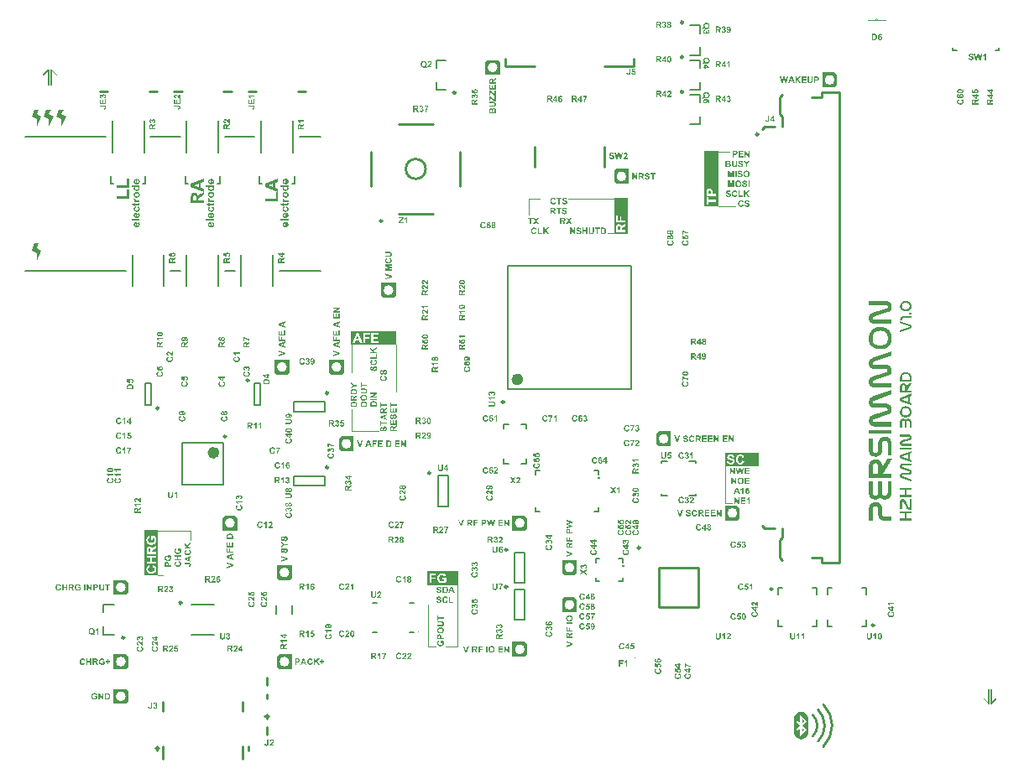
<source format=gto>
G04 Layer_Color=65535*
%FSLAX25Y25*%
%MOIN*%
G70*
G01*
G75*
%ADD10C,0.00591*%
%ADD56C,0.00984*%
%ADD72C,0.02362*%
%ADD73C,0.00394*%
%ADD74C,0.01000*%
%ADD75C,0.00787*%
%ADD76C,0.00492*%
G36*
X79760Y-99199D02*
Y-99203D01*
Y-99219D01*
Y-99242D01*
Y-99272D01*
Y-99311D01*
X79757Y-99353D01*
Y-99399D01*
Y-99449D01*
X79749Y-99557D01*
X79741Y-99660D01*
X79737Y-99710D01*
X79734Y-99760D01*
X79726Y-99802D01*
X79718Y-99841D01*
Y-99845D01*
Y-99848D01*
X79711Y-99871D01*
X79699Y-99906D01*
X79684Y-99952D01*
X79661Y-100002D01*
X79637Y-100056D01*
X79603Y-100110D01*
X79564Y-100160D01*
X79561Y-100163D01*
X79545Y-100182D01*
X79519Y-100206D01*
X79488Y-100232D01*
X79442Y-100267D01*
X79392Y-100302D01*
X79334Y-100336D01*
X79269Y-100367D01*
X79265D01*
X79261Y-100371D01*
X79250Y-100374D01*
X79234Y-100378D01*
X79219Y-100382D01*
X79196Y-100390D01*
X79138Y-100401D01*
X79069Y-100417D01*
X78988Y-100428D01*
X78893Y-100436D01*
X78785Y-100440D01*
X78727D01*
X78697Y-100436D01*
X78662D01*
X78582Y-100428D01*
X78493Y-100421D01*
X78405Y-100405D01*
X78316Y-100386D01*
X78278Y-100374D01*
X78240Y-100359D01*
X78236D01*
X78232Y-100355D01*
X78209Y-100344D01*
X78175Y-100325D01*
X78132Y-100302D01*
X78086Y-100267D01*
X78036Y-100232D01*
X77990Y-100186D01*
X77944Y-100140D01*
X77940Y-100133D01*
X77929Y-100117D01*
X77909Y-100090D01*
X77886Y-100056D01*
X77863Y-100013D01*
X77840Y-99964D01*
X77817Y-99914D01*
X77802Y-99860D01*
Y-99856D01*
Y-99848D01*
X77798Y-99837D01*
X77794Y-99818D01*
X77790Y-99799D01*
X77787Y-99768D01*
X77783Y-99737D01*
X77779Y-99699D01*
X77775Y-99656D01*
X77771Y-99610D01*
X77767Y-99557D01*
X77764Y-99499D01*
X77760Y-99437D01*
Y-99368D01*
X77756Y-99296D01*
Y-99219D01*
Y-97871D01*
X78267D01*
Y-99242D01*
Y-99246D01*
Y-99257D01*
Y-99272D01*
Y-99296D01*
Y-99318D01*
Y-99349D01*
X78271Y-99418D01*
Y-99488D01*
X78274Y-99557D01*
X78278Y-99618D01*
Y-99645D01*
X78282Y-99664D01*
Y-99672D01*
X78290Y-99691D01*
X78301Y-99718D01*
X78313Y-99752D01*
X78336Y-99795D01*
X78363Y-99837D01*
X78393Y-99875D01*
X78436Y-99914D01*
X78443Y-99918D01*
X78459Y-99929D01*
X78486Y-99944D01*
X78524Y-99960D01*
X78570Y-99975D01*
X78628Y-99990D01*
X78697Y-100002D01*
X78770Y-100006D01*
X78804D01*
X78843Y-100002D01*
X78893Y-99994D01*
X78943Y-99983D01*
X78996Y-99967D01*
X79046Y-99948D01*
X79092Y-99918D01*
X79096Y-99914D01*
X79111Y-99902D01*
X79131Y-99883D01*
X79150Y-99856D01*
X79173Y-99825D01*
X79196Y-99791D01*
X79215Y-99749D01*
X79227Y-99703D01*
Y-99695D01*
X79230Y-99676D01*
X79234Y-99645D01*
X79238Y-99599D01*
X79242Y-99541D01*
X79246Y-99464D01*
Y-99422D01*
X79250Y-99376D01*
Y-99326D01*
Y-99272D01*
Y-97871D01*
X79760D01*
Y-99199D01*
D02*
G37*
G36*
X92340Y-80709D02*
X91856D01*
Y-78888D01*
X91852Y-78892D01*
X91844Y-78900D01*
X91829Y-78912D01*
X91810Y-78931D01*
X91783Y-78950D01*
X91752Y-78973D01*
X91717Y-79000D01*
X91675Y-79027D01*
X91633Y-79058D01*
X91583Y-79088D01*
X91479Y-79146D01*
X91360Y-79203D01*
X91230Y-79253D01*
Y-78816D01*
X91234D01*
X91237Y-78812D01*
X91249Y-78808D01*
X91264Y-78804D01*
X91303Y-78789D01*
X91353Y-78762D01*
X91414Y-78731D01*
X91483Y-78689D01*
X91560Y-78643D01*
X91641Y-78581D01*
X91645Y-78578D01*
X91652Y-78574D01*
X91664Y-78562D01*
X91675Y-78551D01*
X91714Y-78516D01*
X91764Y-78466D01*
X91813Y-78408D01*
X91864Y-78339D01*
X91909Y-78263D01*
X91944Y-78178D01*
X92340D01*
Y-80709D01*
D02*
G37*
G36*
X90731Y-78677D02*
X89817D01*
X89740Y-79103D01*
X89748Y-79100D01*
X89767Y-79092D01*
X89801Y-79077D01*
X89844Y-79061D01*
X89890Y-79050D01*
X89947Y-79034D01*
X90009Y-79027D01*
X90070Y-79023D01*
X90101D01*
X90124Y-79027D01*
X90151Y-79031D01*
X90185Y-79034D01*
X90220Y-79042D01*
X90258Y-79054D01*
X90347Y-79080D01*
X90389Y-79100D01*
X90435Y-79123D01*
X90481Y-79150D01*
X90527Y-79180D01*
X90573Y-79215D01*
X90615Y-79257D01*
X90619Y-79261D01*
X90627Y-79269D01*
X90635Y-79280D01*
X90650Y-79299D01*
X90669Y-79322D01*
X90688Y-79349D01*
X90708Y-79384D01*
X90731Y-79422D01*
X90750Y-79465D01*
X90769Y-79511D01*
X90788Y-79561D01*
X90807Y-79614D01*
X90823Y-79672D01*
X90830Y-79733D01*
X90838Y-79799D01*
X90842Y-79868D01*
Y-79871D01*
Y-79883D01*
Y-79898D01*
X90838Y-79922D01*
Y-79948D01*
X90834Y-79979D01*
X90827Y-80014D01*
X90819Y-80052D01*
X90800Y-80140D01*
X90765Y-80233D01*
X90723Y-80329D01*
X90692Y-80378D01*
X90662Y-80424D01*
X90658Y-80428D01*
X90650Y-80440D01*
X90635Y-80455D01*
X90615Y-80474D01*
X90592Y-80501D01*
X90562Y-80528D01*
X90523Y-80559D01*
X90485Y-80590D01*
X90439Y-80620D01*
X90385Y-80651D01*
X90331Y-80678D01*
X90270Y-80705D01*
X90205Y-80724D01*
X90132Y-80739D01*
X90059Y-80751D01*
X89978Y-80755D01*
X89943D01*
X89920Y-80751D01*
X89890D01*
X89855Y-80743D01*
X89817Y-80739D01*
X89775Y-80732D01*
X89686Y-80709D01*
X89590Y-80678D01*
X89498Y-80632D01*
X89452Y-80601D01*
X89410Y-80570D01*
X89406Y-80567D01*
X89402Y-80563D01*
X89390Y-80551D01*
X89375Y-80536D01*
X89356Y-80517D01*
X89337Y-80494D01*
X89318Y-80467D01*
X89294Y-80436D01*
X89248Y-80363D01*
X89206Y-80279D01*
X89172Y-80175D01*
X89160Y-80121D01*
X89149Y-80063D01*
X89629Y-80014D01*
Y-80021D01*
X89632Y-80041D01*
X89640Y-80071D01*
X89652Y-80110D01*
X89667Y-80148D01*
X89686Y-80194D01*
X89713Y-80236D01*
X89748Y-80275D01*
X89751Y-80279D01*
X89767Y-80290D01*
X89786Y-80305D01*
X89817Y-80321D01*
X89851Y-80336D01*
X89890Y-80352D01*
X89936Y-80363D01*
X89982Y-80367D01*
X89990D01*
X90009Y-80363D01*
X90036Y-80359D01*
X90070Y-80352D01*
X90112Y-80336D01*
X90155Y-80313D01*
X90197Y-80286D01*
X90239Y-80244D01*
X90243Y-80236D01*
X90254Y-80221D01*
X90274Y-80190D01*
X90293Y-80152D01*
X90312Y-80098D01*
X90331Y-80037D01*
X90343Y-79960D01*
X90347Y-79875D01*
Y-79871D01*
Y-79864D01*
Y-79852D01*
Y-79837D01*
X90343Y-79795D01*
X90335Y-79745D01*
X90320Y-79687D01*
X90301Y-79630D01*
X90274Y-79572D01*
X90239Y-79526D01*
X90235Y-79522D01*
X90220Y-79507D01*
X90197Y-79488D01*
X90166Y-79465D01*
X90128Y-79445D01*
X90082Y-79426D01*
X90028Y-79411D01*
X89970Y-79407D01*
X89951D01*
X89936Y-79411D01*
X89894Y-79415D01*
X89844Y-79430D01*
X89786Y-79453D01*
X89721Y-79484D01*
X89659Y-79530D01*
X89625Y-79561D01*
X89594Y-79591D01*
X89206Y-79537D01*
X89452Y-78224D01*
X90731D01*
Y-78677D01*
D02*
G37*
G36*
X-146025Y-127031D02*
Y-127035D01*
Y-127047D01*
Y-127062D01*
Y-127081D01*
Y-127108D01*
X-146029Y-127139D01*
X-146033Y-127208D01*
X-146040Y-127288D01*
X-146048Y-127369D01*
X-146063Y-127446D01*
X-146083Y-127515D01*
Y-127519D01*
X-146086Y-127523D01*
X-146090Y-127534D01*
X-146098Y-127550D01*
X-146117Y-127592D01*
X-146144Y-127642D01*
X-146179Y-127696D01*
X-146229Y-127757D01*
X-146282Y-127814D01*
X-146351Y-127868D01*
X-146355D01*
X-146359Y-127872D01*
X-146371Y-127880D01*
X-146386Y-127887D01*
X-146405Y-127899D01*
X-146428Y-127910D01*
X-146455Y-127922D01*
X-146486Y-127934D01*
X-146559Y-127957D01*
X-146647Y-127980D01*
X-146747Y-127995D01*
X-146862Y-127999D01*
X-146897D01*
X-146924Y-127995D01*
X-146954Y-127991D01*
X-146989Y-127987D01*
X-147031Y-127980D01*
X-147073Y-127972D01*
X-147166Y-127949D01*
X-147262Y-127910D01*
X-147308Y-127887D01*
X-147354Y-127861D01*
X-147400Y-127826D01*
X-147438Y-127792D01*
X-147442Y-127788D01*
X-147446Y-127780D01*
X-147457Y-127768D01*
X-147469Y-127753D01*
X-147484Y-127730D01*
X-147500Y-127703D01*
X-147519Y-127672D01*
X-147538Y-127638D01*
X-147557Y-127596D01*
X-147576Y-127550D01*
X-147592Y-127500D01*
X-147607Y-127446D01*
X-147619Y-127384D01*
X-147630Y-127319D01*
X-147634Y-127250D01*
X-147638Y-127177D01*
X-147154Y-127123D01*
Y-127127D01*
Y-127131D01*
Y-127143D01*
X-147150Y-127158D01*
Y-127196D01*
X-147142Y-127242D01*
X-147135Y-127296D01*
X-147123Y-127346D01*
X-147112Y-127392D01*
X-147092Y-127430D01*
X-147089Y-127434D01*
X-147077Y-127450D01*
X-147058Y-127473D01*
X-147031Y-127496D01*
X-146996Y-127523D01*
X-146954Y-127542D01*
X-146904Y-127557D01*
X-146847Y-127565D01*
X-146820D01*
X-146789Y-127561D01*
X-146755Y-127553D01*
X-146712Y-127542D01*
X-146674Y-127523D01*
X-146639Y-127500D01*
X-146609Y-127469D01*
X-146605Y-127465D01*
X-146597Y-127450D01*
X-146586Y-127423D01*
X-146570Y-127381D01*
X-146566Y-127358D01*
X-146559Y-127327D01*
X-146551Y-127296D01*
X-146547Y-127258D01*
X-146543Y-127216D01*
X-146540Y-127169D01*
X-146536Y-127120D01*
Y-127066D01*
Y-125430D01*
X-146025D01*
Y-127031D01*
D02*
G37*
G36*
X81431Y-100394D02*
X80947D01*
Y-98573D01*
X80943Y-98577D01*
X80935Y-98585D01*
X80920Y-98597D01*
X80901Y-98616D01*
X80874Y-98635D01*
X80843Y-98658D01*
X80809Y-98685D01*
X80766Y-98712D01*
X80724Y-98743D01*
X80674Y-98773D01*
X80571Y-98831D01*
X80452Y-98888D01*
X80321Y-98938D01*
Y-98501D01*
X80325D01*
X80329Y-98497D01*
X80340Y-98493D01*
X80356Y-98489D01*
X80394Y-98474D01*
X80444Y-98447D01*
X80505Y-98416D01*
X80575Y-98374D01*
X80651Y-98328D01*
X80732Y-98266D01*
X80736Y-98263D01*
X80743Y-98259D01*
X80755Y-98247D01*
X80766Y-98236D01*
X80805Y-98201D01*
X80855Y-98151D01*
X80905Y-98093D01*
X80955Y-98024D01*
X81001Y-97948D01*
X81035Y-97863D01*
X81431D01*
Y-100394D01*
D02*
G37*
G36*
X83040Y-97867D02*
X83070Y-97871D01*
X83109Y-97875D01*
X83147Y-97878D01*
X83193Y-97890D01*
X83285Y-97913D01*
X83385Y-97948D01*
X83431Y-97971D01*
X83481Y-97997D01*
X83524Y-98032D01*
X83566Y-98067D01*
X83570Y-98071D01*
X83574Y-98074D01*
X83585Y-98086D01*
X83600Y-98101D01*
X83616Y-98120D01*
X83635Y-98147D01*
X83673Y-98205D01*
X83712Y-98278D01*
X83746Y-98362D01*
X83773Y-98458D01*
X83777Y-98512D01*
X83781Y-98566D01*
Y-98573D01*
Y-98593D01*
X83777Y-98627D01*
X83773Y-98669D01*
X83766Y-98720D01*
X83754Y-98773D01*
X83739Y-98835D01*
X83719Y-98892D01*
X83716Y-98900D01*
X83708Y-98919D01*
X83693Y-98950D01*
X83673Y-98988D01*
X83647Y-99038D01*
X83612Y-99092D01*
X83570Y-99150D01*
X83524Y-99211D01*
X83520Y-99215D01*
X83508Y-99230D01*
X83485Y-99257D01*
X83451Y-99292D01*
X83408Y-99338D01*
X83351Y-99395D01*
X83285Y-99461D01*
X83205Y-99533D01*
X83201Y-99537D01*
X83193Y-99541D01*
X83182Y-99553D01*
X83170Y-99568D01*
X83132Y-99603D01*
X83086Y-99649D01*
X83036Y-99695D01*
X82990Y-99741D01*
X82948Y-99783D01*
X82932Y-99799D01*
X82917Y-99814D01*
X82913Y-99818D01*
X82905Y-99825D01*
X82894Y-99837D01*
X82882Y-99856D01*
X82848Y-99894D01*
X82817Y-99944D01*
X83781D01*
Y-100394D01*
X82087D01*
Y-100390D01*
Y-100382D01*
X82091Y-100367D01*
X82095Y-100352D01*
X82099Y-100328D01*
X82103Y-100302D01*
X82118Y-100240D01*
X82137Y-100163D01*
X82168Y-100083D01*
X82203Y-99998D01*
X82249Y-99914D01*
Y-99910D01*
X82256Y-99902D01*
X82264Y-99891D01*
X82276Y-99871D01*
X82295Y-99848D01*
X82314Y-99822D01*
X82341Y-99787D01*
X82368Y-99752D01*
X82402Y-99710D01*
X82445Y-99664D01*
X82487Y-99614D01*
X82537Y-99560D01*
X82594Y-99503D01*
X82652Y-99441D01*
X82721Y-99376D01*
X82794Y-99307D01*
X82798Y-99303D01*
X82809Y-99296D01*
X82825Y-99276D01*
X82848Y-99257D01*
X82871Y-99234D01*
X82902Y-99203D01*
X82967Y-99142D01*
X83036Y-99073D01*
X83101Y-99004D01*
X83132Y-98973D01*
X83159Y-98946D01*
X83182Y-98919D01*
X83197Y-98896D01*
X83201Y-98888D01*
X83213Y-98869D01*
X83228Y-98842D01*
X83247Y-98804D01*
X83266Y-98758D01*
X83282Y-98708D01*
X83293Y-98654D01*
X83297Y-98600D01*
Y-98593D01*
Y-98573D01*
X83293Y-98543D01*
X83285Y-98508D01*
X83274Y-98470D01*
X83259Y-98428D01*
X83239Y-98385D01*
X83209Y-98351D01*
X83205Y-98347D01*
X83193Y-98335D01*
X83174Y-98324D01*
X83147Y-98305D01*
X83113Y-98289D01*
X83070Y-98278D01*
X83021Y-98266D01*
X82967Y-98263D01*
X82944D01*
X82913Y-98266D01*
X82882Y-98274D01*
X82844Y-98286D01*
X82802Y-98301D01*
X82763Y-98324D01*
X82725Y-98355D01*
X82721Y-98359D01*
X82709Y-98374D01*
X82698Y-98393D01*
X82679Y-98428D01*
X82663Y-98470D01*
X82644Y-98520D01*
X82633Y-98585D01*
X82625Y-98658D01*
X82145Y-98612D01*
Y-98608D01*
X82149Y-98593D01*
Y-98573D01*
X82157Y-98547D01*
X82160Y-98512D01*
X82172Y-98478D01*
X82180Y-98435D01*
X82195Y-98389D01*
X82230Y-98297D01*
X82276Y-98201D01*
X82306Y-98155D01*
X82337Y-98113D01*
X82375Y-98074D01*
X82414Y-98040D01*
X82418Y-98036D01*
X82425Y-98032D01*
X82437Y-98024D01*
X82456Y-98013D01*
X82475Y-97997D01*
X82502Y-97982D01*
X82533Y-97967D01*
X82571Y-97952D01*
X82610Y-97936D01*
X82652Y-97921D01*
X82748Y-97890D01*
X82855Y-97871D01*
X82917Y-97863D01*
X83013D01*
X83040Y-97867D01*
D02*
G37*
G36*
X87870Y-78147D02*
X87908Y-78151D01*
X87954Y-78159D01*
X88004Y-78167D01*
X88058Y-78178D01*
X88119Y-78193D01*
X88177Y-78213D01*
X88242Y-78232D01*
X88304Y-78259D01*
X88365Y-78293D01*
X88427Y-78328D01*
X88484Y-78370D01*
X88542Y-78420D01*
X88546D01*
X88550Y-78428D01*
X88569Y-78451D01*
X88599Y-78485D01*
X88638Y-78539D01*
X88680Y-78604D01*
X88726Y-78681D01*
X88768Y-78773D01*
X88803Y-78881D01*
X88300Y-79000D01*
Y-78996D01*
X88296Y-78992D01*
X88292Y-78969D01*
X88277Y-78935D01*
X88258Y-78888D01*
X88235Y-78839D01*
X88200Y-78789D01*
X88162Y-78739D01*
X88112Y-78693D01*
X88104Y-78689D01*
X88085Y-78673D01*
X88058Y-78654D01*
X88016Y-78635D01*
X87966Y-78612D01*
X87904Y-78597D01*
X87839Y-78581D01*
X87766Y-78578D01*
X87739D01*
X87720Y-78581D01*
X87697Y-78585D01*
X87670Y-78589D01*
X87605Y-78604D01*
X87532Y-78627D01*
X87455Y-78662D01*
X87421Y-78685D01*
X87382Y-78712D01*
X87348Y-78746D01*
X87313Y-78781D01*
Y-78785D01*
X87305Y-78789D01*
X87298Y-78804D01*
X87286Y-78819D01*
X87275Y-78842D01*
X87259Y-78869D01*
X87244Y-78900D01*
X87229Y-78938D01*
X87209Y-78981D01*
X87194Y-79027D01*
X87179Y-79080D01*
X87167Y-79142D01*
X87156Y-79203D01*
X87148Y-79276D01*
X87144Y-79353D01*
X87140Y-79434D01*
Y-79438D01*
Y-79453D01*
Y-79480D01*
X87144Y-79511D01*
Y-79553D01*
X87148Y-79595D01*
X87156Y-79645D01*
X87163Y-79699D01*
X87182Y-79810D01*
X87213Y-79925D01*
X87232Y-79979D01*
X87255Y-80029D01*
X87278Y-80075D01*
X87309Y-80117D01*
X87313Y-80121D01*
X87317Y-80125D01*
X87340Y-80148D01*
X87378Y-80179D01*
X87428Y-80217D01*
X87493Y-80256D01*
X87570Y-80286D01*
X87659Y-80309D01*
X87705Y-80313D01*
X87755Y-80317D01*
X87774D01*
X87789Y-80313D01*
X87828Y-80309D01*
X87874Y-80302D01*
X87931Y-80286D01*
X87989Y-80263D01*
X88046Y-80233D01*
X88104Y-80190D01*
X88112Y-80183D01*
X88127Y-80167D01*
X88154Y-80133D01*
X88185Y-80090D01*
X88219Y-80033D01*
X88254Y-79960D01*
X88288Y-79879D01*
X88315Y-79779D01*
X88811Y-79933D01*
Y-79937D01*
X88807Y-79952D01*
X88799Y-79971D01*
X88788Y-80002D01*
X88776Y-80037D01*
X88761Y-80075D01*
X88741Y-80121D01*
X88718Y-80167D01*
X88669Y-80267D01*
X88603Y-80371D01*
X88523Y-80467D01*
X88480Y-80513D01*
X88431Y-80551D01*
X88427Y-80555D01*
X88419Y-80559D01*
X88404Y-80570D01*
X88384Y-80582D01*
X88358Y-80597D01*
X88327Y-80613D01*
X88288Y-80632D01*
X88246Y-80651D01*
X88200Y-80670D01*
X88150Y-80690D01*
X88096Y-80705D01*
X88039Y-80720D01*
X87973Y-80732D01*
X87908Y-80743D01*
X87835Y-80747D01*
X87762Y-80751D01*
X87739D01*
X87712Y-80747D01*
X87678D01*
X87636Y-80739D01*
X87586Y-80732D01*
X87532Y-80724D01*
X87471Y-80709D01*
X87405Y-80690D01*
X87340Y-80666D01*
X87271Y-80639D01*
X87202Y-80605D01*
X87133Y-80567D01*
X87063Y-80520D01*
X86998Y-80471D01*
X86937Y-80409D01*
X86933Y-80405D01*
X86921Y-80394D01*
X86906Y-80375D01*
X86887Y-80348D01*
X86864Y-80313D01*
X86833Y-80271D01*
X86806Y-80221D01*
X86775Y-80163D01*
X86745Y-80102D01*
X86718Y-80029D01*
X86691Y-79952D01*
X86664Y-79868D01*
X86645Y-79779D01*
X86629Y-79683D01*
X86618Y-79580D01*
X86614Y-79472D01*
Y-79465D01*
Y-79445D01*
X86618Y-79411D01*
Y-79369D01*
X86626Y-79315D01*
X86629Y-79253D01*
X86641Y-79188D01*
X86656Y-79115D01*
X86672Y-79034D01*
X86695Y-78958D01*
X86718Y-78873D01*
X86749Y-78793D01*
X86787Y-78712D01*
X86829Y-78635D01*
X86879Y-78562D01*
X86937Y-78493D01*
X86941Y-78489D01*
X86952Y-78478D01*
X86971Y-78462D01*
X86994Y-78439D01*
X87029Y-78412D01*
X87067Y-78382D01*
X87113Y-78351D01*
X87167Y-78316D01*
X87225Y-78286D01*
X87290Y-78255D01*
X87359Y-78224D01*
X87436Y-78197D01*
X87517Y-78174D01*
X87605Y-78159D01*
X87697Y-78147D01*
X87793Y-78144D01*
X87839D01*
X87870Y-78147D01*
D02*
G37*
G36*
X46488Y-56862D02*
X46507Y-56870D01*
X46538Y-56882D01*
X46572Y-56893D01*
X46611Y-56909D01*
X46657Y-56928D01*
X46703Y-56951D01*
X46802Y-57001D01*
X46906Y-57066D01*
X47002Y-57147D01*
X47048Y-57189D01*
X47087Y-57239D01*
X47091Y-57243D01*
X47094Y-57250D01*
X47106Y-57266D01*
X47117Y-57285D01*
X47133Y-57312D01*
X47148Y-57342D01*
X47167Y-57381D01*
X47186Y-57423D01*
X47206Y-57469D01*
X47225Y-57519D01*
X47240Y-57573D01*
X47256Y-57630D01*
X47267Y-57696D01*
X47279Y-57761D01*
X47282Y-57834D01*
X47286Y-57907D01*
Y-57911D01*
Y-57930D01*
X47282Y-57957D01*
Y-57991D01*
X47275Y-58034D01*
X47267Y-58084D01*
X47259Y-58137D01*
X47244Y-58199D01*
X47225Y-58264D01*
X47202Y-58329D01*
X47175Y-58398D01*
X47140Y-58468D01*
X47102Y-58537D01*
X47056Y-58606D01*
X47006Y-58671D01*
X46945Y-58733D01*
X46941Y-58736D01*
X46929Y-58748D01*
X46910Y-58763D01*
X46883Y-58783D01*
X46849Y-58806D01*
X46806Y-58836D01*
X46756Y-58863D01*
X46699Y-58894D01*
X46637Y-58925D01*
X46564Y-58951D01*
X46488Y-58978D01*
X46403Y-59005D01*
X46315Y-59024D01*
X46219Y-59040D01*
X46115Y-59051D01*
X46008Y-59055D01*
X45981D01*
X45946Y-59051D01*
X45904D01*
X45850Y-59044D01*
X45789Y-59040D01*
X45724Y-59028D01*
X45651Y-59013D01*
X45570Y-58997D01*
X45493Y-58974D01*
X45409Y-58951D01*
X45328Y-58921D01*
X45247Y-58882D01*
X45171Y-58840D01*
X45098Y-58790D01*
X45028Y-58733D01*
X45025Y-58729D01*
X45013Y-58717D01*
X44998Y-58698D01*
X44975Y-58675D01*
X44948Y-58640D01*
X44917Y-58602D01*
X44886Y-58556D01*
X44852Y-58502D01*
X44821Y-58445D01*
X44790Y-58379D01*
X44760Y-58310D01*
X44733Y-58233D01*
X44710Y-58153D01*
X44694Y-58064D01*
X44683Y-57972D01*
X44679Y-57876D01*
Y-57872D01*
Y-57857D01*
Y-57830D01*
X44683Y-57799D01*
X44687Y-57761D01*
X44694Y-57715D01*
X44702Y-57665D01*
X44714Y-57611D01*
X44729Y-57550D01*
X44748Y-57492D01*
X44767Y-57427D01*
X44794Y-57366D01*
X44829Y-57304D01*
X44863Y-57243D01*
X44905Y-57185D01*
X44956Y-57127D01*
Y-57124D01*
X44963Y-57120D01*
X44986Y-57101D01*
X45021Y-57070D01*
X45074Y-57031D01*
X45140Y-56989D01*
X45217Y-56943D01*
X45309Y-56901D01*
X45416Y-56866D01*
X45535Y-57369D01*
X45531D01*
X45528Y-57373D01*
X45505Y-57377D01*
X45470Y-57392D01*
X45424Y-57412D01*
X45374Y-57435D01*
X45324Y-57469D01*
X45274Y-57508D01*
X45228Y-57557D01*
X45224Y-57565D01*
X45209Y-57584D01*
X45190Y-57611D01*
X45171Y-57653D01*
X45147Y-57703D01*
X45132Y-57765D01*
X45117Y-57830D01*
X45113Y-57903D01*
Y-57907D01*
Y-57915D01*
Y-57930D01*
X45117Y-57949D01*
X45121Y-57972D01*
X45124Y-57999D01*
X45140Y-58064D01*
X45163Y-58137D01*
X45197Y-58214D01*
X45220Y-58249D01*
X45247Y-58287D01*
X45282Y-58322D01*
X45316Y-58356D01*
X45320D01*
X45324Y-58364D01*
X45339Y-58372D01*
X45355Y-58383D01*
X45378Y-58395D01*
X45405Y-58410D01*
X45435Y-58425D01*
X45474Y-58441D01*
X45516Y-58460D01*
X45562Y-58475D01*
X45616Y-58491D01*
X45677Y-58502D01*
X45739Y-58514D01*
X45812Y-58521D01*
X45889Y-58525D01*
X45969Y-58529D01*
X46015D01*
X46046Y-58525D01*
X46088D01*
X46130Y-58521D01*
X46180Y-58514D01*
X46234Y-58506D01*
X46345Y-58487D01*
X46461Y-58456D01*
X46514Y-58437D01*
X46564Y-58414D01*
X46611Y-58391D01*
X46653Y-58360D01*
X46657Y-58356D01*
X46660Y-58352D01*
X46683Y-58329D01*
X46714Y-58291D01*
X46753Y-58241D01*
X46791Y-58176D01*
X46822Y-58099D01*
X46845Y-58011D01*
X46849Y-57965D01*
X46852Y-57915D01*
Y-57911D01*
Y-57907D01*
Y-57895D01*
X46849Y-57880D01*
X46845Y-57842D01*
X46837Y-57796D01*
X46822Y-57738D01*
X46799Y-57680D01*
X46768Y-57623D01*
X46726Y-57565D01*
X46718Y-57557D01*
X46703Y-57542D01*
X46668Y-57515D01*
X46626Y-57485D01*
X46568Y-57450D01*
X46495Y-57415D01*
X46415Y-57381D01*
X46315Y-57354D01*
X46468Y-56859D01*
X46472D01*
X46488Y-56862D01*
D02*
G37*
G36*
X46737Y-55111D02*
X47244D01*
Y-55580D01*
X46737D01*
Y-56613D01*
X46319D01*
X44714Y-55519D01*
Y-55111D01*
X46315D01*
Y-54800D01*
X46737D01*
Y-55111D01*
D02*
G37*
G36*
X46100Y-52930D02*
X46157Y-52934D01*
X46223Y-52942D01*
X46296Y-52950D01*
X46372Y-52957D01*
X46538Y-52988D01*
X46618Y-53011D01*
X46703Y-53034D01*
X46780Y-53065D01*
X46856Y-53099D01*
X46925Y-53138D01*
X46987Y-53184D01*
X46991Y-53188D01*
X46998Y-53195D01*
X47014Y-53211D01*
X47033Y-53230D01*
X47056Y-53257D01*
X47083Y-53287D01*
X47110Y-53322D01*
X47137Y-53364D01*
X47167Y-53410D01*
X47194Y-53460D01*
X47221Y-53514D01*
X47244Y-53572D01*
X47263Y-53637D01*
X47279Y-53702D01*
X47286Y-53775D01*
X47290Y-53848D01*
Y-53852D01*
Y-53860D01*
Y-53875D01*
X47286Y-53898D01*
Y-53921D01*
X47282Y-53952D01*
X47271Y-54017D01*
X47252Y-54094D01*
X47225Y-54175D01*
X47186Y-54255D01*
X47133Y-54328D01*
X47129D01*
X47125Y-54336D01*
X47102Y-54359D01*
X47067Y-54390D01*
X47014Y-54424D01*
X46948Y-54462D01*
X46868Y-54501D01*
X46772Y-54535D01*
X46664Y-54558D01*
X46611Y-54090D01*
X46618D01*
X46633Y-54086D01*
X46660Y-54082D01*
X46691Y-54075D01*
X46726Y-54063D01*
X46764Y-54048D01*
X46795Y-54029D01*
X46826Y-54005D01*
X46829Y-54002D01*
X46837Y-53994D01*
X46845Y-53975D01*
X46856Y-53956D01*
X46872Y-53925D01*
X46879Y-53894D01*
X46887Y-53856D01*
X46891Y-53813D01*
Y-53806D01*
X46887Y-53787D01*
X46883Y-53760D01*
X46876Y-53725D01*
X46856Y-53687D01*
X46833Y-53645D01*
X46802Y-53602D01*
X46756Y-53560D01*
X46749Y-53556D01*
X46741Y-53549D01*
X46729Y-53545D01*
X46710Y-53533D01*
X46691Y-53526D01*
X46664Y-53514D01*
X46633Y-53503D01*
X46595Y-53495D01*
X46557Y-53483D01*
X46511Y-53472D01*
X46457Y-53460D01*
X46399Y-53449D01*
X46334Y-53441D01*
X46261Y-53433D01*
X46184Y-53426D01*
X46188Y-53430D01*
X46192Y-53433D01*
X46203Y-53445D01*
X46219Y-53460D01*
X46249Y-53499D01*
X46288Y-53552D01*
X46330Y-53618D01*
X46361Y-53694D01*
X46388Y-53783D01*
X46392Y-53833D01*
X46395Y-53883D01*
Y-53886D01*
Y-53894D01*
Y-53909D01*
X46392Y-53933D01*
X46388Y-53959D01*
X46384Y-53986D01*
X46369Y-54055D01*
X46342Y-54136D01*
X46323Y-54178D01*
X46299Y-54224D01*
X46273Y-54267D01*
X46242Y-54309D01*
X46207Y-54351D01*
X46169Y-54393D01*
X46165Y-54397D01*
X46157Y-54401D01*
X46146Y-54413D01*
X46127Y-54428D01*
X46104Y-54443D01*
X46077Y-54462D01*
X46046Y-54482D01*
X46008Y-54501D01*
X45965Y-54520D01*
X45923Y-54539D01*
X45873Y-54558D01*
X45820Y-54574D01*
X45700Y-54601D01*
X45639Y-54605D01*
X45570Y-54608D01*
X45531D01*
X45505Y-54605D01*
X45474Y-54601D01*
X45435Y-54597D01*
X45393Y-54589D01*
X45347Y-54581D01*
X45251Y-54555D01*
X45197Y-54535D01*
X45147Y-54512D01*
X45094Y-54485D01*
X45044Y-54455D01*
X44998Y-54420D01*
X44952Y-54382D01*
X44948Y-54378D01*
X44940Y-54370D01*
X44929Y-54359D01*
X44913Y-54340D01*
X44898Y-54317D01*
X44875Y-54290D01*
X44856Y-54259D01*
X44833Y-54224D01*
X44809Y-54186D01*
X44790Y-54140D01*
X44767Y-54094D01*
X44752Y-54040D01*
X44737Y-53986D01*
X44725Y-53929D01*
X44717Y-53867D01*
X44714Y-53802D01*
Y-53798D01*
Y-53787D01*
Y-53764D01*
X44717Y-53737D01*
X44721Y-53706D01*
X44729Y-53668D01*
X44740Y-53625D01*
X44752Y-53579D01*
X44767Y-53529D01*
X44787Y-53479D01*
X44809Y-53426D01*
X44840Y-53376D01*
X44875Y-53322D01*
X44913Y-53268D01*
X44959Y-53218D01*
X45013Y-53172D01*
X45017Y-53168D01*
X45028Y-53161D01*
X45044Y-53149D01*
X45071Y-53134D01*
X45101Y-53115D01*
X45144Y-53095D01*
X45190Y-53072D01*
X45247Y-53049D01*
X45309Y-53026D01*
X45382Y-53003D01*
X45462Y-52984D01*
X45551Y-52965D01*
X45647Y-52950D01*
X45750Y-52938D01*
X45865Y-52930D01*
X45988Y-52926D01*
X46054D01*
X46100Y-52930D01*
D02*
G37*
G36*
X89026Y-89993D02*
X89057Y-89997D01*
X89091Y-90004D01*
X89130Y-90012D01*
X89172Y-90024D01*
X89218Y-90035D01*
X89264Y-90054D01*
X89314Y-90074D01*
X89360Y-90101D01*
X89406Y-90131D01*
X89452Y-90166D01*
X89494Y-90208D01*
X89537Y-90254D01*
X89540Y-90258D01*
X89548Y-90269D01*
X89560Y-90289D01*
X89575Y-90312D01*
X89594Y-90346D01*
X89613Y-90389D01*
X89636Y-90438D01*
X89660Y-90496D01*
X89683Y-90565D01*
X89706Y-90638D01*
X89725Y-90723D01*
X89744Y-90815D01*
X89759Y-90918D01*
X89771Y-91030D01*
X89779Y-91149D01*
X89782Y-91279D01*
Y-91283D01*
Y-91287D01*
Y-91310D01*
Y-91348D01*
X89779Y-91395D01*
X89775Y-91456D01*
X89771Y-91521D01*
X89763Y-91598D01*
X89752Y-91679D01*
X89721Y-91848D01*
X89702Y-91932D01*
X89679Y-92017D01*
X89648Y-92097D01*
X89613Y-92174D01*
X89575Y-92247D01*
X89533Y-92308D01*
X89529Y-92312D01*
X89525Y-92320D01*
X89514Y-92331D01*
X89494Y-92347D01*
X89475Y-92370D01*
X89448Y-92389D01*
X89421Y-92412D01*
X89387Y-92435D01*
X89349Y-92462D01*
X89306Y-92485D01*
X89256Y-92504D01*
X89206Y-92523D01*
X89153Y-92543D01*
X89095Y-92554D01*
X89030Y-92562D01*
X88964Y-92566D01*
X88949D01*
X88930Y-92562D01*
X88903D01*
X88872Y-92558D01*
X88838Y-92550D01*
X88796Y-92543D01*
X88753Y-92531D01*
X88707Y-92516D01*
X88657Y-92497D01*
X88607Y-92474D01*
X88557Y-92447D01*
X88507Y-92416D01*
X88461Y-92378D01*
X88411Y-92335D01*
X88369Y-92286D01*
X88365Y-92282D01*
X88362Y-92270D01*
X88350Y-92255D01*
X88335Y-92228D01*
X88319Y-92197D01*
X88300Y-92159D01*
X88277Y-92109D01*
X88258Y-92051D01*
X88239Y-91986D01*
X88216Y-91913D01*
X88196Y-91832D01*
X88181Y-91740D01*
X88166Y-91637D01*
X88158Y-91529D01*
X88150Y-91406D01*
X88147Y-91276D01*
Y-91272D01*
Y-91268D01*
Y-91245D01*
Y-91206D01*
X88150Y-91160D01*
X88154Y-91099D01*
X88158Y-91034D01*
X88166Y-90961D01*
X88177Y-90880D01*
X88208Y-90711D01*
X88227Y-90627D01*
X88250Y-90542D01*
X88277Y-90461D01*
X88312Y-90385D01*
X88350Y-90312D01*
X88392Y-90250D01*
X88396Y-90246D01*
X88400Y-90239D01*
X88415Y-90227D01*
X88431Y-90208D01*
X88450Y-90189D01*
X88477Y-90166D01*
X88507Y-90143D01*
X88542Y-90120D01*
X88581Y-90097D01*
X88623Y-90070D01*
X88669Y-90051D01*
X88719Y-90031D01*
X88776Y-90012D01*
X88834Y-90001D01*
X88899Y-89993D01*
X88964Y-89989D01*
X88999D01*
X89026Y-89993D01*
D02*
G37*
G36*
X87778Y-90488D02*
X86864D01*
X86787Y-90915D01*
X86795Y-90911D01*
X86814Y-90903D01*
X86849Y-90888D01*
X86891Y-90872D01*
X86937Y-90861D01*
X86994Y-90846D01*
X87056Y-90838D01*
X87117Y-90834D01*
X87148D01*
X87171Y-90838D01*
X87198Y-90842D01*
X87233Y-90846D01*
X87267Y-90853D01*
X87306Y-90865D01*
X87394Y-90891D01*
X87436Y-90911D01*
X87482Y-90934D01*
X87528Y-90961D01*
X87574Y-90991D01*
X87621Y-91026D01*
X87663Y-91068D01*
X87666Y-91072D01*
X87674Y-91080D01*
X87682Y-91091D01*
X87697Y-91110D01*
X87717Y-91133D01*
X87736Y-91160D01*
X87755Y-91195D01*
X87778Y-91233D01*
X87797Y-91276D01*
X87816Y-91322D01*
X87836Y-91372D01*
X87855Y-91425D01*
X87870Y-91483D01*
X87878Y-91544D01*
X87885Y-91610D01*
X87889Y-91679D01*
Y-91683D01*
Y-91694D01*
Y-91710D01*
X87885Y-91733D01*
Y-91759D01*
X87882Y-91790D01*
X87874Y-91825D01*
X87866Y-91863D01*
X87847Y-91951D01*
X87813Y-92044D01*
X87770Y-92140D01*
X87739Y-92189D01*
X87709Y-92235D01*
X87705Y-92239D01*
X87697Y-92251D01*
X87682Y-92266D01*
X87663Y-92286D01*
X87640Y-92312D01*
X87609Y-92339D01*
X87571Y-92370D01*
X87532Y-92401D01*
X87486Y-92431D01*
X87432Y-92462D01*
X87379Y-92489D01*
X87317Y-92516D01*
X87252Y-92535D01*
X87179Y-92550D01*
X87106Y-92562D01*
X87025Y-92566D01*
X86991D01*
X86968Y-92562D01*
X86937D01*
X86902Y-92554D01*
X86864Y-92550D01*
X86822Y-92543D01*
X86733Y-92520D01*
X86637Y-92489D01*
X86545Y-92443D01*
X86499Y-92412D01*
X86457Y-92381D01*
X86453Y-92378D01*
X86449Y-92374D01*
X86438Y-92362D01*
X86422Y-92347D01*
X86403Y-92328D01*
X86384Y-92305D01*
X86365Y-92278D01*
X86342Y-92247D01*
X86296Y-92174D01*
X86253Y-92090D01*
X86219Y-91986D01*
X86207Y-91932D01*
X86196Y-91875D01*
X86676Y-91825D01*
Y-91832D01*
X86680Y-91852D01*
X86687Y-91882D01*
X86699Y-91921D01*
X86714Y-91959D01*
X86733Y-92005D01*
X86760Y-92047D01*
X86795Y-92086D01*
X86799Y-92090D01*
X86814Y-92101D01*
X86833Y-92116D01*
X86864Y-92132D01*
X86898Y-92147D01*
X86937Y-92163D01*
X86983Y-92174D01*
X87029Y-92178D01*
X87037D01*
X87056Y-92174D01*
X87083Y-92170D01*
X87117Y-92163D01*
X87160Y-92147D01*
X87202Y-92124D01*
X87244Y-92097D01*
X87286Y-92055D01*
X87290Y-92047D01*
X87302Y-92032D01*
X87321Y-92001D01*
X87340Y-91963D01*
X87359Y-91909D01*
X87379Y-91848D01*
X87390Y-91771D01*
X87394Y-91686D01*
Y-91683D01*
Y-91675D01*
Y-91663D01*
Y-91648D01*
X87390Y-91606D01*
X87382Y-91556D01*
X87367Y-91498D01*
X87348Y-91441D01*
X87321Y-91383D01*
X87286Y-91337D01*
X87283Y-91333D01*
X87267Y-91318D01*
X87244Y-91299D01*
X87213Y-91276D01*
X87175Y-91256D01*
X87129Y-91237D01*
X87075Y-91222D01*
X87018Y-91218D01*
X86998D01*
X86983Y-91222D01*
X86941Y-91226D01*
X86891Y-91241D01*
X86833Y-91264D01*
X86768Y-91295D01*
X86707Y-91341D01*
X86672Y-91372D01*
X86641Y-91402D01*
X86253Y-91348D01*
X86499Y-90035D01*
X87778D01*
Y-90488D01*
D02*
G37*
G36*
X84917Y-89958D02*
X84956Y-89962D01*
X85002Y-89970D01*
X85052Y-89978D01*
X85105Y-89989D01*
X85167Y-90004D01*
X85224Y-90024D01*
X85290Y-90043D01*
X85351Y-90070D01*
X85413Y-90104D01*
X85474Y-90139D01*
X85532Y-90181D01*
X85589Y-90231D01*
X85593D01*
X85597Y-90239D01*
X85616Y-90262D01*
X85647Y-90296D01*
X85685Y-90350D01*
X85727Y-90415D01*
X85773Y-90492D01*
X85816Y-90584D01*
X85850Y-90692D01*
X85347Y-90811D01*
Y-90807D01*
X85343Y-90803D01*
X85339Y-90780D01*
X85324Y-90746D01*
X85305Y-90699D01*
X85282Y-90650D01*
X85247Y-90600D01*
X85209Y-90550D01*
X85159Y-90504D01*
X85151Y-90500D01*
X85132Y-90484D01*
X85105Y-90465D01*
X85063Y-90446D01*
X85013Y-90423D01*
X84952Y-90408D01*
X84886Y-90392D01*
X84813Y-90389D01*
X84786D01*
X84767Y-90392D01*
X84744Y-90396D01*
X84717Y-90400D01*
X84652Y-90415D01*
X84579Y-90438D01*
X84502Y-90473D01*
X84468Y-90496D01*
X84429Y-90523D01*
X84395Y-90557D01*
X84360Y-90592D01*
Y-90596D01*
X84353Y-90600D01*
X84345Y-90615D01*
X84333Y-90630D01*
X84322Y-90653D01*
X84307Y-90680D01*
X84291Y-90711D01*
X84276Y-90750D01*
X84257Y-90792D01*
X84241Y-90838D01*
X84226Y-90891D01*
X84214Y-90953D01*
X84203Y-91014D01*
X84195Y-91087D01*
X84191Y-91164D01*
X84188Y-91245D01*
Y-91249D01*
Y-91264D01*
Y-91291D01*
X84191Y-91322D01*
Y-91364D01*
X84195Y-91406D01*
X84203Y-91456D01*
X84210Y-91510D01*
X84230Y-91621D01*
X84260Y-91736D01*
X84280Y-91790D01*
X84303Y-91840D01*
X84326Y-91886D01*
X84356Y-91928D01*
X84360Y-91932D01*
X84364Y-91936D01*
X84387Y-91959D01*
X84426Y-91990D01*
X84475Y-92028D01*
X84541Y-92067D01*
X84618Y-92097D01*
X84706Y-92120D01*
X84752Y-92124D01*
X84802Y-92128D01*
X84821D01*
X84837Y-92124D01*
X84875Y-92120D01*
X84921Y-92113D01*
X84978Y-92097D01*
X85036Y-92074D01*
X85094Y-92044D01*
X85151Y-92001D01*
X85159Y-91994D01*
X85174Y-91978D01*
X85201Y-91944D01*
X85232Y-91901D01*
X85267Y-91844D01*
X85301Y-91771D01*
X85336Y-91690D01*
X85362Y-91590D01*
X85858Y-91744D01*
Y-91748D01*
X85854Y-91763D01*
X85846Y-91782D01*
X85835Y-91813D01*
X85823Y-91848D01*
X85808Y-91886D01*
X85789Y-91932D01*
X85766Y-91978D01*
X85716Y-92078D01*
X85650Y-92182D01*
X85570Y-92278D01*
X85528Y-92324D01*
X85478Y-92362D01*
X85474Y-92366D01*
X85466Y-92370D01*
X85451Y-92381D01*
X85432Y-92393D01*
X85405Y-92408D01*
X85374Y-92424D01*
X85336Y-92443D01*
X85293Y-92462D01*
X85247Y-92481D01*
X85197Y-92501D01*
X85144Y-92516D01*
X85086Y-92531D01*
X85021Y-92543D01*
X84956Y-92554D01*
X84882Y-92558D01*
X84810Y-92562D01*
X84786D01*
X84760Y-92558D01*
X84725D01*
X84683Y-92550D01*
X84633Y-92543D01*
X84579Y-92535D01*
X84518Y-92520D01*
X84452Y-92501D01*
X84387Y-92477D01*
X84318Y-92451D01*
X84249Y-92416D01*
X84180Y-92378D01*
X84111Y-92331D01*
X84045Y-92282D01*
X83984Y-92220D01*
X83980Y-92216D01*
X83969Y-92205D01*
X83953Y-92186D01*
X83934Y-92159D01*
X83911Y-92124D01*
X83880Y-92082D01*
X83853Y-92032D01*
X83823Y-91974D01*
X83792Y-91913D01*
X83765Y-91840D01*
X83738Y-91763D01*
X83711Y-91679D01*
X83692Y-91590D01*
X83677Y-91494D01*
X83665Y-91391D01*
X83661Y-91283D01*
Y-91276D01*
Y-91256D01*
X83665Y-91222D01*
Y-91180D01*
X83673Y-91126D01*
X83677Y-91064D01*
X83688Y-90999D01*
X83704Y-90926D01*
X83719Y-90846D01*
X83742Y-90769D01*
X83765Y-90684D01*
X83796Y-90604D01*
X83834Y-90523D01*
X83877Y-90446D01*
X83926Y-90373D01*
X83984Y-90304D01*
X83988Y-90300D01*
X83999Y-90289D01*
X84018Y-90273D01*
X84042Y-90250D01*
X84076Y-90223D01*
X84114Y-90193D01*
X84161Y-90162D01*
X84214Y-90127D01*
X84272Y-90097D01*
X84337Y-90066D01*
X84406Y-90035D01*
X84483Y-90008D01*
X84564Y-89985D01*
X84652Y-89970D01*
X84744Y-89958D01*
X84840Y-89955D01*
X84886D01*
X84917Y-89958D01*
D02*
G37*
G36*
X-144739Y-125426D02*
X-144708Y-125430D01*
X-144673Y-125434D01*
X-144631Y-125441D01*
X-144589Y-125449D01*
X-144501Y-125480D01*
X-144451Y-125495D01*
X-144404Y-125518D01*
X-144358Y-125545D01*
X-144308Y-125576D01*
X-144266Y-125610D01*
X-144224Y-125653D01*
X-144220Y-125656D01*
X-144216Y-125660D01*
X-144209Y-125672D01*
X-144197Y-125683D01*
X-144166Y-125722D01*
X-144132Y-125776D01*
X-144101Y-125837D01*
X-144070Y-125906D01*
X-144051Y-125987D01*
X-144044Y-126029D01*
Y-126071D01*
Y-126075D01*
Y-126086D01*
X-144047Y-126102D01*
Y-126125D01*
X-144055Y-126156D01*
X-144063Y-126186D01*
X-144074Y-126221D01*
X-144090Y-126259D01*
X-144109Y-126302D01*
X-144132Y-126344D01*
X-144163Y-126390D01*
X-144197Y-126432D01*
X-144239Y-126478D01*
X-144289Y-126520D01*
X-144343Y-126563D01*
X-144408Y-126601D01*
X-144404D01*
X-144397Y-126605D01*
X-144389D01*
X-144374Y-126609D01*
X-144332Y-126624D01*
X-144286Y-126643D01*
X-144228Y-126670D01*
X-144170Y-126709D01*
X-144116Y-126755D01*
X-144063Y-126808D01*
X-144059Y-126816D01*
X-144044Y-126835D01*
X-144020Y-126870D01*
X-143998Y-126916D01*
X-143974Y-126974D01*
X-143951Y-127043D01*
X-143936Y-127116D01*
X-143932Y-127200D01*
Y-127204D01*
Y-127216D01*
Y-127231D01*
X-143936Y-127254D01*
X-143940Y-127285D01*
X-143944Y-127315D01*
X-143951Y-127354D01*
X-143963Y-127396D01*
X-143994Y-127484D01*
X-144013Y-127530D01*
X-144036Y-127576D01*
X-144063Y-127626D01*
X-144097Y-127672D01*
X-144136Y-127718D01*
X-144178Y-127765D01*
X-144182Y-127768D01*
X-144190Y-127776D01*
X-144201Y-127788D01*
X-144220Y-127799D01*
X-144243Y-127818D01*
X-144274Y-127838D01*
X-144305Y-127861D01*
X-144343Y-127880D01*
X-144385Y-127903D01*
X-144431Y-127926D01*
X-144481Y-127945D01*
X-144535Y-127960D01*
X-144593Y-127976D01*
X-144650Y-127987D01*
X-144716Y-127995D01*
X-144781Y-127999D01*
X-144815D01*
X-144838Y-127995D01*
X-144869Y-127991D01*
X-144904Y-127987D01*
X-144942Y-127983D01*
X-144981Y-127976D01*
X-145073Y-127953D01*
X-145169Y-127914D01*
X-145215Y-127895D01*
X-145265Y-127868D01*
X-145311Y-127838D01*
X-145353Y-127803D01*
X-145357Y-127799D01*
X-145361Y-127795D01*
X-145372Y-127784D01*
X-145388Y-127768D01*
X-145407Y-127749D01*
X-145426Y-127722D01*
X-145445Y-127696D01*
X-145468Y-127665D01*
X-145514Y-127592D01*
X-145556Y-127504D01*
X-145591Y-127404D01*
X-145603Y-127346D01*
X-145610Y-127288D01*
X-145142Y-127231D01*
Y-127235D01*
Y-127239D01*
X-145138Y-127262D01*
X-145130Y-127292D01*
X-145119Y-127334D01*
X-145103Y-127377D01*
X-145084Y-127423D01*
X-145057Y-127469D01*
X-145023Y-127507D01*
X-145019Y-127511D01*
X-145004Y-127523D01*
X-144984Y-127538D01*
X-144954Y-127553D01*
X-144919Y-127569D01*
X-144881Y-127584D01*
X-144835Y-127596D01*
X-144785Y-127600D01*
X-144758D01*
X-144731Y-127592D01*
X-144696Y-127584D01*
X-144658Y-127573D01*
X-144616Y-127553D01*
X-144573Y-127526D01*
X-144531Y-127488D01*
X-144527Y-127484D01*
X-144516Y-127465D01*
X-144497Y-127442D01*
X-144477Y-127408D01*
X-144462Y-127361D01*
X-144443Y-127308D01*
X-144431Y-127246D01*
X-144428Y-127177D01*
Y-127173D01*
Y-127169D01*
Y-127146D01*
X-144431Y-127112D01*
X-144439Y-127070D01*
X-144451Y-127023D01*
X-144470Y-126977D01*
X-144493Y-126927D01*
X-144527Y-126885D01*
X-144531Y-126881D01*
X-144547Y-126870D01*
X-144566Y-126851D01*
X-144597Y-126831D01*
X-144631Y-126812D01*
X-144673Y-126793D01*
X-144719Y-126782D01*
X-144769Y-126778D01*
X-144804D01*
X-144831Y-126782D01*
X-144861Y-126785D01*
X-144900Y-126793D01*
X-144942Y-126805D01*
X-144988Y-126816D01*
X-144934Y-126424D01*
X-144904D01*
X-144865Y-126421D01*
X-144823Y-126417D01*
X-144777Y-126409D01*
X-144727Y-126394D01*
X-144677Y-126371D01*
X-144635Y-126344D01*
X-144631Y-126340D01*
X-144620Y-126328D01*
X-144600Y-126305D01*
X-144581Y-126278D01*
X-144562Y-126244D01*
X-144543Y-126202D01*
X-144531Y-126156D01*
X-144527Y-126102D01*
Y-126098D01*
Y-126079D01*
X-144531Y-126056D01*
X-144535Y-126029D01*
X-144547Y-125998D01*
X-144558Y-125964D01*
X-144577Y-125929D01*
X-144604Y-125898D01*
X-144608Y-125894D01*
X-144620Y-125887D01*
X-144635Y-125875D01*
X-144658Y-125860D01*
X-144689Y-125845D01*
X-144723Y-125833D01*
X-144765Y-125825D01*
X-144812Y-125822D01*
X-144831D01*
X-144854Y-125825D01*
X-144885Y-125833D01*
X-144919Y-125845D01*
X-144954Y-125860D01*
X-144992Y-125879D01*
X-145027Y-125910D01*
X-145030Y-125914D01*
X-145042Y-125925D01*
X-145054Y-125944D01*
X-145073Y-125971D01*
X-145092Y-126010D01*
X-145107Y-126052D01*
X-145123Y-126102D01*
X-145130Y-126160D01*
X-145576Y-126086D01*
Y-126083D01*
X-145572Y-126075D01*
Y-126064D01*
X-145568Y-126048D01*
X-145556Y-126006D01*
X-145541Y-125952D01*
X-145522Y-125894D01*
X-145499Y-125833D01*
X-145468Y-125772D01*
X-145438Y-125718D01*
X-145434Y-125710D01*
X-145418Y-125695D01*
X-145399Y-125672D01*
X-145368Y-125637D01*
X-145330Y-125603D01*
X-145288Y-125568D01*
X-145234Y-125534D01*
X-145176Y-125503D01*
X-145173D01*
X-145169Y-125499D01*
X-145146Y-125491D01*
X-145111Y-125476D01*
X-145065Y-125461D01*
X-145007Y-125449D01*
X-144946Y-125434D01*
X-144873Y-125426D01*
X-144796Y-125422D01*
X-144762D01*
X-144739Y-125426D01*
D02*
G37*
G36*
X109288Y-99199D02*
Y-99203D01*
Y-99219D01*
Y-99242D01*
Y-99272D01*
Y-99311D01*
X109284Y-99353D01*
Y-99399D01*
Y-99449D01*
X109276Y-99557D01*
X109269Y-99660D01*
X109265Y-99710D01*
X109261Y-99760D01*
X109253Y-99802D01*
X109246Y-99841D01*
Y-99845D01*
Y-99848D01*
X109238Y-99871D01*
X109227Y-99906D01*
X109211Y-99952D01*
X109188Y-100002D01*
X109165Y-100056D01*
X109131Y-100110D01*
X109092Y-100160D01*
X109088Y-100163D01*
X109073Y-100182D01*
X109046Y-100206D01*
X109015Y-100232D01*
X108969Y-100267D01*
X108919Y-100302D01*
X108862Y-100336D01*
X108796Y-100367D01*
X108793D01*
X108789Y-100371D01*
X108777Y-100374D01*
X108762Y-100378D01*
X108747Y-100382D01*
X108723Y-100390D01*
X108666Y-100401D01*
X108597Y-100417D01*
X108516Y-100428D01*
X108420Y-100436D01*
X108313Y-100440D01*
X108255D01*
X108224Y-100436D01*
X108190D01*
X108109Y-100428D01*
X108021Y-100421D01*
X107932Y-100405D01*
X107844Y-100386D01*
X107806Y-100374D01*
X107767Y-100359D01*
X107764D01*
X107760Y-100355D01*
X107737Y-100344D01*
X107702Y-100325D01*
X107660Y-100302D01*
X107614Y-100267D01*
X107564Y-100232D01*
X107518Y-100186D01*
X107472Y-100140D01*
X107468Y-100133D01*
X107456Y-100117D01*
X107437Y-100090D01*
X107414Y-100056D01*
X107391Y-100013D01*
X107368Y-99964D01*
X107345Y-99914D01*
X107329Y-99860D01*
Y-99856D01*
Y-99848D01*
X107326Y-99837D01*
X107322Y-99818D01*
X107318Y-99799D01*
X107314Y-99768D01*
X107310Y-99737D01*
X107307Y-99699D01*
X107303Y-99656D01*
X107299Y-99610D01*
X107295Y-99557D01*
X107291Y-99499D01*
X107287Y-99437D01*
Y-99368D01*
X107283Y-99296D01*
Y-99219D01*
Y-97871D01*
X107794D01*
Y-99242D01*
Y-99246D01*
Y-99257D01*
Y-99272D01*
Y-99296D01*
Y-99318D01*
Y-99349D01*
X107798Y-99418D01*
Y-99488D01*
X107802Y-99557D01*
X107806Y-99618D01*
Y-99645D01*
X107809Y-99664D01*
Y-99672D01*
X107817Y-99691D01*
X107829Y-99718D01*
X107840Y-99752D01*
X107863Y-99795D01*
X107890Y-99837D01*
X107921Y-99875D01*
X107963Y-99914D01*
X107971Y-99918D01*
X107986Y-99929D01*
X108013Y-99944D01*
X108052Y-99960D01*
X108098Y-99975D01*
X108155Y-99990D01*
X108224Y-100002D01*
X108297Y-100006D01*
X108332D01*
X108370Y-100002D01*
X108420Y-99994D01*
X108470Y-99983D01*
X108524Y-99967D01*
X108574Y-99948D01*
X108620Y-99918D01*
X108624Y-99914D01*
X108639Y-99902D01*
X108658Y-99883D01*
X108677Y-99856D01*
X108700Y-99825D01*
X108723Y-99791D01*
X108743Y-99749D01*
X108754Y-99703D01*
Y-99695D01*
X108758Y-99676D01*
X108762Y-99645D01*
X108766Y-99599D01*
X108770Y-99541D01*
X108773Y-99464D01*
Y-99422D01*
X108777Y-99376D01*
Y-99326D01*
Y-99272D01*
Y-97871D01*
X109288D01*
Y-99199D01*
D02*
G37*
G36*
X143068Y-97867D02*
X143098Y-97871D01*
X143133Y-97878D01*
X143171Y-97886D01*
X143213Y-97898D01*
X143260Y-97909D01*
X143306Y-97928D01*
X143356Y-97948D01*
X143402Y-97974D01*
X143448Y-98005D01*
X143494Y-98040D01*
X143536Y-98082D01*
X143578Y-98128D01*
X143582Y-98132D01*
X143590Y-98144D01*
X143601Y-98163D01*
X143617Y-98186D01*
X143636Y-98220D01*
X143655Y-98263D01*
X143678Y-98312D01*
X143701Y-98370D01*
X143724Y-98439D01*
X143747Y-98512D01*
X143766Y-98597D01*
X143786Y-98689D01*
X143801Y-98792D01*
X143813Y-98904D01*
X143820Y-99023D01*
X143824Y-99153D01*
Y-99157D01*
Y-99161D01*
Y-99184D01*
Y-99222D01*
X143820Y-99269D01*
X143816Y-99330D01*
X143813Y-99395D01*
X143805Y-99472D01*
X143793Y-99553D01*
X143763Y-99722D01*
X143743Y-99806D01*
X143720Y-99891D01*
X143690Y-99971D01*
X143655Y-100048D01*
X143617Y-100121D01*
X143575Y-100182D01*
X143571Y-100186D01*
X143567Y-100194D01*
X143555Y-100206D01*
X143536Y-100221D01*
X143517Y-100244D01*
X143490Y-100263D01*
X143463Y-100286D01*
X143429Y-100309D01*
X143390Y-100336D01*
X143348Y-100359D01*
X143298Y-100378D01*
X143248Y-100398D01*
X143194Y-100417D01*
X143137Y-100428D01*
X143071Y-100436D01*
X143006Y-100440D01*
X142991D01*
X142972Y-100436D01*
X142945D01*
X142914Y-100432D01*
X142879Y-100424D01*
X142837Y-100417D01*
X142795Y-100405D01*
X142749Y-100390D01*
X142699Y-100371D01*
X142649Y-100348D01*
X142599Y-100321D01*
X142549Y-100290D01*
X142503Y-100252D01*
X142453Y-100209D01*
X142411Y-100160D01*
X142407Y-100156D01*
X142403Y-100144D01*
X142392Y-100129D01*
X142376Y-100102D01*
X142361Y-100071D01*
X142342Y-100033D01*
X142319Y-99983D01*
X142300Y-99925D01*
X142280Y-99860D01*
X142257Y-99787D01*
X142238Y-99706D01*
X142223Y-99614D01*
X142207Y-99511D01*
X142200Y-99403D01*
X142192Y-99280D01*
X142188Y-99150D01*
Y-99146D01*
Y-99142D01*
Y-99119D01*
Y-99080D01*
X142192Y-99034D01*
X142196Y-98973D01*
X142200Y-98908D01*
X142207Y-98835D01*
X142219Y-98754D01*
X142250Y-98585D01*
X142269Y-98501D01*
X142292Y-98416D01*
X142319Y-98335D01*
X142353Y-98259D01*
X142392Y-98186D01*
X142434Y-98124D01*
X142438Y-98120D01*
X142442Y-98113D01*
X142457Y-98101D01*
X142472Y-98082D01*
X142492Y-98063D01*
X142518Y-98040D01*
X142549Y-98017D01*
X142584Y-97994D01*
X142622Y-97971D01*
X142664Y-97944D01*
X142710Y-97925D01*
X142760Y-97905D01*
X142818Y-97886D01*
X142876Y-97875D01*
X142941Y-97867D01*
X143006Y-97863D01*
X143041D01*
X143068Y-97867D01*
D02*
G37*
G36*
X141470Y-100394D02*
X140986D01*
Y-98573D01*
X140982Y-98577D01*
X140975Y-98585D01*
X140959Y-98597D01*
X140940Y-98616D01*
X140913Y-98635D01*
X140883Y-98658D01*
X140848Y-98685D01*
X140806Y-98712D01*
X140764Y-98743D01*
X140714Y-98773D01*
X140610Y-98831D01*
X140491Y-98888D01*
X140360Y-98938D01*
Y-98501D01*
X140364D01*
X140368Y-98497D01*
X140380Y-98493D01*
X140395Y-98489D01*
X140433Y-98474D01*
X140483Y-98447D01*
X140545Y-98416D01*
X140614Y-98374D01*
X140691Y-98328D01*
X140771Y-98266D01*
X140775Y-98263D01*
X140783Y-98259D01*
X140794Y-98247D01*
X140806Y-98236D01*
X140844Y-98201D01*
X140894Y-98151D01*
X140944Y-98093D01*
X140994Y-98024D01*
X141040Y-97948D01*
X141075Y-97863D01*
X141470D01*
Y-100394D01*
D02*
G37*
G36*
X-101135Y-81435D02*
X-101104Y-81439D01*
X-101066Y-81443D01*
X-101023Y-81451D01*
X-100977Y-81458D01*
X-100877Y-81489D01*
X-100828Y-81504D01*
X-100774Y-81527D01*
X-100724Y-81554D01*
X-100674Y-81585D01*
X-100624Y-81620D01*
X-100578Y-81662D01*
X-100574Y-81666D01*
X-100566Y-81673D01*
X-100555Y-81685D01*
X-100543Y-81704D01*
X-100524Y-81723D01*
X-100505Y-81750D01*
X-100486Y-81785D01*
X-100463Y-81819D01*
X-100440Y-81858D01*
X-100421Y-81904D01*
X-100401Y-81950D01*
X-100382Y-82003D01*
X-100371Y-82057D01*
X-100359Y-82115D01*
X-100352Y-82176D01*
X-100348Y-82242D01*
Y-82245D01*
Y-82257D01*
X-100352Y-82280D01*
Y-82307D01*
X-100355Y-82338D01*
X-100363Y-82376D01*
X-100371Y-82418D01*
X-100386Y-82464D01*
X-100401Y-82514D01*
X-100421Y-82564D01*
X-100444Y-82618D01*
X-100474Y-82668D01*
X-100505Y-82722D01*
X-100547Y-82775D01*
X-100590Y-82825D01*
X-100643Y-82871D01*
X-100647Y-82875D01*
X-100659Y-82883D01*
X-100674Y-82894D01*
X-100701Y-82910D01*
X-100732Y-82929D01*
X-100774Y-82948D01*
X-100820Y-82971D01*
X-100877Y-82990D01*
X-100939Y-83013D01*
X-101012Y-83037D01*
X-101089Y-83056D01*
X-101177Y-83075D01*
X-101273Y-83090D01*
X-101381Y-83102D01*
X-101492Y-83109D01*
X-101615Y-83113D01*
X-101680D01*
X-101730Y-83109D01*
X-101784Y-83106D01*
X-101853Y-83098D01*
X-101922Y-83090D01*
X-102003Y-83083D01*
X-102164Y-83052D01*
X-102248Y-83033D01*
X-102333Y-83006D01*
X-102410Y-82979D01*
X-102487Y-82944D01*
X-102556Y-82906D01*
X-102617Y-82860D01*
X-102621Y-82856D01*
X-102629Y-82848D01*
X-102644Y-82833D01*
X-102667Y-82814D01*
X-102690Y-82787D01*
X-102713Y-82756D01*
X-102744Y-82722D01*
X-102771Y-82679D01*
X-102797Y-82633D01*
X-102828Y-82583D01*
X-102851Y-82530D01*
X-102878Y-82472D01*
X-102897Y-82407D01*
X-102913Y-82341D01*
X-102920Y-82269D01*
X-102924Y-82196D01*
Y-82192D01*
Y-82184D01*
Y-82169D01*
X-102920Y-82146D01*
Y-82123D01*
X-102917Y-82096D01*
X-102905Y-82027D01*
X-102886Y-81954D01*
X-102855Y-81873D01*
X-102817Y-81792D01*
X-102763Y-81719D01*
Y-81716D01*
X-102755Y-81712D01*
X-102732Y-81689D01*
X-102698Y-81658D01*
X-102644Y-81620D01*
X-102579Y-81577D01*
X-102498Y-81539D01*
X-102402Y-81504D01*
X-102295Y-81477D01*
X-102245Y-81946D01*
X-102252D01*
X-102268Y-81950D01*
X-102295Y-81958D01*
X-102325Y-81965D01*
X-102360Y-81977D01*
X-102394Y-81992D01*
X-102429Y-82011D01*
X-102456Y-82038D01*
X-102460Y-82042D01*
X-102467Y-82050D01*
X-102479Y-82065D01*
X-102490Y-82088D01*
X-102502Y-82115D01*
X-102513Y-82146D01*
X-102521Y-82180D01*
X-102525Y-82222D01*
Y-82230D01*
X-102521Y-82249D01*
X-102517Y-82276D01*
X-102509Y-82311D01*
X-102490Y-82353D01*
X-102467Y-82399D01*
X-102433Y-82441D01*
X-102387Y-82484D01*
X-102379Y-82487D01*
X-102371Y-82495D01*
X-102360Y-82499D01*
X-102341Y-82507D01*
X-102321Y-82518D01*
X-102295Y-82530D01*
X-102264Y-82537D01*
X-102229Y-82549D01*
X-102187Y-82560D01*
X-102141Y-82572D01*
X-102087Y-82583D01*
X-102030Y-82591D01*
X-101964Y-82599D01*
X-101891Y-82606D01*
X-101814Y-82614D01*
X-101818Y-82610D01*
X-101822Y-82606D01*
X-101834Y-82595D01*
X-101849Y-82583D01*
X-101884Y-82541D01*
X-101922Y-82491D01*
X-101960Y-82426D01*
X-101995Y-82349D01*
X-102022Y-82261D01*
X-102026Y-82215D01*
X-102030Y-82165D01*
Y-82161D01*
Y-82153D01*
Y-82134D01*
X-102026Y-82115D01*
X-102022Y-82088D01*
X-102018Y-82057D01*
X-101999Y-81988D01*
X-101972Y-81908D01*
X-101953Y-81865D01*
X-101930Y-81823D01*
X-101903Y-81777D01*
X-101872Y-81735D01*
X-101838Y-81692D01*
X-101795Y-81650D01*
X-101792Y-81646D01*
X-101784Y-81643D01*
X-101772Y-81631D01*
X-101753Y-81616D01*
X-101730Y-81600D01*
X-101703Y-81581D01*
X-101672Y-81562D01*
X-101634Y-81539D01*
X-101596Y-81520D01*
X-101549Y-81501D01*
X-101500Y-81481D01*
X-101446Y-81466D01*
X-101392Y-81451D01*
X-101331Y-81439D01*
X-101265Y-81435D01*
X-101200Y-81431D01*
X-101162D01*
X-101135Y-81435D01*
D02*
G37*
G36*
X110958Y-100394D02*
X110475D01*
Y-98573D01*
X110471Y-98577D01*
X110463Y-98585D01*
X110448Y-98597D01*
X110428Y-98616D01*
X110401Y-98635D01*
X110371Y-98658D01*
X110336Y-98685D01*
X110294Y-98712D01*
X110252Y-98743D01*
X110202Y-98773D01*
X110098Y-98831D01*
X109979Y-98888D01*
X109849Y-98938D01*
Y-98501D01*
X109852D01*
X109856Y-98497D01*
X109868Y-98493D01*
X109883Y-98489D01*
X109922Y-98474D01*
X109971Y-98447D01*
X110033Y-98416D01*
X110102Y-98374D01*
X110179Y-98328D01*
X110259Y-98266D01*
X110263Y-98263D01*
X110271Y-98259D01*
X110283Y-98247D01*
X110294Y-98236D01*
X110332Y-98201D01*
X110382Y-98151D01*
X110432Y-98093D01*
X110482Y-98024D01*
X110528Y-97948D01*
X110563Y-97863D01*
X110958D01*
Y-100394D01*
D02*
G37*
G36*
X112917D02*
X112433D01*
Y-98573D01*
X112429Y-98577D01*
X112421Y-98585D01*
X112406Y-98597D01*
X112387Y-98616D01*
X112360Y-98635D01*
X112329Y-98658D01*
X112295Y-98685D01*
X112252Y-98712D01*
X112210Y-98743D01*
X112160Y-98773D01*
X112057Y-98831D01*
X111937Y-98888D01*
X111807Y-98938D01*
Y-98501D01*
X111811D01*
X111815Y-98497D01*
X111826Y-98493D01*
X111841Y-98489D01*
X111880Y-98474D01*
X111930Y-98447D01*
X111991Y-98416D01*
X112060Y-98374D01*
X112137Y-98328D01*
X112218Y-98266D01*
X112222Y-98263D01*
X112229Y-98259D01*
X112241Y-98247D01*
X112252Y-98236D01*
X112291Y-98201D01*
X112341Y-98151D01*
X112391Y-98093D01*
X112441Y-98024D01*
X112487Y-97948D01*
X112521Y-97863D01*
X112917D01*
Y-100394D01*
D02*
G37*
G36*
X139800Y-99199D02*
Y-99203D01*
Y-99219D01*
Y-99242D01*
Y-99272D01*
Y-99311D01*
X139796Y-99353D01*
Y-99399D01*
Y-99449D01*
X139788Y-99557D01*
X139781Y-99660D01*
X139777Y-99710D01*
X139773Y-99760D01*
X139765Y-99802D01*
X139758Y-99841D01*
Y-99845D01*
Y-99848D01*
X139750Y-99871D01*
X139738Y-99906D01*
X139723Y-99952D01*
X139700Y-100002D01*
X139677Y-100056D01*
X139642Y-100110D01*
X139604Y-100160D01*
X139600Y-100163D01*
X139585Y-100182D01*
X139558Y-100206D01*
X139527Y-100232D01*
X139481Y-100267D01*
X139431Y-100302D01*
X139374Y-100336D01*
X139308Y-100367D01*
X139304D01*
X139301Y-100371D01*
X139289Y-100374D01*
X139274Y-100378D01*
X139258Y-100382D01*
X139235Y-100390D01*
X139178Y-100401D01*
X139109Y-100417D01*
X139028Y-100428D01*
X138932Y-100436D01*
X138824Y-100440D01*
X138767D01*
X138736Y-100436D01*
X138701D01*
X138621Y-100428D01*
X138533Y-100421D01*
X138444Y-100405D01*
X138356Y-100386D01*
X138318Y-100374D01*
X138279Y-100359D01*
X138275D01*
X138271Y-100355D01*
X138248Y-100344D01*
X138214Y-100325D01*
X138172Y-100302D01*
X138126Y-100267D01*
X138076Y-100232D01*
X138030Y-100186D01*
X137983Y-100140D01*
X137980Y-100133D01*
X137968Y-100117D01*
X137949Y-100090D01*
X137926Y-100056D01*
X137903Y-100013D01*
X137880Y-99964D01*
X137857Y-99914D01*
X137841Y-99860D01*
Y-99856D01*
Y-99848D01*
X137838Y-99837D01*
X137834Y-99818D01*
X137830Y-99799D01*
X137826Y-99768D01*
X137822Y-99737D01*
X137818Y-99699D01*
X137814Y-99656D01*
X137811Y-99610D01*
X137807Y-99557D01*
X137803Y-99499D01*
X137799Y-99437D01*
Y-99368D01*
X137795Y-99296D01*
Y-99219D01*
Y-97871D01*
X138306D01*
Y-99242D01*
Y-99246D01*
Y-99257D01*
Y-99272D01*
Y-99296D01*
Y-99318D01*
Y-99349D01*
X138310Y-99418D01*
Y-99488D01*
X138314Y-99557D01*
X138318Y-99618D01*
Y-99645D01*
X138321Y-99664D01*
Y-99672D01*
X138329Y-99691D01*
X138341Y-99718D01*
X138352Y-99752D01*
X138375Y-99795D01*
X138402Y-99837D01*
X138433Y-99875D01*
X138475Y-99914D01*
X138483Y-99918D01*
X138498Y-99929D01*
X138525Y-99944D01*
X138563Y-99960D01*
X138609Y-99975D01*
X138667Y-99990D01*
X138736Y-100002D01*
X138809Y-100006D01*
X138844D01*
X138882Y-100002D01*
X138932Y-99994D01*
X138982Y-99983D01*
X139036Y-99967D01*
X139085Y-99948D01*
X139132Y-99918D01*
X139135Y-99914D01*
X139151Y-99902D01*
X139170Y-99883D01*
X139189Y-99856D01*
X139212Y-99825D01*
X139235Y-99791D01*
X139254Y-99749D01*
X139266Y-99703D01*
Y-99695D01*
X139270Y-99676D01*
X139274Y-99645D01*
X139278Y-99599D01*
X139281Y-99541D01*
X139285Y-99464D01*
Y-99422D01*
X139289Y-99376D01*
Y-99326D01*
Y-99272D01*
Y-97871D01*
X139800D01*
Y-99199D01*
D02*
G37*
G36*
X-36417Y28222D02*
X-36963Y27861D01*
X-36966Y27857D01*
X-36974Y27854D01*
X-36990Y27842D01*
X-37009Y27830D01*
X-37036Y27815D01*
X-37059Y27796D01*
X-37120Y27754D01*
X-37185Y27711D01*
X-37243Y27665D01*
X-37297Y27623D01*
X-37320Y27608D01*
X-37335Y27592D01*
X-37339Y27589D01*
X-37347Y27581D01*
X-37362Y27566D01*
X-37377Y27546D01*
X-37412Y27496D01*
X-37427Y27470D01*
X-37439Y27439D01*
Y27435D01*
X-37443Y27423D01*
X-37450Y27404D01*
X-37454Y27377D01*
X-37462Y27343D01*
X-37466Y27301D01*
X-37470Y27247D01*
Y27185D01*
Y27086D01*
X-36417D01*
Y26575D01*
X-38940D01*
Y27639D01*
Y27642D01*
Y27658D01*
Y27677D01*
Y27704D01*
X-38936Y27738D01*
Y27777D01*
Y27819D01*
X-38932Y27861D01*
X-38925Y27957D01*
X-38910Y28053D01*
X-38894Y28145D01*
X-38883Y28188D01*
X-38871Y28222D01*
Y28226D01*
X-38867Y28230D01*
X-38860Y28253D01*
X-38840Y28287D01*
X-38813Y28330D01*
X-38779Y28376D01*
X-38737Y28426D01*
X-38687Y28472D01*
X-38625Y28518D01*
X-38618Y28522D01*
X-38595Y28537D01*
X-38560Y28552D01*
X-38510Y28575D01*
X-38453Y28595D01*
X-38387Y28614D01*
X-38310Y28625D01*
X-38230Y28629D01*
X-38203D01*
X-38184Y28625D01*
X-38157D01*
X-38130Y28622D01*
X-38065Y28610D01*
X-37992Y28587D01*
X-37911Y28556D01*
X-37834Y28518D01*
X-37796Y28491D01*
X-37761Y28460D01*
X-37758D01*
X-37754Y28453D01*
X-37746Y28441D01*
X-37731Y28429D01*
X-37719Y28410D01*
X-37700Y28391D01*
X-37681Y28364D01*
X-37661Y28337D01*
X-37642Y28303D01*
X-37623Y28268D01*
X-37604Y28226D01*
X-37585Y28180D01*
X-37565Y28134D01*
X-37550Y28080D01*
X-37539Y28026D01*
X-37527Y27965D01*
Y27969D01*
X-37523Y27973D01*
X-37512Y27992D01*
X-37492Y28023D01*
X-37466Y28061D01*
X-37435Y28103D01*
X-37396Y28149D01*
X-37358Y28195D01*
X-37316Y28238D01*
X-37312Y28241D01*
X-37293Y28257D01*
X-37266Y28280D01*
X-37224Y28314D01*
X-37166Y28357D01*
X-37097Y28403D01*
X-37055Y28433D01*
X-37009Y28460D01*
X-36963Y28491D01*
X-36909Y28526D01*
X-36417Y28833D01*
Y28222D01*
D02*
G37*
G36*
Y28948D02*
X-36429D01*
X-36444Y28952D01*
X-36460Y28956D01*
X-36483Y28959D01*
X-36509Y28963D01*
X-36571Y28979D01*
X-36648Y28998D01*
X-36728Y29029D01*
X-36813Y29063D01*
X-36897Y29109D01*
X-36901D01*
X-36909Y29117D01*
X-36920Y29125D01*
X-36940Y29136D01*
X-36963Y29155D01*
X-36990Y29175D01*
X-37024Y29201D01*
X-37059Y29228D01*
X-37101Y29263D01*
X-37147Y29305D01*
X-37197Y29347D01*
X-37251Y29397D01*
X-37308Y29455D01*
X-37370Y29512D01*
X-37435Y29581D01*
X-37504Y29654D01*
X-37508Y29658D01*
X-37516Y29670D01*
X-37535Y29685D01*
X-37554Y29708D01*
X-37577Y29731D01*
X-37608Y29762D01*
X-37669Y29827D01*
X-37738Y29896D01*
X-37807Y29962D01*
X-37838Y29992D01*
X-37865Y30019D01*
X-37892Y30042D01*
X-37915Y30058D01*
X-37923Y30062D01*
X-37942Y30073D01*
X-37969Y30088D01*
X-38007Y30108D01*
X-38053Y30127D01*
X-38103Y30142D01*
X-38157Y30154D01*
X-38211Y30158D01*
X-38238D01*
X-38268Y30154D01*
X-38303Y30146D01*
X-38341Y30134D01*
X-38383Y30119D01*
X-38426Y30100D01*
X-38460Y30069D01*
X-38464Y30065D01*
X-38476Y30054D01*
X-38487Y30035D01*
X-38506Y30008D01*
X-38522Y29973D01*
X-38533Y29931D01*
X-38545Y29881D01*
X-38548Y29827D01*
Y29820D01*
Y29804D01*
X-38545Y29774D01*
X-38537Y29743D01*
X-38526Y29704D01*
X-38510Y29662D01*
X-38487Y29624D01*
X-38456Y29585D01*
X-38453Y29581D01*
X-38437Y29570D01*
X-38418Y29559D01*
X-38383Y29539D01*
X-38341Y29524D01*
X-38291Y29505D01*
X-38226Y29493D01*
X-38153Y29485D01*
X-38199Y29006D01*
X-38203D01*
X-38218Y29009D01*
X-38238D01*
X-38264Y29017D01*
X-38299Y29021D01*
X-38333Y29032D01*
X-38376Y29040D01*
X-38422Y29055D01*
X-38514Y29090D01*
X-38610Y29136D01*
X-38656Y29167D01*
X-38698Y29197D01*
X-38737Y29236D01*
X-38771Y29274D01*
X-38775Y29278D01*
X-38779Y29286D01*
X-38787Y29297D01*
X-38798Y29317D01*
X-38813Y29336D01*
X-38829Y29363D01*
X-38844Y29393D01*
X-38860Y29432D01*
X-38875Y29470D01*
X-38890Y29512D01*
X-38921Y29608D01*
X-38940Y29716D01*
X-38948Y29777D01*
Y29839D01*
Y29843D01*
Y29854D01*
Y29873D01*
X-38944Y29900D01*
X-38940Y29931D01*
X-38936Y29969D01*
X-38932Y30008D01*
X-38921Y30054D01*
X-38898Y30146D01*
X-38863Y30246D01*
X-38840Y30292D01*
X-38813Y30342D01*
X-38779Y30384D01*
X-38744Y30426D01*
X-38741Y30430D01*
X-38737Y30434D01*
X-38725Y30446D01*
X-38710Y30461D01*
X-38691Y30476D01*
X-38664Y30495D01*
X-38606Y30534D01*
X-38533Y30572D01*
X-38449Y30607D01*
X-38353Y30634D01*
X-38299Y30637D01*
X-38245Y30641D01*
X-38218D01*
X-38184Y30637D01*
X-38142Y30634D01*
X-38092Y30626D01*
X-38038Y30615D01*
X-37976Y30599D01*
X-37919Y30580D01*
X-37911Y30576D01*
X-37892Y30568D01*
X-37861Y30553D01*
X-37823Y30534D01*
X-37773Y30507D01*
X-37719Y30472D01*
X-37661Y30430D01*
X-37600Y30384D01*
X-37596Y30380D01*
X-37581Y30369D01*
X-37554Y30346D01*
X-37519Y30311D01*
X-37473Y30269D01*
X-37416Y30211D01*
X-37350Y30146D01*
X-37277Y30065D01*
X-37274Y30062D01*
X-37270Y30054D01*
X-37258Y30042D01*
X-37243Y30031D01*
X-37208Y29992D01*
X-37162Y29946D01*
X-37116Y29896D01*
X-37070Y29850D01*
X-37028Y29808D01*
X-37012Y29793D01*
X-36997Y29777D01*
X-36993Y29774D01*
X-36986Y29766D01*
X-36974Y29754D01*
X-36955Y29743D01*
X-36917Y29708D01*
X-36867Y29678D01*
Y30641D01*
X-36417D01*
Y28948D01*
D02*
G37*
G36*
Y31724D02*
X-38238D01*
X-38234Y31720D01*
X-38226Y31713D01*
X-38214Y31697D01*
X-38195Y31678D01*
X-38176Y31651D01*
X-38153Y31621D01*
X-38126Y31586D01*
X-38099Y31544D01*
X-38069Y31501D01*
X-38038Y31452D01*
X-37980Y31348D01*
X-37923Y31229D01*
X-37873Y31098D01*
X-38310D01*
Y31102D01*
X-38314Y31106D01*
X-38318Y31117D01*
X-38322Y31133D01*
X-38337Y31171D01*
X-38364Y31221D01*
X-38395Y31283D01*
X-38437Y31352D01*
X-38483Y31429D01*
X-38545Y31509D01*
X-38548Y31513D01*
X-38552Y31521D01*
X-38564Y31532D01*
X-38575Y31544D01*
X-38610Y31582D01*
X-38660Y31632D01*
X-38717Y31682D01*
X-38787Y31732D01*
X-38863Y31778D01*
X-38948Y31813D01*
Y32208D01*
X-36417D01*
Y31724D01*
D02*
G37*
G36*
X-21654Y28222D02*
X-22199Y27861D01*
X-22203Y27857D01*
X-22210Y27854D01*
X-22226Y27842D01*
X-22245Y27830D01*
X-22272Y27815D01*
X-22295Y27796D01*
X-22356Y27754D01*
X-22422Y27711D01*
X-22479Y27665D01*
X-22533Y27623D01*
X-22556Y27608D01*
X-22571Y27592D01*
X-22575Y27589D01*
X-22583Y27581D01*
X-22598Y27566D01*
X-22614Y27546D01*
X-22648Y27496D01*
X-22663Y27470D01*
X-22675Y27439D01*
Y27435D01*
X-22679Y27423D01*
X-22686Y27404D01*
X-22690Y27377D01*
X-22698Y27343D01*
X-22702Y27301D01*
X-22706Y27247D01*
Y27185D01*
Y27086D01*
X-21654D01*
Y26575D01*
X-24176D01*
Y27639D01*
Y27642D01*
Y27658D01*
Y27677D01*
Y27704D01*
X-24173Y27738D01*
Y27777D01*
Y27819D01*
X-24169Y27861D01*
X-24161Y27957D01*
X-24146Y28053D01*
X-24130Y28145D01*
X-24119Y28188D01*
X-24107Y28222D01*
Y28226D01*
X-24103Y28230D01*
X-24096Y28253D01*
X-24077Y28287D01*
X-24050Y28330D01*
X-24015Y28376D01*
X-23973Y28426D01*
X-23923Y28472D01*
X-23862Y28518D01*
X-23854Y28522D01*
X-23831Y28537D01*
X-23796Y28552D01*
X-23746Y28575D01*
X-23689Y28595D01*
X-23623Y28614D01*
X-23547Y28625D01*
X-23466Y28629D01*
X-23439D01*
X-23420Y28625D01*
X-23393D01*
X-23366Y28622D01*
X-23301Y28610D01*
X-23228Y28587D01*
X-23147Y28556D01*
X-23070Y28518D01*
X-23032Y28491D01*
X-22998Y28460D01*
X-22994D01*
X-22990Y28453D01*
X-22982Y28441D01*
X-22967Y28429D01*
X-22955Y28410D01*
X-22936Y28391D01*
X-22917Y28364D01*
X-22898Y28337D01*
X-22878Y28303D01*
X-22859Y28268D01*
X-22840Y28226D01*
X-22821Y28180D01*
X-22802Y28134D01*
X-22786Y28080D01*
X-22775Y28026D01*
X-22763Y27965D01*
Y27969D01*
X-22760Y27973D01*
X-22748Y27992D01*
X-22729Y28023D01*
X-22702Y28061D01*
X-22671Y28103D01*
X-22633Y28149D01*
X-22594Y28195D01*
X-22552Y28238D01*
X-22548Y28241D01*
X-22529Y28257D01*
X-22502Y28280D01*
X-22460Y28314D01*
X-22402Y28357D01*
X-22333Y28403D01*
X-22291Y28433D01*
X-22245Y28460D01*
X-22199Y28491D01*
X-22145Y28526D01*
X-21654Y28833D01*
Y28222D01*
D02*
G37*
G36*
Y29766D02*
X-23474D01*
X-23470Y29762D01*
X-23462Y29754D01*
X-23451Y29739D01*
X-23431Y29720D01*
X-23412Y29693D01*
X-23389Y29662D01*
X-23362Y29628D01*
X-23336Y29585D01*
X-23305Y29543D01*
X-23274Y29493D01*
X-23216Y29390D01*
X-23159Y29270D01*
X-23109Y29140D01*
X-23547D01*
Y29144D01*
X-23550Y29148D01*
X-23554Y29159D01*
X-23558Y29175D01*
X-23573Y29213D01*
X-23600Y29263D01*
X-23631Y29324D01*
X-23673Y29393D01*
X-23720Y29470D01*
X-23781Y29551D01*
X-23785Y29555D01*
X-23789Y29562D01*
X-23800Y29574D01*
X-23812Y29585D01*
X-23846Y29624D01*
X-23896Y29674D01*
X-23954Y29724D01*
X-24023Y29774D01*
X-24100Y29820D01*
X-24184Y29854D01*
Y30250D01*
X-21654D01*
Y29766D01*
D02*
G37*
G36*
X-22798Y32607D02*
X-22740Y32604D01*
X-22675Y32596D01*
X-22602Y32588D01*
X-22525Y32581D01*
X-22360Y32550D01*
X-22279Y32527D01*
X-22195Y32504D01*
X-22118Y32473D01*
X-22041Y32438D01*
X-21972Y32400D01*
X-21911Y32354D01*
X-21907Y32350D01*
X-21899Y32342D01*
X-21884Y32327D01*
X-21865Y32308D01*
X-21842Y32281D01*
X-21815Y32250D01*
X-21788Y32216D01*
X-21761Y32173D01*
X-21730Y32127D01*
X-21703Y32078D01*
X-21677Y32024D01*
X-21654Y31966D01*
X-21634Y31901D01*
X-21619Y31836D01*
X-21611Y31763D01*
X-21608Y31690D01*
Y31686D01*
Y31678D01*
Y31663D01*
X-21611Y31640D01*
Y31617D01*
X-21615Y31586D01*
X-21627Y31521D01*
X-21646Y31444D01*
X-21673Y31363D01*
X-21711Y31283D01*
X-21765Y31210D01*
X-21769D01*
X-21773Y31202D01*
X-21796Y31179D01*
X-21830Y31148D01*
X-21884Y31114D01*
X-21949Y31075D01*
X-22030Y31037D01*
X-22126Y31002D01*
X-22233Y30979D01*
X-22287Y31448D01*
X-22279D01*
X-22264Y31452D01*
X-22237Y31455D01*
X-22207Y31463D01*
X-22172Y31475D01*
X-22133Y31490D01*
X-22103Y31509D01*
X-22072Y31532D01*
X-22068Y31536D01*
X-22061Y31544D01*
X-22053Y31563D01*
X-22041Y31582D01*
X-22026Y31613D01*
X-22018Y31644D01*
X-22011Y31682D01*
X-22007Y31724D01*
Y31732D01*
X-22011Y31751D01*
X-22015Y31778D01*
X-22022Y31813D01*
X-22041Y31851D01*
X-22064Y31893D01*
X-22095Y31935D01*
X-22141Y31978D01*
X-22149Y31982D01*
X-22157Y31989D01*
X-22168Y31993D01*
X-22187Y32005D01*
X-22207Y32012D01*
X-22233Y32024D01*
X-22264Y32035D01*
X-22302Y32043D01*
X-22341Y32054D01*
X-22387Y32066D01*
X-22441Y32078D01*
X-22498Y32089D01*
X-22564Y32097D01*
X-22637Y32104D01*
X-22713Y32112D01*
X-22709Y32108D01*
X-22706Y32104D01*
X-22694Y32093D01*
X-22679Y32078D01*
X-22648Y32039D01*
X-22610Y31985D01*
X-22568Y31920D01*
X-22537Y31843D01*
X-22510Y31755D01*
X-22506Y31705D01*
X-22502Y31655D01*
Y31651D01*
Y31644D01*
Y31628D01*
X-22506Y31605D01*
X-22510Y31578D01*
X-22514Y31551D01*
X-22529Y31482D01*
X-22556Y31402D01*
X-22575Y31359D01*
X-22598Y31313D01*
X-22625Y31271D01*
X-22656Y31229D01*
X-22690Y31187D01*
X-22729Y31144D01*
X-22733Y31141D01*
X-22740Y31137D01*
X-22752Y31125D01*
X-22771Y31110D01*
X-22794Y31095D01*
X-22821Y31075D01*
X-22852Y31056D01*
X-22890Y31037D01*
X-22932Y31018D01*
X-22975Y30999D01*
X-23024Y30979D01*
X-23078Y30964D01*
X-23197Y30937D01*
X-23259Y30933D01*
X-23328Y30929D01*
X-23366D01*
X-23393Y30933D01*
X-23424Y30937D01*
X-23462Y30941D01*
X-23504Y30949D01*
X-23550Y30956D01*
X-23647Y30983D01*
X-23700Y31002D01*
X-23750Y31025D01*
X-23804Y31052D01*
X-23854Y31083D01*
X-23900Y31117D01*
X-23946Y31156D01*
X-23950Y31160D01*
X-23957Y31167D01*
X-23969Y31179D01*
X-23984Y31198D01*
X-24000Y31221D01*
X-24023Y31248D01*
X-24042Y31279D01*
X-24065Y31313D01*
X-24088Y31352D01*
X-24107Y31398D01*
X-24130Y31444D01*
X-24146Y31498D01*
X-24161Y31551D01*
X-24173Y31609D01*
X-24180Y31670D01*
X-24184Y31736D01*
Y31740D01*
Y31751D01*
Y31774D01*
X-24180Y31801D01*
X-24176Y31832D01*
X-24169Y31870D01*
X-24157Y31912D01*
X-24146Y31958D01*
X-24130Y32008D01*
X-24111Y32058D01*
X-24088Y32112D01*
X-24057Y32162D01*
X-24023Y32216D01*
X-23984Y32269D01*
X-23938Y32319D01*
X-23885Y32366D01*
X-23881Y32369D01*
X-23869Y32377D01*
X-23854Y32389D01*
X-23827Y32404D01*
X-23796Y32423D01*
X-23754Y32442D01*
X-23708Y32465D01*
X-23650Y32488D01*
X-23589Y32511D01*
X-23516Y32535D01*
X-23435Y32554D01*
X-23347Y32573D01*
X-23251Y32588D01*
X-23147Y32600D01*
X-23032Y32607D01*
X-22909Y32611D01*
X-22844D01*
X-22798Y32607D01*
D02*
G37*
G36*
X75239Y-54560D02*
X75269D01*
X75304Y-54564D01*
X75342Y-54571D01*
X75385Y-54579D01*
X75473Y-54602D01*
X75565Y-54633D01*
X75657Y-54679D01*
X75700Y-54710D01*
X75738Y-54740D01*
X75742Y-54744D01*
X75746Y-54748D01*
X75757Y-54760D01*
X75769Y-54775D01*
X75799Y-54813D01*
X75838Y-54867D01*
X75876Y-54936D01*
X75907Y-55017D01*
X75930Y-55105D01*
X75934Y-55155D01*
X75938Y-55209D01*
Y-55216D01*
Y-55240D01*
X75934Y-55270D01*
X75926Y-55313D01*
X75915Y-55362D01*
X75899Y-55412D01*
X75876Y-55466D01*
X75845Y-55520D01*
X75842Y-55528D01*
X75830Y-55543D01*
X75807Y-55566D01*
X75780Y-55597D01*
X75742Y-55631D01*
X75700Y-55666D01*
X75646Y-55696D01*
X75588Y-55727D01*
X75592D01*
X75596Y-55731D01*
X75607Y-55735D01*
X75623Y-55743D01*
X75661Y-55762D01*
X75707Y-55789D01*
X75757Y-55823D01*
X75811Y-55866D01*
X75861Y-55915D01*
X75907Y-55973D01*
X75911Y-55981D01*
X75926Y-56000D01*
X75941Y-56034D01*
X75964Y-56081D01*
X75984Y-56134D01*
X76003Y-56200D01*
X76014Y-56273D01*
X76018Y-56349D01*
Y-56353D01*
Y-56365D01*
Y-56384D01*
X76014Y-56407D01*
X76011Y-56438D01*
X76007Y-56472D01*
X75999Y-56511D01*
X75991Y-56553D01*
X75964Y-56641D01*
X75945Y-56687D01*
X75922Y-56737D01*
X75895Y-56783D01*
X75868Y-56829D01*
X75830Y-56875D01*
X75792Y-56918D01*
X75788Y-56921D01*
X75780Y-56925D01*
X75769Y-56937D01*
X75749Y-56952D01*
X75730Y-56968D01*
X75703Y-56987D01*
X75669Y-57006D01*
X75634Y-57025D01*
X75596Y-57044D01*
X75550Y-57064D01*
X75500Y-57083D01*
X75450Y-57098D01*
X75392Y-57113D01*
X75331Y-57125D01*
X75269Y-57129D01*
X75200Y-57133D01*
X75166D01*
X75143Y-57129D01*
X75112D01*
X75077Y-57121D01*
X75039Y-57117D01*
X75001Y-57110D01*
X74909Y-57087D01*
X74813Y-57056D01*
X74716Y-57010D01*
X74670Y-56983D01*
X74628Y-56952D01*
X74624Y-56948D01*
X74617Y-56941D01*
X74605Y-56929D01*
X74586Y-56914D01*
X74567Y-56891D01*
X74544Y-56864D01*
X74521Y-56833D01*
X74494Y-56799D01*
X74471Y-56760D01*
X74444Y-56718D01*
X74421Y-56668D01*
X74402Y-56618D01*
X74382Y-56560D01*
X74371Y-56499D01*
X74363Y-56438D01*
X74359Y-56368D01*
Y-56365D01*
Y-56361D01*
Y-56349D01*
Y-56334D01*
X74363Y-56296D01*
X74371Y-56246D01*
X74382Y-56188D01*
X74402Y-56123D01*
X74425Y-56058D01*
X74459Y-55992D01*
Y-55988D01*
X74463Y-55984D01*
X74478Y-55965D01*
X74501Y-55931D01*
X74536Y-55892D01*
X74582Y-55850D01*
X74636Y-55808D01*
X74701Y-55766D01*
X74778Y-55727D01*
X74774D01*
X74770Y-55723D01*
X74747Y-55712D01*
X74716Y-55696D01*
X74674Y-55670D01*
X74632Y-55643D01*
X74586Y-55604D01*
X74544Y-55562D01*
X74509Y-55512D01*
X74505Y-55505D01*
X74498Y-55489D01*
X74482Y-55458D01*
X74467Y-55424D01*
X74452Y-55378D01*
X74436Y-55324D01*
X74428Y-55270D01*
X74425Y-55209D01*
Y-55205D01*
Y-55197D01*
Y-55182D01*
X74428Y-55163D01*
X74432Y-55136D01*
X74436Y-55109D01*
X74448Y-55044D01*
X74471Y-54971D01*
X74509Y-54890D01*
X74528Y-54852D01*
X74555Y-54813D01*
X74586Y-54775D01*
X74620Y-54740D01*
X74624Y-54737D01*
X74628Y-54733D01*
X74640Y-54725D01*
X74655Y-54710D01*
X74678Y-54698D01*
X74701Y-54683D01*
X74732Y-54664D01*
X74762Y-54648D01*
X74801Y-54629D01*
X74843Y-54614D01*
X74889Y-54598D01*
X74939Y-54583D01*
X74993Y-54571D01*
X75050Y-54564D01*
X75116Y-54560D01*
X75181Y-54556D01*
X75216D01*
X75239Y-54560D01*
D02*
G37*
G36*
X-116821Y-9606D02*
X-116791Y-9609D01*
X-116756Y-9613D01*
X-116718Y-9621D01*
X-116675Y-9629D01*
X-116587Y-9655D01*
X-116541Y-9675D01*
X-116491Y-9698D01*
X-116445Y-9725D01*
X-116399Y-9751D01*
X-116353Y-9790D01*
X-116311Y-9828D01*
X-116307Y-9832D01*
X-116303Y-9840D01*
X-116291Y-9851D01*
X-116276Y-9870D01*
X-116261Y-9890D01*
X-116242Y-9917D01*
X-116222Y-9951D01*
X-116203Y-9986D01*
X-116184Y-10024D01*
X-116165Y-10070D01*
X-116146Y-10120D01*
X-116130Y-10170D01*
X-116115Y-10227D01*
X-116103Y-10289D01*
X-116100Y-10350D01*
X-116096Y-10419D01*
Y-10423D01*
Y-10435D01*
Y-10454D01*
X-116100Y-10477D01*
Y-10508D01*
X-116107Y-10542D01*
X-116111Y-10581D01*
X-116119Y-10619D01*
X-116142Y-10711D01*
X-116173Y-10807D01*
X-116218Y-10903D01*
X-116245Y-10949D01*
X-116276Y-10992D01*
X-116280Y-10995D01*
X-116288Y-11003D01*
X-116299Y-11015D01*
X-116314Y-11034D01*
X-116338Y-11053D01*
X-116365Y-11076D01*
X-116395Y-11099D01*
X-116430Y-11126D01*
X-116468Y-11149D01*
X-116510Y-11176D01*
X-116560Y-11199D01*
X-116610Y-11218D01*
X-116668Y-11237D01*
X-116729Y-11249D01*
X-116791Y-11257D01*
X-116860Y-11260D01*
X-116894D01*
X-116933Y-11257D01*
X-116983Y-11249D01*
X-117040Y-11237D01*
X-117106Y-11218D01*
X-117171Y-11195D01*
X-117236Y-11161D01*
X-117240D01*
X-117244Y-11157D01*
X-117263Y-11141D01*
X-117298Y-11118D01*
X-117336Y-11084D01*
X-117378Y-11038D01*
X-117420Y-10984D01*
X-117463Y-10919D01*
X-117501Y-10842D01*
Y-10846D01*
X-117505Y-10850D01*
X-117517Y-10873D01*
X-117532Y-10903D01*
X-117559Y-10946D01*
X-117586Y-10988D01*
X-117624Y-11034D01*
X-117666Y-11076D01*
X-117716Y-11111D01*
X-117724Y-11115D01*
X-117739Y-11122D01*
X-117770Y-11138D01*
X-117804Y-11153D01*
X-117850Y-11168D01*
X-117904Y-11184D01*
X-117958Y-11191D01*
X-118019Y-11195D01*
X-118046D01*
X-118066Y-11191D01*
X-118093Y-11187D01*
X-118119Y-11184D01*
X-118185Y-11172D01*
X-118258Y-11149D01*
X-118338Y-11111D01*
X-118377Y-11091D01*
X-118415Y-11065D01*
X-118453Y-11034D01*
X-118488Y-10999D01*
X-118492Y-10995D01*
X-118496Y-10992D01*
X-118503Y-10980D01*
X-118519Y-10965D01*
X-118530Y-10942D01*
X-118546Y-10919D01*
X-118565Y-10888D01*
X-118580Y-10857D01*
X-118599Y-10819D01*
X-118615Y-10777D01*
X-118630Y-10731D01*
X-118645Y-10681D01*
X-118657Y-10627D01*
X-118665Y-10569D01*
X-118668Y-10504D01*
X-118672Y-10439D01*
Y-10435D01*
Y-10423D01*
Y-10404D01*
X-118668Y-10381D01*
Y-10350D01*
X-118665Y-10316D01*
X-118657Y-10278D01*
X-118649Y-10235D01*
X-118626Y-10147D01*
X-118596Y-10055D01*
X-118549Y-9963D01*
X-118519Y-9920D01*
X-118488Y-9882D01*
X-118484Y-9878D01*
X-118480Y-9874D01*
X-118469Y-9863D01*
X-118453Y-9851D01*
X-118415Y-9821D01*
X-118361Y-9782D01*
X-118292Y-9744D01*
X-118211Y-9713D01*
X-118123Y-9690D01*
X-118073Y-9686D01*
X-118019Y-9682D01*
X-117989D01*
X-117958Y-9686D01*
X-117916Y-9694D01*
X-117866Y-9705D01*
X-117816Y-9721D01*
X-117762Y-9744D01*
X-117708Y-9774D01*
X-117701Y-9778D01*
X-117685Y-9790D01*
X-117662Y-9813D01*
X-117632Y-9840D01*
X-117597Y-9878D01*
X-117562Y-9920D01*
X-117532Y-9974D01*
X-117501Y-10032D01*
Y-10028D01*
X-117497Y-10024D01*
X-117493Y-10012D01*
X-117486Y-9997D01*
X-117466Y-9959D01*
X-117440Y-9913D01*
X-117405Y-9863D01*
X-117363Y-9809D01*
X-117313Y-9759D01*
X-117255Y-9713D01*
X-117248Y-9709D01*
X-117228Y-9694D01*
X-117194Y-9678D01*
X-117148Y-9655D01*
X-117094Y-9636D01*
X-117029Y-9617D01*
X-116956Y-9606D01*
X-116879Y-9602D01*
X-116844D01*
X-116821Y-9606D01*
D02*
G37*
G36*
X-133631Y-11587D02*
X-133611Y-11595D01*
X-133581Y-11606D01*
X-133546Y-11618D01*
X-133508Y-11633D01*
X-133461Y-11652D01*
X-133415Y-11675D01*
X-133316Y-11725D01*
X-133212Y-11790D01*
X-133116Y-11871D01*
X-133070Y-11913D01*
X-133031Y-11963D01*
X-133028Y-11967D01*
X-133024Y-11975D01*
X-133012Y-11990D01*
X-133001Y-12009D01*
X-132985Y-12036D01*
X-132970Y-12067D01*
X-132951Y-12105D01*
X-132932Y-12148D01*
X-132912Y-12194D01*
X-132893Y-12244D01*
X-132878Y-12297D01*
X-132862Y-12355D01*
X-132851Y-12420D01*
X-132840Y-12485D01*
X-132836Y-12558D01*
X-132832Y-12631D01*
Y-12635D01*
Y-12654D01*
X-132836Y-12681D01*
Y-12716D01*
X-132843Y-12758D01*
X-132851Y-12808D01*
X-132859Y-12862D01*
X-132874Y-12923D01*
X-132893Y-12989D01*
X-132916Y-13054D01*
X-132943Y-13123D01*
X-132978Y-13192D01*
X-133016Y-13261D01*
X-133062Y-13330D01*
X-133112Y-13396D01*
X-133174Y-13457D01*
X-133177Y-13461D01*
X-133189Y-13472D01*
X-133208Y-13488D01*
X-133235Y-13507D01*
X-133270Y-13530D01*
X-133312Y-13561D01*
X-133362Y-13588D01*
X-133419Y-13618D01*
X-133481Y-13649D01*
X-133554Y-13676D01*
X-133631Y-13703D01*
X-133715Y-13730D01*
X-133803Y-13749D01*
X-133899Y-13764D01*
X-134003Y-13776D01*
X-134110Y-13780D01*
X-134137D01*
X-134172Y-13776D01*
X-134214D01*
X-134268Y-13768D01*
X-134329Y-13764D01*
X-134395Y-13753D01*
X-134468Y-13737D01*
X-134548Y-13722D01*
X-134625Y-13699D01*
X-134710Y-13676D01*
X-134790Y-13645D01*
X-134871Y-13607D01*
X-134948Y-13565D01*
X-135021Y-13515D01*
X-135090Y-13457D01*
X-135093Y-13453D01*
X-135105Y-13442D01*
X-135120Y-13422D01*
X-135143Y-13399D01*
X-135170Y-13365D01*
X-135201Y-13326D01*
X-135232Y-13280D01*
X-135266Y-13227D01*
X-135297Y-13169D01*
X-135328Y-13104D01*
X-135359Y-13035D01*
X-135385Y-12958D01*
X-135408Y-12877D01*
X-135424Y-12789D01*
X-135435Y-12697D01*
X-135439Y-12601D01*
Y-12597D01*
Y-12581D01*
Y-12555D01*
X-135435Y-12524D01*
X-135432Y-12485D01*
X-135424Y-12439D01*
X-135416Y-12389D01*
X-135405Y-12336D01*
X-135389Y-12274D01*
X-135370Y-12217D01*
X-135351Y-12151D01*
X-135324Y-12090D01*
X-135289Y-12028D01*
X-135255Y-11967D01*
X-135213Y-11909D01*
X-135163Y-11852D01*
Y-11848D01*
X-135155Y-11844D01*
X-135132Y-11825D01*
X-135097Y-11794D01*
X-135044Y-11756D01*
X-134978Y-11714D01*
X-134901Y-11667D01*
X-134809Y-11625D01*
X-134702Y-11591D01*
X-134583Y-12094D01*
X-134587D01*
X-134590Y-12098D01*
X-134614Y-12101D01*
X-134648Y-12117D01*
X-134694Y-12136D01*
X-134744Y-12159D01*
X-134794Y-12194D01*
X-134844Y-12232D01*
X-134890Y-12282D01*
X-134894Y-12290D01*
X-134909Y-12309D01*
X-134928Y-12336D01*
X-134948Y-12378D01*
X-134971Y-12428D01*
X-134986Y-12489D01*
X-135001Y-12555D01*
X-135005Y-12628D01*
Y-12631D01*
Y-12639D01*
Y-12654D01*
X-135001Y-12674D01*
X-134997Y-12697D01*
X-134994Y-12723D01*
X-134978Y-12789D01*
X-134955Y-12862D01*
X-134921Y-12939D01*
X-134898Y-12973D01*
X-134871Y-13012D01*
X-134836Y-13046D01*
X-134802Y-13081D01*
X-134798D01*
X-134794Y-13088D01*
X-134779Y-13096D01*
X-134763Y-13107D01*
X-134740Y-13119D01*
X-134713Y-13134D01*
X-134683Y-13150D01*
X-134644Y-13165D01*
X-134602Y-13184D01*
X-134556Y-13200D01*
X-134502Y-13215D01*
X-134441Y-13227D01*
X-134379Y-13238D01*
X-134306Y-13246D01*
X-134230Y-13250D01*
X-134149Y-13253D01*
X-134103D01*
X-134072Y-13250D01*
X-134030D01*
X-133988Y-13246D01*
X-133938Y-13238D01*
X-133884Y-13230D01*
X-133773Y-13211D01*
X-133657Y-13181D01*
X-133604Y-13161D01*
X-133554Y-13138D01*
X-133508Y-13115D01*
X-133465Y-13084D01*
X-133461Y-13081D01*
X-133458Y-13077D01*
X-133435Y-13054D01*
X-133404Y-13015D01*
X-133365Y-12966D01*
X-133327Y-12900D01*
X-133296Y-12823D01*
X-133273Y-12735D01*
X-133270Y-12689D01*
X-133266Y-12639D01*
Y-12635D01*
Y-12631D01*
Y-12620D01*
X-133270Y-12605D01*
X-133273Y-12566D01*
X-133281Y-12520D01*
X-133296Y-12462D01*
X-133319Y-12405D01*
X-133350Y-12347D01*
X-133392Y-12290D01*
X-133400Y-12282D01*
X-133415Y-12267D01*
X-133450Y-12240D01*
X-133492Y-12209D01*
X-133550Y-12174D01*
X-133623Y-12140D01*
X-133703Y-12105D01*
X-133803Y-12078D01*
X-133650Y-11583D01*
X-133646D01*
X-133631Y-11587D01*
D02*
G37*
G36*
X-134018Y-9613D02*
X-133961Y-9617D01*
X-133896Y-9625D01*
X-133823Y-9632D01*
X-133746Y-9640D01*
X-133581Y-9671D01*
X-133500Y-9694D01*
X-133415Y-9717D01*
X-133339Y-9747D01*
X-133262Y-9782D01*
X-133193Y-9821D01*
X-133131Y-9867D01*
X-133127Y-9870D01*
X-133120Y-9878D01*
X-133104Y-9893D01*
X-133085Y-9913D01*
X-133062Y-9939D01*
X-133035Y-9970D01*
X-133008Y-10005D01*
X-132982Y-10047D01*
X-132951Y-10093D01*
X-132924Y-10143D01*
X-132897Y-10197D01*
X-132874Y-10254D01*
X-132855Y-10320D01*
X-132840Y-10385D01*
X-132832Y-10458D01*
X-132828Y-10531D01*
Y-10535D01*
Y-10542D01*
Y-10558D01*
X-132832Y-10581D01*
Y-10604D01*
X-132836Y-10635D01*
X-132847Y-10700D01*
X-132866Y-10777D01*
X-132893Y-10857D01*
X-132932Y-10938D01*
X-132985Y-11011D01*
X-132989D01*
X-132993Y-11019D01*
X-133016Y-11042D01*
X-133051Y-11072D01*
X-133104Y-11107D01*
X-133170Y-11145D01*
X-133250Y-11184D01*
X-133346Y-11218D01*
X-133454Y-11241D01*
X-133508Y-10773D01*
X-133500D01*
X-133485Y-10769D01*
X-133458Y-10765D01*
X-133427Y-10757D01*
X-133392Y-10746D01*
X-133354Y-10731D01*
X-133323Y-10711D01*
X-133293Y-10688D01*
X-133289Y-10684D01*
X-133281Y-10677D01*
X-133273Y-10658D01*
X-133262Y-10638D01*
X-133247Y-10608D01*
X-133239Y-10577D01*
X-133231Y-10539D01*
X-133227Y-10496D01*
Y-10489D01*
X-133231Y-10469D01*
X-133235Y-10443D01*
X-133243Y-10408D01*
X-133262Y-10370D01*
X-133285Y-10327D01*
X-133316Y-10285D01*
X-133362Y-10243D01*
X-133369Y-10239D01*
X-133377Y-10231D01*
X-133389Y-10227D01*
X-133408Y-10216D01*
X-133427Y-10208D01*
X-133454Y-10197D01*
X-133485Y-10185D01*
X-133523Y-10178D01*
X-133561Y-10166D01*
X-133607Y-10155D01*
X-133661Y-10143D01*
X-133719Y-10131D01*
X-133784Y-10124D01*
X-133857Y-10116D01*
X-133934Y-10108D01*
X-133930Y-10112D01*
X-133926Y-10116D01*
X-133915Y-10128D01*
X-133899Y-10143D01*
X-133869Y-10181D01*
X-133830Y-10235D01*
X-133788Y-10300D01*
X-133757Y-10377D01*
X-133730Y-10466D01*
X-133727Y-10515D01*
X-133723Y-10565D01*
Y-10569D01*
Y-10577D01*
Y-10592D01*
X-133727Y-10615D01*
X-133730Y-10642D01*
X-133734Y-10669D01*
X-133749Y-10738D01*
X-133776Y-10819D01*
X-133796Y-10861D01*
X-133819Y-10907D01*
X-133845Y-10949D01*
X-133876Y-10992D01*
X-133911Y-11034D01*
X-133949Y-11076D01*
X-133953Y-11080D01*
X-133961Y-11084D01*
X-133972Y-11095D01*
X-133992Y-11111D01*
X-134014Y-11126D01*
X-134041Y-11145D01*
X-134072Y-11164D01*
X-134110Y-11184D01*
X-134153Y-11203D01*
X-134195Y-11222D01*
X-134245Y-11241D01*
X-134299Y-11257D01*
X-134418Y-11283D01*
X-134479Y-11287D01*
X-134548Y-11291D01*
X-134587D01*
X-134614Y-11287D01*
X-134644Y-11283D01*
X-134683Y-11280D01*
X-134725Y-11272D01*
X-134771Y-11264D01*
X-134867Y-11237D01*
X-134921Y-11218D01*
X-134971Y-11195D01*
X-135024Y-11168D01*
X-135074Y-11138D01*
X-135120Y-11103D01*
X-135167Y-11065D01*
X-135170Y-11061D01*
X-135178Y-11053D01*
X-135189Y-11042D01*
X-135205Y-11022D01*
X-135220Y-10999D01*
X-135243Y-10972D01*
X-135263Y-10942D01*
X-135285Y-10907D01*
X-135309Y-10869D01*
X-135328Y-10823D01*
X-135351Y-10777D01*
X-135366Y-10723D01*
X-135381Y-10669D01*
X-135393Y-10611D01*
X-135401Y-10550D01*
X-135405Y-10485D01*
Y-10481D01*
Y-10469D01*
Y-10446D01*
X-135401Y-10419D01*
X-135397Y-10389D01*
X-135389Y-10350D01*
X-135378Y-10308D01*
X-135366Y-10262D01*
X-135351Y-10212D01*
X-135332Y-10162D01*
X-135309Y-10108D01*
X-135278Y-10059D01*
X-135243Y-10005D01*
X-135205Y-9951D01*
X-135159Y-9901D01*
X-135105Y-9855D01*
X-135101Y-9851D01*
X-135090Y-9843D01*
X-135074Y-9832D01*
X-135047Y-9817D01*
X-135017Y-9798D01*
X-134975Y-9778D01*
X-134928Y-9755D01*
X-134871Y-9732D01*
X-134809Y-9709D01*
X-134736Y-9686D01*
X-134656Y-9667D01*
X-134567Y-9648D01*
X-134471Y-9632D01*
X-134368Y-9621D01*
X-134253Y-9613D01*
X-134130Y-9609D01*
X-134064D01*
X-134018Y-9613D01*
D02*
G37*
G36*
X-95231Y-24440D02*
X-95235Y-24444D01*
X-95239Y-24447D01*
X-95251Y-24463D01*
X-95266Y-24478D01*
X-95285Y-24497D01*
X-95308Y-24524D01*
X-95335Y-24555D01*
X-95362Y-24589D01*
X-95393Y-24628D01*
X-95424Y-24670D01*
X-95458Y-24720D01*
X-95496Y-24770D01*
X-95531Y-24828D01*
X-95569Y-24885D01*
X-95612Y-24950D01*
X-95650Y-25020D01*
X-95654Y-25023D01*
X-95658Y-25035D01*
X-95669Y-25058D01*
X-95685Y-25085D01*
X-95704Y-25119D01*
X-95723Y-25162D01*
X-95746Y-25208D01*
X-95769Y-25262D01*
X-95796Y-25319D01*
X-95823Y-25381D01*
X-95850Y-25446D01*
X-95877Y-25515D01*
X-95927Y-25665D01*
X-95973Y-25822D01*
Y-25826D01*
X-95977Y-25841D01*
X-95984Y-25864D01*
X-95988Y-25891D01*
X-95999Y-25930D01*
X-96007Y-25972D01*
X-96019Y-26022D01*
X-96026Y-26076D01*
X-96038Y-26133D01*
X-96049Y-26191D01*
X-96065Y-26318D01*
X-96076Y-26448D01*
X-96080Y-26575D01*
X-96545D01*
Y-26567D01*
Y-26552D01*
X-96541Y-26525D01*
Y-26487D01*
X-96537Y-26437D01*
X-96529Y-26383D01*
X-96522Y-26318D01*
X-96514Y-26248D01*
X-96503Y-26172D01*
X-96487Y-26087D01*
X-96468Y-25999D01*
X-96449Y-25910D01*
X-96426Y-25815D01*
X-96399Y-25715D01*
X-96364Y-25615D01*
X-96330Y-25515D01*
X-96326Y-25507D01*
X-96322Y-25492D01*
X-96307Y-25461D01*
X-96291Y-25423D01*
X-96272Y-25377D01*
X-96249Y-25319D01*
X-96218Y-25258D01*
X-96184Y-25189D01*
X-96149Y-25116D01*
X-96107Y-25039D01*
X-96015Y-24874D01*
X-95907Y-24705D01*
X-95788Y-24540D01*
X-96883D01*
Y-24090D01*
X-95231D01*
Y-24440D01*
D02*
G37*
G36*
X-98154Y-24013D02*
X-98115Y-24017D01*
X-98069Y-24025D01*
X-98019Y-24033D01*
X-97966Y-24044D01*
X-97904Y-24060D01*
X-97847Y-24079D01*
X-97781Y-24098D01*
X-97720Y-24125D01*
X-97658Y-24159D01*
X-97597Y-24194D01*
X-97539Y-24236D01*
X-97482Y-24286D01*
X-97478D01*
X-97474Y-24294D01*
X-97455Y-24317D01*
X-97424Y-24351D01*
X-97386Y-24405D01*
X-97343Y-24471D01*
X-97298Y-24547D01*
X-97255Y-24639D01*
X-97221Y-24747D01*
X-97724Y-24866D01*
Y-24862D01*
X-97728Y-24858D01*
X-97731Y-24835D01*
X-97747Y-24801D01*
X-97766Y-24755D01*
X-97789Y-24705D01*
X-97824Y-24655D01*
X-97862Y-24605D01*
X-97912Y-24559D01*
X-97919Y-24555D01*
X-97939Y-24540D01*
X-97966Y-24520D01*
X-98008Y-24501D01*
X-98058Y-24478D01*
X-98119Y-24463D01*
X-98185Y-24447D01*
X-98257Y-24444D01*
X-98284D01*
X-98304Y-24447D01*
X-98327Y-24451D01*
X-98353Y-24455D01*
X-98419Y-24471D01*
X-98492Y-24494D01*
X-98568Y-24528D01*
X-98603Y-24551D01*
X-98641Y-24578D01*
X-98676Y-24613D01*
X-98711Y-24647D01*
Y-24651D01*
X-98718Y-24655D01*
X-98726Y-24670D01*
X-98738Y-24686D01*
X-98749Y-24709D01*
X-98764Y-24735D01*
X-98780Y-24766D01*
X-98795Y-24805D01*
X-98814Y-24847D01*
X-98830Y-24893D01*
X-98845Y-24947D01*
X-98857Y-25008D01*
X-98868Y-25069D01*
X-98876Y-25142D01*
X-98879Y-25219D01*
X-98883Y-25300D01*
Y-25304D01*
Y-25319D01*
Y-25346D01*
X-98879Y-25377D01*
Y-25419D01*
X-98876Y-25461D01*
X-98868Y-25511D01*
X-98860Y-25565D01*
X-98841Y-25676D01*
X-98810Y-25791D01*
X-98791Y-25845D01*
X-98768Y-25895D01*
X-98745Y-25941D01*
X-98714Y-25983D01*
X-98711Y-25987D01*
X-98707Y-25991D01*
X-98684Y-26014D01*
X-98645Y-26045D01*
X-98595Y-26083D01*
X-98530Y-26122D01*
X-98453Y-26152D01*
X-98365Y-26175D01*
X-98319Y-26179D01*
X-98269Y-26183D01*
X-98250D01*
X-98234Y-26179D01*
X-98196Y-26175D01*
X-98150Y-26168D01*
X-98092Y-26152D01*
X-98035Y-26129D01*
X-97977Y-26099D01*
X-97919Y-26056D01*
X-97912Y-26049D01*
X-97896Y-26033D01*
X-97870Y-25999D01*
X-97839Y-25957D01*
X-97804Y-25899D01*
X-97770Y-25826D01*
X-97735Y-25745D01*
X-97708Y-25646D01*
X-97213Y-25799D01*
Y-25803D01*
X-97217Y-25818D01*
X-97224Y-25837D01*
X-97236Y-25868D01*
X-97247Y-25903D01*
X-97263Y-25941D01*
X-97282Y-25987D01*
X-97305Y-26033D01*
X-97355Y-26133D01*
X-97420Y-26237D01*
X-97501Y-26333D01*
X-97543Y-26379D01*
X-97593Y-26417D01*
X-97597Y-26421D01*
X-97605Y-26425D01*
X-97620Y-26437D01*
X-97639Y-26448D01*
X-97666Y-26463D01*
X-97697Y-26479D01*
X-97735Y-26498D01*
X-97777Y-26517D01*
X-97824Y-26536D01*
X-97874Y-26556D01*
X-97927Y-26571D01*
X-97985Y-26586D01*
X-98050Y-26598D01*
X-98115Y-26609D01*
X-98188Y-26613D01*
X-98261Y-26617D01*
X-98284D01*
X-98311Y-26613D01*
X-98346D01*
X-98388Y-26605D01*
X-98438Y-26598D01*
X-98492Y-26590D01*
X-98553Y-26575D01*
X-98618Y-26556D01*
X-98684Y-26533D01*
X-98753Y-26506D01*
X-98822Y-26471D01*
X-98891Y-26433D01*
X-98960Y-26387D01*
X-99025Y-26337D01*
X-99087Y-26275D01*
X-99091Y-26271D01*
X-99102Y-26260D01*
X-99118Y-26241D01*
X-99137Y-26214D01*
X-99160Y-26179D01*
X-99191Y-26137D01*
X-99217Y-26087D01*
X-99248Y-26030D01*
X-99279Y-25968D01*
X-99306Y-25895D01*
X-99333Y-25818D01*
X-99360Y-25734D01*
X-99379Y-25646D01*
X-99394Y-25550D01*
X-99406Y-25446D01*
X-99410Y-25338D01*
Y-25331D01*
Y-25311D01*
X-99406Y-25277D01*
Y-25235D01*
X-99398Y-25181D01*
X-99394Y-25119D01*
X-99383Y-25054D01*
X-99367Y-24981D01*
X-99352Y-24901D01*
X-99329Y-24824D01*
X-99306Y-24739D01*
X-99275Y-24659D01*
X-99237Y-24578D01*
X-99194Y-24501D01*
X-99145Y-24428D01*
X-99087Y-24359D01*
X-99083Y-24355D01*
X-99072Y-24344D01*
X-99052Y-24328D01*
X-99029Y-24305D01*
X-98995Y-24279D01*
X-98956Y-24248D01*
X-98910Y-24217D01*
X-98857Y-24182D01*
X-98799Y-24152D01*
X-98734Y-24121D01*
X-98664Y-24090D01*
X-98588Y-24063D01*
X-98507Y-24040D01*
X-98419Y-24025D01*
X-98327Y-24013D01*
X-98231Y-24010D01*
X-98185D01*
X-98154Y-24013D01*
D02*
G37*
G36*
X-116898Y-11587D02*
X-116879Y-11595D01*
X-116848Y-11606D01*
X-116814Y-11618D01*
X-116775Y-11633D01*
X-116729Y-11652D01*
X-116683Y-11675D01*
X-116583Y-11725D01*
X-116480Y-11790D01*
X-116384Y-11871D01*
X-116338Y-11913D01*
X-116299Y-11963D01*
X-116295Y-11967D01*
X-116291Y-11975D01*
X-116280Y-11990D01*
X-116269Y-12009D01*
X-116253Y-12036D01*
X-116238Y-12067D01*
X-116218Y-12105D01*
X-116199Y-12148D01*
X-116180Y-12194D01*
X-116161Y-12244D01*
X-116146Y-12297D01*
X-116130Y-12355D01*
X-116119Y-12420D01*
X-116107Y-12485D01*
X-116103Y-12558D01*
X-116100Y-12631D01*
Y-12635D01*
Y-12654D01*
X-116103Y-12681D01*
Y-12716D01*
X-116111Y-12758D01*
X-116119Y-12808D01*
X-116126Y-12862D01*
X-116142Y-12923D01*
X-116161Y-12989D01*
X-116184Y-13054D01*
X-116211Y-13123D01*
X-116245Y-13192D01*
X-116284Y-13261D01*
X-116330Y-13330D01*
X-116380Y-13396D01*
X-116441Y-13457D01*
X-116445Y-13461D01*
X-116457Y-13472D01*
X-116476Y-13488D01*
X-116503Y-13507D01*
X-116537Y-13530D01*
X-116579Y-13561D01*
X-116629Y-13588D01*
X-116687Y-13618D01*
X-116748Y-13649D01*
X-116821Y-13676D01*
X-116898Y-13703D01*
X-116983Y-13730D01*
X-117071Y-13749D01*
X-117167Y-13764D01*
X-117271Y-13776D01*
X-117378Y-13780D01*
X-117405D01*
X-117440Y-13776D01*
X-117482D01*
X-117536Y-13768D01*
X-117597Y-13764D01*
X-117662Y-13753D01*
X-117735Y-13737D01*
X-117816Y-13722D01*
X-117893Y-13699D01*
X-117977Y-13676D01*
X-118058Y-13645D01*
X-118139Y-13607D01*
X-118215Y-13565D01*
X-118288Y-13515D01*
X-118357Y-13457D01*
X-118361Y-13453D01*
X-118373Y-13442D01*
X-118388Y-13422D01*
X-118411Y-13399D01*
X-118438Y-13365D01*
X-118469Y-13326D01*
X-118500Y-13280D01*
X-118534Y-13227D01*
X-118565Y-13169D01*
X-118596Y-13104D01*
X-118626Y-13035D01*
X-118653Y-12958D01*
X-118676Y-12877D01*
X-118692Y-12789D01*
X-118703Y-12697D01*
X-118707Y-12601D01*
Y-12597D01*
Y-12581D01*
Y-12555D01*
X-118703Y-12524D01*
X-118699Y-12485D01*
X-118692Y-12439D01*
X-118684Y-12389D01*
X-118672Y-12336D01*
X-118657Y-12274D01*
X-118638Y-12217D01*
X-118619Y-12151D01*
X-118592Y-12090D01*
X-118557Y-12028D01*
X-118523Y-11967D01*
X-118480Y-11909D01*
X-118430Y-11852D01*
Y-11848D01*
X-118423Y-11844D01*
X-118400Y-11825D01*
X-118365Y-11794D01*
X-118311Y-11756D01*
X-118246Y-11714D01*
X-118169Y-11667D01*
X-118077Y-11625D01*
X-117970Y-11591D01*
X-117850Y-12094D01*
X-117854D01*
X-117858Y-12098D01*
X-117881Y-12101D01*
X-117916Y-12117D01*
X-117962Y-12136D01*
X-118012Y-12159D01*
X-118062Y-12194D01*
X-118112Y-12232D01*
X-118158Y-12282D01*
X-118162Y-12290D01*
X-118177Y-12309D01*
X-118196Y-12336D01*
X-118215Y-12378D01*
X-118238Y-12428D01*
X-118254Y-12489D01*
X-118269Y-12555D01*
X-118273Y-12628D01*
Y-12631D01*
Y-12639D01*
Y-12654D01*
X-118269Y-12674D01*
X-118265Y-12697D01*
X-118261Y-12723D01*
X-118246Y-12789D01*
X-118223Y-12862D01*
X-118188Y-12939D01*
X-118165Y-12973D01*
X-118139Y-13012D01*
X-118104Y-13046D01*
X-118069Y-13081D01*
X-118066D01*
X-118062Y-13088D01*
X-118046Y-13096D01*
X-118031Y-13107D01*
X-118008Y-13119D01*
X-117981Y-13134D01*
X-117950Y-13150D01*
X-117912Y-13165D01*
X-117870Y-13184D01*
X-117824Y-13200D01*
X-117770Y-13215D01*
X-117708Y-13227D01*
X-117647Y-13238D01*
X-117574Y-13246D01*
X-117497Y-13250D01*
X-117417Y-13253D01*
X-117370D01*
X-117340Y-13250D01*
X-117298D01*
X-117255Y-13246D01*
X-117205Y-13238D01*
X-117152Y-13230D01*
X-117040Y-13211D01*
X-116925Y-13181D01*
X-116871Y-13161D01*
X-116821Y-13138D01*
X-116775Y-13115D01*
X-116733Y-13084D01*
X-116729Y-13081D01*
X-116725Y-13077D01*
X-116702Y-13054D01*
X-116672Y-13015D01*
X-116633Y-12966D01*
X-116595Y-12900D01*
X-116564Y-12823D01*
X-116541Y-12735D01*
X-116537Y-12689D01*
X-116533Y-12639D01*
Y-12635D01*
Y-12631D01*
Y-12620D01*
X-116537Y-12605D01*
X-116541Y-12566D01*
X-116549Y-12520D01*
X-116564Y-12462D01*
X-116587Y-12405D01*
X-116618Y-12347D01*
X-116660Y-12290D01*
X-116668Y-12282D01*
X-116683Y-12267D01*
X-116718Y-12240D01*
X-116760Y-12209D01*
X-116818Y-12174D01*
X-116891Y-12140D01*
X-116971Y-12105D01*
X-117071Y-12078D01*
X-116917Y-11583D01*
X-116914D01*
X-116898Y-11587D01*
D02*
G37*
G36*
X-162174Y-36193D02*
X-162155Y-36201D01*
X-162124Y-36212D01*
X-162089Y-36224D01*
X-162051Y-36239D01*
X-162005Y-36259D01*
X-161959Y-36281D01*
X-161859Y-36331D01*
X-161755Y-36397D01*
X-161659Y-36477D01*
X-161613Y-36520D01*
X-161575Y-36569D01*
X-161571Y-36573D01*
X-161567Y-36581D01*
X-161556Y-36596D01*
X-161544Y-36616D01*
X-161529Y-36643D01*
X-161513Y-36673D01*
X-161494Y-36712D01*
X-161475Y-36754D01*
X-161456Y-36800D01*
X-161436Y-36850D01*
X-161421Y-36904D01*
X-161406Y-36961D01*
X-161394Y-37027D01*
X-161383Y-37092D01*
X-161379Y-37165D01*
X-161375Y-37238D01*
Y-37242D01*
Y-37261D01*
X-161379Y-37288D01*
Y-37322D01*
X-161387Y-37364D01*
X-161394Y-37414D01*
X-161402Y-37468D01*
X-161417Y-37530D01*
X-161436Y-37595D01*
X-161460Y-37660D01*
X-161486Y-37729D01*
X-161521Y-37798D01*
X-161559Y-37867D01*
X-161606Y-37936D01*
X-161655Y-38002D01*
X-161717Y-38063D01*
X-161721Y-38067D01*
X-161732Y-38079D01*
X-161751Y-38094D01*
X-161778Y-38113D01*
X-161813Y-38136D01*
X-161855Y-38167D01*
X-161905Y-38194D01*
X-161963Y-38225D01*
X-162024Y-38255D01*
X-162097Y-38282D01*
X-162174Y-38309D01*
X-162258Y-38336D01*
X-162347Y-38355D01*
X-162443Y-38370D01*
X-162546Y-38382D01*
X-162654Y-38386D01*
X-162681D01*
X-162715Y-38382D01*
X-162758D01*
X-162811Y-38374D01*
X-162873Y-38370D01*
X-162938Y-38359D01*
X-163011Y-38344D01*
X-163092Y-38328D01*
X-163168Y-38305D01*
X-163253Y-38282D01*
X-163333Y-38251D01*
X-163414Y-38213D01*
X-163491Y-38171D01*
X-163564Y-38121D01*
X-163633Y-38063D01*
X-163637Y-38059D01*
X-163648Y-38048D01*
X-163664Y-38029D01*
X-163687Y-38006D01*
X-163714Y-37971D01*
X-163744Y-37933D01*
X-163775Y-37887D01*
X-163810Y-37833D01*
X-163840Y-37775D01*
X-163871Y-37710D01*
X-163902Y-37641D01*
X-163929Y-37564D01*
X-163952Y-37483D01*
X-163967Y-37395D01*
X-163979Y-37303D01*
X-163982Y-37207D01*
Y-37203D01*
Y-37188D01*
Y-37161D01*
X-163979Y-37130D01*
X-163975Y-37092D01*
X-163967Y-37046D01*
X-163959Y-36996D01*
X-163948Y-36942D01*
X-163933Y-36880D01*
X-163913Y-36823D01*
X-163894Y-36758D01*
X-163867Y-36696D01*
X-163833Y-36635D01*
X-163798Y-36573D01*
X-163756Y-36516D01*
X-163706Y-36458D01*
Y-36454D01*
X-163698Y-36450D01*
X-163675Y-36431D01*
X-163641Y-36400D01*
X-163587Y-36362D01*
X-163522Y-36320D01*
X-163445Y-36274D01*
X-163353Y-36232D01*
X-163245Y-36197D01*
X-163126Y-36700D01*
X-163130D01*
X-163134Y-36704D01*
X-163157Y-36708D01*
X-163191Y-36723D01*
X-163238Y-36742D01*
X-163287Y-36765D01*
X-163337Y-36800D01*
X-163387Y-36838D01*
X-163433Y-36888D01*
X-163437Y-36896D01*
X-163452Y-36915D01*
X-163472Y-36942D01*
X-163491Y-36984D01*
X-163514Y-37034D01*
X-163529Y-37096D01*
X-163545Y-37161D01*
X-163549Y-37234D01*
Y-37238D01*
Y-37245D01*
Y-37261D01*
X-163545Y-37280D01*
X-163541Y-37303D01*
X-163537Y-37330D01*
X-163522Y-37395D01*
X-163499Y-37468D01*
X-163464Y-37545D01*
X-163441Y-37579D01*
X-163414Y-37618D01*
X-163380Y-37652D01*
X-163345Y-37687D01*
X-163341D01*
X-163337Y-37695D01*
X-163322Y-37702D01*
X-163307Y-37714D01*
X-163284Y-37725D01*
X-163257Y-37741D01*
X-163226Y-37756D01*
X-163188Y-37771D01*
X-163145Y-37791D01*
X-163099Y-37806D01*
X-163046Y-37821D01*
X-162984Y-37833D01*
X-162923Y-37844D01*
X-162850Y-37852D01*
X-162773Y-37856D01*
X-162692Y-37860D01*
X-162646D01*
X-162615Y-37856D01*
X-162573D01*
X-162531Y-37852D01*
X-162481Y-37844D01*
X-162427Y-37837D01*
X-162316Y-37817D01*
X-162201Y-37787D01*
X-162147Y-37768D01*
X-162097Y-37745D01*
X-162051Y-37721D01*
X-162009Y-37691D01*
X-162005Y-37687D01*
X-162001Y-37683D01*
X-161978Y-37660D01*
X-161947Y-37622D01*
X-161909Y-37572D01*
X-161870Y-37506D01*
X-161840Y-37430D01*
X-161817Y-37341D01*
X-161813Y-37295D01*
X-161809Y-37245D01*
Y-37242D01*
Y-37238D01*
Y-37226D01*
X-161813Y-37211D01*
X-161817Y-37172D01*
X-161824Y-37126D01*
X-161840Y-37069D01*
X-161863Y-37011D01*
X-161893Y-36953D01*
X-161936Y-36896D01*
X-161943Y-36888D01*
X-161959Y-36873D01*
X-161993Y-36846D01*
X-162036Y-36815D01*
X-162093Y-36781D01*
X-162166Y-36746D01*
X-162247Y-36712D01*
X-162347Y-36685D01*
X-162193Y-36189D01*
X-162189D01*
X-162174Y-36193D01*
D02*
G37*
G36*
X-158465Y-35103D02*
X-160285D01*
X-160281Y-35107D01*
X-160273Y-35114D01*
X-160262Y-35129D01*
X-160242Y-35149D01*
X-160223Y-35176D01*
X-160200Y-35206D01*
X-160173Y-35241D01*
X-160146Y-35283D01*
X-160116Y-35325D01*
X-160085Y-35375D01*
X-160027Y-35479D01*
X-159970Y-35598D01*
X-159920Y-35729D01*
X-160358D01*
Y-35725D01*
X-160362Y-35721D01*
X-160365Y-35709D01*
X-160369Y-35694D01*
X-160385Y-35656D01*
X-160411Y-35606D01*
X-160442Y-35544D01*
X-160484Y-35475D01*
X-160530Y-35398D01*
X-160592Y-35318D01*
X-160596Y-35314D01*
X-160600Y-35306D01*
X-160611Y-35295D01*
X-160623Y-35283D01*
X-160657Y-35245D01*
X-160707Y-35195D01*
X-160765Y-35145D01*
X-160834Y-35095D01*
X-160911Y-35049D01*
X-160995Y-35014D01*
Y-34619D01*
X-158465D01*
Y-35103D01*
D02*
G37*
G36*
Y-33144D02*
X-160285D01*
X-160281Y-33148D01*
X-160273Y-33156D01*
X-160262Y-33171D01*
X-160242Y-33190D01*
X-160223Y-33217D01*
X-160200Y-33248D01*
X-160173Y-33283D01*
X-160146Y-33325D01*
X-160116Y-33367D01*
X-160085Y-33417D01*
X-160027Y-33520D01*
X-159970Y-33640D01*
X-159920Y-33770D01*
X-160358D01*
Y-33766D01*
X-160362Y-33762D01*
X-160365Y-33751D01*
X-160369Y-33736D01*
X-160385Y-33697D01*
X-160411Y-33647D01*
X-160442Y-33586D01*
X-160484Y-33517D01*
X-160530Y-33440D01*
X-160592Y-33359D01*
X-160596Y-33355D01*
X-160600Y-33348D01*
X-160611Y-33336D01*
X-160623Y-33325D01*
X-160657Y-33286D01*
X-160707Y-33236D01*
X-160765Y-33187D01*
X-160834Y-33136D01*
X-160911Y-33090D01*
X-160995Y-33056D01*
Y-32660D01*
X-158465D01*
Y-33144D01*
D02*
G37*
G36*
X-100564Y-56102D02*
X-101048D01*
Y-54282D01*
X-101051Y-54286D01*
X-101059Y-54294D01*
X-101074Y-54305D01*
X-101094Y-54324D01*
X-101120Y-54344D01*
X-101151Y-54367D01*
X-101186Y-54394D01*
X-101228Y-54420D01*
X-101270Y-54451D01*
X-101320Y-54482D01*
X-101424Y-54540D01*
X-101543Y-54597D01*
X-101673Y-54647D01*
Y-54209D01*
X-101670D01*
X-101666Y-54205D01*
X-101654Y-54202D01*
X-101639Y-54198D01*
X-101601Y-54182D01*
X-101550Y-54155D01*
X-101489Y-54125D01*
X-101420Y-54083D01*
X-101343Y-54036D01*
X-101262Y-53975D01*
X-101259Y-53971D01*
X-101251Y-53967D01*
X-101240Y-53956D01*
X-101228Y-53944D01*
X-101190Y-53910D01*
X-101140Y-53860D01*
X-101090Y-53802D01*
X-101040Y-53733D01*
X-100994Y-53656D01*
X-100959Y-53572D01*
X-100564D01*
Y-56102D01*
D02*
G37*
G36*
X-161417Y-35103D02*
X-163238D01*
X-163234Y-35107D01*
X-163226Y-35114D01*
X-163214Y-35129D01*
X-163195Y-35149D01*
X-163176Y-35176D01*
X-163153Y-35206D01*
X-163126Y-35241D01*
X-163099Y-35283D01*
X-163068Y-35325D01*
X-163038Y-35375D01*
X-162980Y-35479D01*
X-162923Y-35598D01*
X-162873Y-35729D01*
X-163310D01*
Y-35725D01*
X-163314Y-35721D01*
X-163318Y-35709D01*
X-163322Y-35694D01*
X-163337Y-35656D01*
X-163364Y-35606D01*
X-163395Y-35544D01*
X-163437Y-35475D01*
X-163483Y-35398D01*
X-163545Y-35318D01*
X-163549Y-35314D01*
X-163552Y-35306D01*
X-163564Y-35295D01*
X-163575Y-35283D01*
X-163610Y-35245D01*
X-163660Y-35195D01*
X-163717Y-35145D01*
X-163787Y-35095D01*
X-163863Y-35049D01*
X-163948Y-35014D01*
Y-34619D01*
X-161417D01*
Y-35103D01*
D02*
G37*
G36*
X-162542Y-32269D02*
X-162481Y-32273D01*
X-162416Y-32276D01*
X-162339Y-32284D01*
X-162258Y-32296D01*
X-162089Y-32326D01*
X-162005Y-32346D01*
X-161920Y-32368D01*
X-161840Y-32399D01*
X-161763Y-32434D01*
X-161690Y-32472D01*
X-161628Y-32515D01*
X-161625Y-32518D01*
X-161617Y-32522D01*
X-161606Y-32534D01*
X-161590Y-32553D01*
X-161567Y-32572D01*
X-161548Y-32599D01*
X-161525Y-32626D01*
X-161502Y-32660D01*
X-161475Y-32699D01*
X-161452Y-32741D01*
X-161433Y-32791D01*
X-161414Y-32841D01*
X-161394Y-32895D01*
X-161383Y-32952D01*
X-161375Y-33018D01*
X-161371Y-33083D01*
Y-33087D01*
Y-33098D01*
X-161375Y-33117D01*
Y-33144D01*
X-161379Y-33175D01*
X-161387Y-33209D01*
X-161394Y-33252D01*
X-161406Y-33294D01*
X-161421Y-33340D01*
X-161440Y-33390D01*
X-161463Y-33440D01*
X-161490Y-33490D01*
X-161521Y-33540D01*
X-161559Y-33586D01*
X-161602Y-33636D01*
X-161652Y-33678D01*
X-161655Y-33682D01*
X-161667Y-33686D01*
X-161682Y-33697D01*
X-161709Y-33713D01*
X-161740Y-33728D01*
X-161778Y-33747D01*
X-161828Y-33770D01*
X-161886Y-33789D01*
X-161951Y-33809D01*
X-162024Y-33832D01*
X-162105Y-33851D01*
X-162197Y-33866D01*
X-162301Y-33882D01*
X-162408Y-33889D01*
X-162531Y-33897D01*
X-162662Y-33901D01*
X-162731D01*
X-162777Y-33897D01*
X-162838Y-33893D01*
X-162903Y-33889D01*
X-162976Y-33882D01*
X-163057Y-33870D01*
X-163226Y-33839D01*
X-163310Y-33820D01*
X-163395Y-33797D01*
X-163476Y-33770D01*
X-163552Y-33736D01*
X-163625Y-33697D01*
X-163687Y-33655D01*
X-163691Y-33651D01*
X-163698Y-33647D01*
X-163710Y-33632D01*
X-163729Y-33617D01*
X-163748Y-33597D01*
X-163771Y-33571D01*
X-163794Y-33540D01*
X-163817Y-33505D01*
X-163840Y-33467D01*
X-163867Y-33424D01*
X-163886Y-33378D01*
X-163906Y-33329D01*
X-163925Y-33271D01*
X-163936Y-33213D01*
X-163944Y-33148D01*
X-163948Y-33083D01*
Y-33079D01*
Y-33067D01*
Y-33048D01*
X-163944Y-33021D01*
X-163940Y-32991D01*
X-163933Y-32956D01*
X-163925Y-32918D01*
X-163913Y-32875D01*
X-163902Y-32829D01*
X-163883Y-32783D01*
X-163863Y-32733D01*
X-163837Y-32687D01*
X-163806Y-32641D01*
X-163771Y-32595D01*
X-163729Y-32553D01*
X-163683Y-32511D01*
X-163679Y-32507D01*
X-163668Y-32499D01*
X-163648Y-32488D01*
X-163625Y-32472D01*
X-163591Y-32453D01*
X-163549Y-32434D01*
X-163499Y-32411D01*
X-163441Y-32388D01*
X-163372Y-32365D01*
X-163299Y-32342D01*
X-163214Y-32322D01*
X-163122Y-32303D01*
X-163019Y-32288D01*
X-162907Y-32276D01*
X-162788Y-32269D01*
X-162658Y-32265D01*
X-162589D01*
X-162542Y-32269D01*
D02*
G37*
G36*
X-159221Y-36193D02*
X-159202Y-36201D01*
X-159171Y-36212D01*
X-159137Y-36224D01*
X-159098Y-36239D01*
X-159052Y-36259D01*
X-159006Y-36281D01*
X-158906Y-36331D01*
X-158802Y-36397D01*
X-158706Y-36477D01*
X-158660Y-36520D01*
X-158622Y-36569D01*
X-158618Y-36573D01*
X-158614Y-36581D01*
X-158603Y-36596D01*
X-158591Y-36616D01*
X-158576Y-36643D01*
X-158561Y-36673D01*
X-158541Y-36712D01*
X-158522Y-36754D01*
X-158503Y-36800D01*
X-158484Y-36850D01*
X-158468Y-36904D01*
X-158453Y-36961D01*
X-158441Y-37027D01*
X-158430Y-37092D01*
X-158426Y-37165D01*
X-158422Y-37238D01*
Y-37242D01*
Y-37261D01*
X-158426Y-37288D01*
Y-37322D01*
X-158434Y-37364D01*
X-158441Y-37414D01*
X-158449Y-37468D01*
X-158465Y-37530D01*
X-158484Y-37595D01*
X-158507Y-37660D01*
X-158534Y-37729D01*
X-158568Y-37798D01*
X-158607Y-37867D01*
X-158653Y-37936D01*
X-158703Y-38002D01*
X-158764Y-38063D01*
X-158768Y-38067D01*
X-158779Y-38079D01*
X-158799Y-38094D01*
X-158826Y-38113D01*
X-158860Y-38136D01*
X-158902Y-38167D01*
X-158952Y-38194D01*
X-159010Y-38225D01*
X-159071Y-38255D01*
X-159144Y-38282D01*
X-159221Y-38309D01*
X-159306Y-38336D01*
X-159394Y-38355D01*
X-159490Y-38370D01*
X-159593Y-38382D01*
X-159701Y-38386D01*
X-159728D01*
X-159763Y-38382D01*
X-159805D01*
X-159859Y-38374D01*
X-159920Y-38370D01*
X-159985Y-38359D01*
X-160058Y-38344D01*
X-160139Y-38328D01*
X-160216Y-38305D01*
X-160300Y-38282D01*
X-160381Y-38251D01*
X-160461Y-38213D01*
X-160538Y-38171D01*
X-160611Y-38121D01*
X-160680Y-38063D01*
X-160684Y-38059D01*
X-160696Y-38048D01*
X-160711Y-38029D01*
X-160734Y-38006D01*
X-160761Y-37971D01*
X-160792Y-37933D01*
X-160822Y-37887D01*
X-160857Y-37833D01*
X-160888Y-37775D01*
X-160918Y-37710D01*
X-160949Y-37641D01*
X-160976Y-37564D01*
X-160999Y-37483D01*
X-161014Y-37395D01*
X-161026Y-37303D01*
X-161030Y-37207D01*
Y-37203D01*
Y-37188D01*
Y-37161D01*
X-161026Y-37130D01*
X-161022Y-37092D01*
X-161014Y-37046D01*
X-161007Y-36996D01*
X-160995Y-36942D01*
X-160980Y-36880D01*
X-160961Y-36823D01*
X-160941Y-36758D01*
X-160915Y-36696D01*
X-160880Y-36635D01*
X-160845Y-36573D01*
X-160803Y-36516D01*
X-160753Y-36458D01*
Y-36454D01*
X-160746Y-36450D01*
X-160722Y-36431D01*
X-160688Y-36400D01*
X-160634Y-36362D01*
X-160569Y-36320D01*
X-160492Y-36274D01*
X-160400Y-36232D01*
X-160292Y-36197D01*
X-160173Y-36700D01*
X-160177D01*
X-160181Y-36704D01*
X-160204Y-36708D01*
X-160239Y-36723D01*
X-160285Y-36742D01*
X-160335Y-36765D01*
X-160385Y-36800D01*
X-160434Y-36838D01*
X-160481Y-36888D01*
X-160484Y-36896D01*
X-160500Y-36915D01*
X-160519Y-36942D01*
X-160538Y-36984D01*
X-160561Y-37034D01*
X-160577Y-37096D01*
X-160592Y-37161D01*
X-160596Y-37234D01*
Y-37238D01*
Y-37245D01*
Y-37261D01*
X-160592Y-37280D01*
X-160588Y-37303D01*
X-160584Y-37330D01*
X-160569Y-37395D01*
X-160546Y-37468D01*
X-160511Y-37545D01*
X-160488Y-37579D01*
X-160461Y-37618D01*
X-160427Y-37652D01*
X-160392Y-37687D01*
X-160388D01*
X-160385Y-37695D01*
X-160369Y-37702D01*
X-160354Y-37714D01*
X-160331Y-37725D01*
X-160304Y-37741D01*
X-160273Y-37756D01*
X-160235Y-37771D01*
X-160193Y-37791D01*
X-160146Y-37806D01*
X-160093Y-37821D01*
X-160031Y-37833D01*
X-159970Y-37844D01*
X-159897Y-37852D01*
X-159820Y-37856D01*
X-159739Y-37860D01*
X-159693D01*
X-159663Y-37856D01*
X-159620D01*
X-159578Y-37852D01*
X-159528Y-37844D01*
X-159475Y-37837D01*
X-159363Y-37817D01*
X-159248Y-37787D01*
X-159194Y-37768D01*
X-159144Y-37745D01*
X-159098Y-37721D01*
X-159056Y-37691D01*
X-159052Y-37687D01*
X-159048Y-37683D01*
X-159025Y-37660D01*
X-158994Y-37622D01*
X-158956Y-37572D01*
X-158918Y-37506D01*
X-158887Y-37430D01*
X-158864Y-37341D01*
X-158860Y-37295D01*
X-158856Y-37245D01*
Y-37242D01*
Y-37238D01*
Y-37226D01*
X-158860Y-37211D01*
X-158864Y-37172D01*
X-158872Y-37126D01*
X-158887Y-37069D01*
X-158910Y-37011D01*
X-158941Y-36953D01*
X-158983Y-36896D01*
X-158991Y-36888D01*
X-159006Y-36873D01*
X-159041Y-36846D01*
X-159083Y-36815D01*
X-159140Y-36781D01*
X-159213Y-36746D01*
X-159294Y-36712D01*
X-159394Y-36685D01*
X-159240Y-36189D01*
X-159236D01*
X-159221Y-36193D01*
D02*
G37*
G36*
X-142473Y8142D02*
X-142443Y8138D01*
X-142404Y8134D01*
X-142362Y8126D01*
X-142316Y8119D01*
X-142216Y8088D01*
X-142166Y8073D01*
X-142112Y8050D01*
X-142062Y8023D01*
X-142013Y7992D01*
X-141963Y7958D01*
X-141917Y7915D01*
X-141913Y7911D01*
X-141905Y7904D01*
X-141894Y7892D01*
X-141882Y7873D01*
X-141863Y7854D01*
X-141844Y7827D01*
X-141824Y7792D01*
X-141801Y7758D01*
X-141778Y7719D01*
X-141759Y7673D01*
X-141740Y7627D01*
X-141721Y7574D01*
X-141709Y7520D01*
X-141698Y7462D01*
X-141690Y7401D01*
X-141686Y7335D01*
Y7332D01*
Y7320D01*
X-141690Y7297D01*
Y7270D01*
X-141694Y7239D01*
X-141702Y7201D01*
X-141709Y7159D01*
X-141725Y7113D01*
X-141740Y7063D01*
X-141759Y7013D01*
X-141782Y6959D01*
X-141813Y6909D01*
X-141844Y6855D01*
X-141886Y6802D01*
X-141928Y6752D01*
X-141982Y6706D01*
X-141986Y6702D01*
X-141997Y6694D01*
X-142013Y6683D01*
X-142040Y6667D01*
X-142070Y6648D01*
X-142112Y6629D01*
X-142158Y6606D01*
X-142216Y6587D01*
X-142278Y6564D01*
X-142350Y6540D01*
X-142427Y6521D01*
X-142516Y6502D01*
X-142612Y6487D01*
X-142719Y6475D01*
X-142831Y6468D01*
X-142953Y6464D01*
X-143019D01*
X-143069Y6468D01*
X-143122Y6471D01*
X-143192Y6479D01*
X-143261Y6487D01*
X-143341Y6494D01*
X-143502Y6525D01*
X-143587Y6544D01*
X-143672Y6571D01*
X-143748Y6598D01*
X-143825Y6633D01*
X-143894Y6671D01*
X-143956Y6717D01*
X-143959Y6721D01*
X-143967Y6729D01*
X-143983Y6744D01*
X-144006Y6763D01*
X-144029Y6790D01*
X-144052Y6821D01*
X-144082Y6855D01*
X-144109Y6898D01*
X-144136Y6944D01*
X-144167Y6994D01*
X-144190Y7047D01*
X-144217Y7105D01*
X-144236Y7170D01*
X-144251Y7236D01*
X-144259Y7309D01*
X-144263Y7382D01*
Y7385D01*
Y7393D01*
Y7408D01*
X-144259Y7431D01*
Y7454D01*
X-144255Y7481D01*
X-144244Y7550D01*
X-144224Y7623D01*
X-144194Y7704D01*
X-144155Y7785D01*
X-144102Y7858D01*
Y7862D01*
X-144094Y7865D01*
X-144071Y7888D01*
X-144036Y7919D01*
X-143983Y7958D01*
X-143917Y8000D01*
X-143837Y8038D01*
X-143741Y8073D01*
X-143633Y8100D01*
X-143583Y7631D01*
X-143591D01*
X-143606Y7627D01*
X-143633Y7620D01*
X-143664Y7612D01*
X-143698Y7600D01*
X-143733Y7585D01*
X-143767Y7566D01*
X-143794Y7539D01*
X-143798Y7535D01*
X-143806Y7527D01*
X-143817Y7512D01*
X-143829Y7489D01*
X-143840Y7462D01*
X-143852Y7431D01*
X-143860Y7397D01*
X-143863Y7355D01*
Y7347D01*
X-143860Y7328D01*
X-143856Y7301D01*
X-143848Y7266D01*
X-143829Y7224D01*
X-143806Y7178D01*
X-143771Y7136D01*
X-143725Y7094D01*
X-143718Y7090D01*
X-143710Y7082D01*
X-143698Y7078D01*
X-143679Y7070D01*
X-143660Y7059D01*
X-143633Y7047D01*
X-143602Y7040D01*
X-143568Y7028D01*
X-143526Y7017D01*
X-143480Y7005D01*
X-143426Y6994D01*
X-143368Y6986D01*
X-143303Y6978D01*
X-143230Y6971D01*
X-143153Y6963D01*
X-143157Y6967D01*
X-143161Y6971D01*
X-143172Y6982D01*
X-143188Y6994D01*
X-143222Y7036D01*
X-143261Y7086D01*
X-143299Y7151D01*
X-143334Y7228D01*
X-143360Y7316D01*
X-143364Y7362D01*
X-143368Y7412D01*
Y7416D01*
Y7424D01*
Y7443D01*
X-143364Y7462D01*
X-143360Y7489D01*
X-143357Y7520D01*
X-143337Y7589D01*
X-143310Y7670D01*
X-143291Y7712D01*
X-143268Y7754D01*
X-143241Y7800D01*
X-143211Y7842D01*
X-143176Y7885D01*
X-143134Y7927D01*
X-143130Y7931D01*
X-143122Y7934D01*
X-143111Y7946D01*
X-143092Y7961D01*
X-143069Y7977D01*
X-143042Y7996D01*
X-143011Y8015D01*
X-142973Y8038D01*
X-142934Y8057D01*
X-142888Y8077D01*
X-142838Y8096D01*
X-142784Y8111D01*
X-142731Y8126D01*
X-142669Y8138D01*
X-142604Y8142D01*
X-142539Y8146D01*
X-142500D01*
X-142473Y8142D01*
D02*
G37*
G36*
X-111221Y13126D02*
X-113041D01*
X-113037Y13122D01*
X-113029Y13114D01*
X-113018Y13099D01*
X-112998Y13080D01*
X-112979Y13053D01*
X-112956Y13022D01*
X-112929Y12988D01*
X-112902Y12945D01*
X-112872Y12903D01*
X-112841Y12853D01*
X-112783Y12749D01*
X-112726Y12630D01*
X-112676Y12500D01*
X-113114D01*
Y12504D01*
X-113117Y12507D01*
X-113121Y12519D01*
X-113125Y12534D01*
X-113140Y12573D01*
X-113167Y12623D01*
X-113198Y12684D01*
X-113240Y12753D01*
X-113286Y12830D01*
X-113348Y12911D01*
X-113352Y12914D01*
X-113356Y12922D01*
X-113367Y12934D01*
X-113379Y12945D01*
X-113413Y12984D01*
X-113463Y13034D01*
X-113521Y13083D01*
X-113590Y13133D01*
X-113667Y13180D01*
X-113751Y13214D01*
Y13610D01*
X-111221D01*
Y13126D01*
D02*
G37*
G36*
X-138552Y12035D02*
X-138533Y12027D01*
X-138502Y12016D01*
X-138467Y12004D01*
X-138429Y11989D01*
X-138383Y11970D01*
X-138337Y11947D01*
X-138237Y11897D01*
X-138133Y11832D01*
X-138037Y11751D01*
X-137991Y11709D01*
X-137953Y11659D01*
X-137949Y11655D01*
X-137945Y11647D01*
X-137934Y11632D01*
X-137922Y11613D01*
X-137907Y11586D01*
X-137891Y11555D01*
X-137872Y11517D01*
X-137853Y11474D01*
X-137834Y11428D01*
X-137814Y11378D01*
X-137799Y11325D01*
X-137784Y11267D01*
X-137772Y11202D01*
X-137761Y11137D01*
X-137757Y11064D01*
X-137753Y10991D01*
Y10987D01*
Y10968D01*
X-137757Y10941D01*
Y10906D01*
X-137765Y10864D01*
X-137772Y10814D01*
X-137780Y10760D01*
X-137795Y10699D01*
X-137814Y10634D01*
X-137838Y10568D01*
X-137864Y10499D01*
X-137899Y10430D01*
X-137937Y10361D01*
X-137983Y10292D01*
X-138033Y10227D01*
X-138095Y10165D01*
X-138099Y10161D01*
X-138110Y10150D01*
X-138129Y10134D01*
X-138156Y10115D01*
X-138191Y10092D01*
X-138233Y10061D01*
X-138283Y10035D01*
X-138341Y10004D01*
X-138402Y9973D01*
X-138475Y9946D01*
X-138552Y9919D01*
X-138636Y9892D01*
X-138725Y9873D01*
X-138821Y9858D01*
X-138924Y9846D01*
X-139032Y9843D01*
X-139059D01*
X-139093Y9846D01*
X-139135D01*
X-139189Y9854D01*
X-139251Y9858D01*
X-139316Y9869D01*
X-139389Y9885D01*
X-139470Y9900D01*
X-139546Y9923D01*
X-139631Y9946D01*
X-139711Y9977D01*
X-139792Y10015D01*
X-139869Y10058D01*
X-139942Y10108D01*
X-140011Y10165D01*
X-140015Y10169D01*
X-140026Y10180D01*
X-140042Y10200D01*
X-140065Y10223D01*
X-140092Y10257D01*
X-140122Y10296D01*
X-140153Y10342D01*
X-140188Y10396D01*
X-140218Y10453D01*
X-140249Y10518D01*
X-140280Y10588D01*
X-140307Y10664D01*
X-140330Y10745D01*
X-140345Y10833D01*
X-140357Y10925D01*
X-140360Y11021D01*
Y11025D01*
Y11041D01*
Y11067D01*
X-140357Y11098D01*
X-140353Y11137D01*
X-140345Y11183D01*
X-140337Y11233D01*
X-140326Y11286D01*
X-140311Y11348D01*
X-140291Y11405D01*
X-140272Y11471D01*
X-140245Y11532D01*
X-140211Y11594D01*
X-140176Y11655D01*
X-140134Y11713D01*
X-140084Y11770D01*
Y11774D01*
X-140076Y11778D01*
X-140053Y11797D01*
X-140019Y11828D01*
X-139965Y11866D01*
X-139900Y11908D01*
X-139823Y11954D01*
X-139731Y11997D01*
X-139623Y12031D01*
X-139504Y11528D01*
X-139508D01*
X-139512Y11524D01*
X-139535Y11521D01*
X-139569Y11505D01*
X-139615Y11486D01*
X-139665Y11463D01*
X-139715Y11428D01*
X-139765Y11390D01*
X-139811Y11340D01*
X-139815Y11332D01*
X-139831Y11313D01*
X-139850Y11286D01*
X-139869Y11244D01*
X-139892Y11194D01*
X-139907Y11133D01*
X-139923Y11067D01*
X-139927Y10994D01*
Y10991D01*
Y10983D01*
Y10968D01*
X-139923Y10948D01*
X-139919Y10925D01*
X-139915Y10898D01*
X-139900Y10833D01*
X-139877Y10760D01*
X-139842Y10684D01*
X-139819Y10649D01*
X-139792Y10610D01*
X-139758Y10576D01*
X-139723Y10541D01*
X-139719D01*
X-139715Y10534D01*
X-139700Y10526D01*
X-139685Y10514D01*
X-139662Y10503D01*
X-139635Y10488D01*
X-139604Y10472D01*
X-139566Y10457D01*
X-139523Y10438D01*
X-139477Y10422D01*
X-139423Y10407D01*
X-139362Y10396D01*
X-139301Y10384D01*
X-139228Y10376D01*
X-139151Y10372D01*
X-139070Y10369D01*
X-139024D01*
X-138993Y10372D01*
X-138951D01*
X-138909Y10376D01*
X-138859Y10384D01*
X-138805Y10392D01*
X-138694Y10411D01*
X-138579Y10442D01*
X-138525Y10461D01*
X-138475Y10484D01*
X-138429Y10507D01*
X-138387Y10538D01*
X-138383Y10541D01*
X-138379Y10545D01*
X-138356Y10568D01*
X-138325Y10607D01*
X-138287Y10657D01*
X-138248Y10722D01*
X-138218Y10799D01*
X-138195Y10887D01*
X-138191Y10933D01*
X-138187Y10983D01*
Y10987D01*
Y10991D01*
Y11002D01*
X-138191Y11018D01*
X-138195Y11056D01*
X-138202Y11102D01*
X-138218Y11160D01*
X-138241Y11217D01*
X-138271Y11275D01*
X-138314Y11332D01*
X-138321Y11340D01*
X-138337Y11355D01*
X-138371Y11382D01*
X-138414Y11413D01*
X-138471Y11448D01*
X-138544Y11482D01*
X-138625Y11517D01*
X-138725Y11544D01*
X-138571Y12039D01*
X-138567D01*
X-138552Y12035D01*
D02*
G37*
G36*
X-137795Y12308D02*
X-137807D01*
X-137822Y12312D01*
X-137838Y12315D01*
X-137861Y12319D01*
X-137887Y12323D01*
X-137949Y12338D01*
X-138026Y12358D01*
X-138106Y12388D01*
X-138191Y12423D01*
X-138275Y12469D01*
X-138279D01*
X-138287Y12477D01*
X-138298Y12484D01*
X-138318Y12496D01*
X-138341Y12515D01*
X-138367Y12534D01*
X-138402Y12561D01*
X-138437Y12588D01*
X-138479Y12623D01*
X-138525Y12665D01*
X-138575Y12707D01*
X-138629Y12757D01*
X-138686Y12815D01*
X-138748Y12872D01*
X-138813Y12941D01*
X-138882Y13014D01*
X-138886Y13018D01*
X-138893Y13030D01*
X-138913Y13045D01*
X-138932Y13068D01*
X-138955Y13091D01*
X-138986Y13122D01*
X-139047Y13187D01*
X-139116Y13256D01*
X-139185Y13322D01*
X-139216Y13352D01*
X-139243Y13379D01*
X-139270Y13402D01*
X-139293Y13418D01*
X-139301Y13421D01*
X-139320Y13433D01*
X-139347Y13448D01*
X-139385Y13467D01*
X-139431Y13487D01*
X-139481Y13502D01*
X-139535Y13514D01*
X-139589Y13517D01*
X-139615D01*
X-139646Y13514D01*
X-139681Y13506D01*
X-139719Y13494D01*
X-139761Y13479D01*
X-139804Y13460D01*
X-139838Y13429D01*
X-139842Y13425D01*
X-139854Y13414D01*
X-139865Y13395D01*
X-139884Y13368D01*
X-139900Y13333D01*
X-139911Y13291D01*
X-139923Y13241D01*
X-139927Y13187D01*
Y13180D01*
Y13164D01*
X-139923Y13133D01*
X-139915Y13103D01*
X-139903Y13064D01*
X-139888Y13022D01*
X-139865Y12984D01*
X-139834Y12945D01*
X-139831Y12941D01*
X-139815Y12930D01*
X-139796Y12918D01*
X-139761Y12899D01*
X-139719Y12884D01*
X-139669Y12865D01*
X-139604Y12853D01*
X-139531Y12845D01*
X-139577Y12365D01*
X-139581D01*
X-139596Y12369D01*
X-139615D01*
X-139642Y12377D01*
X-139677Y12381D01*
X-139711Y12392D01*
X-139754Y12400D01*
X-139800Y12415D01*
X-139892Y12450D01*
X-139988Y12496D01*
X-140034Y12527D01*
X-140076Y12557D01*
X-140115Y12596D01*
X-140149Y12634D01*
X-140153Y12638D01*
X-140157Y12646D01*
X-140165Y12657D01*
X-140176Y12676D01*
X-140191Y12696D01*
X-140207Y12722D01*
X-140222Y12753D01*
X-140237Y12792D01*
X-140253Y12830D01*
X-140268Y12872D01*
X-140299Y12968D01*
X-140318Y13076D01*
X-140326Y13137D01*
Y13199D01*
Y13203D01*
Y13214D01*
Y13233D01*
X-140322Y13260D01*
X-140318Y13291D01*
X-140314Y13329D01*
X-140311Y13368D01*
X-140299Y13414D01*
X-140276Y13506D01*
X-140241Y13606D01*
X-140218Y13652D01*
X-140191Y13702D01*
X-140157Y13744D01*
X-140122Y13786D01*
X-140119Y13790D01*
X-140115Y13794D01*
X-140103Y13805D01*
X-140088Y13821D01*
X-140069Y13836D01*
X-140042Y13855D01*
X-139984Y13894D01*
X-139911Y13932D01*
X-139827Y13967D01*
X-139731Y13994D01*
X-139677Y13997D01*
X-139623Y14001D01*
X-139596D01*
X-139562Y13997D01*
X-139519Y13994D01*
X-139470Y13986D01*
X-139416Y13974D01*
X-139354Y13959D01*
X-139297Y13940D01*
X-139289Y13936D01*
X-139270Y13928D01*
X-139239Y13913D01*
X-139201Y13894D01*
X-139151Y13867D01*
X-139097Y13832D01*
X-139039Y13790D01*
X-138978Y13744D01*
X-138974Y13740D01*
X-138959Y13729D01*
X-138932Y13706D01*
X-138897Y13671D01*
X-138851Y13629D01*
X-138794Y13571D01*
X-138728Y13506D01*
X-138655Y13425D01*
X-138652Y13421D01*
X-138648Y13414D01*
X-138636Y13402D01*
X-138621Y13391D01*
X-138586Y13352D01*
X-138540Y13306D01*
X-138494Y13256D01*
X-138448Y13210D01*
X-138406Y13168D01*
X-138391Y13153D01*
X-138375Y13137D01*
X-138371Y13133D01*
X-138364Y13126D01*
X-138352Y13114D01*
X-138333Y13103D01*
X-138294Y13068D01*
X-138245Y13037D01*
Y14001D01*
X-137795D01*
Y12308D01*
D02*
G37*
G36*
X73826Y-56157D02*
X74137D01*
Y-56580D01*
X73826D01*
Y-57087D01*
X73357D01*
Y-56580D01*
X72324D01*
Y-56161D01*
X73418Y-54556D01*
X73826D01*
Y-56157D01*
D02*
G37*
G36*
X71138Y-54525D02*
X71176Y-54529D01*
X71222Y-54537D01*
X71272Y-54545D01*
X71326Y-54556D01*
X71387Y-54571D01*
X71445Y-54591D01*
X71510Y-54610D01*
X71571Y-54637D01*
X71633Y-54671D01*
X71694Y-54706D01*
X71752Y-54748D01*
X71810Y-54798D01*
X71813D01*
X71817Y-54806D01*
X71837Y-54829D01*
X71867Y-54863D01*
X71906Y-54917D01*
X71948Y-54982D01*
X71994Y-55059D01*
X72036Y-55151D01*
X72071Y-55259D01*
X71568Y-55378D01*
Y-55374D01*
X71564Y-55370D01*
X71560Y-55347D01*
X71545Y-55313D01*
X71525Y-55266D01*
X71502Y-55216D01*
X71468Y-55167D01*
X71429Y-55117D01*
X71380Y-55071D01*
X71372Y-55067D01*
X71353Y-55051D01*
X71326Y-55032D01*
X71284Y-55013D01*
X71234Y-54990D01*
X71172Y-54975D01*
X71107Y-54959D01*
X71034Y-54955D01*
X71007D01*
X70988Y-54959D01*
X70965Y-54963D01*
X70938Y-54967D01*
X70873Y-54982D01*
X70800Y-55005D01*
X70723Y-55040D01*
X70688Y-55063D01*
X70650Y-55090D01*
X70615Y-55124D01*
X70581Y-55159D01*
Y-55163D01*
X70573Y-55167D01*
X70565Y-55182D01*
X70554Y-55197D01*
X70542Y-55220D01*
X70527Y-55247D01*
X70512Y-55278D01*
X70496Y-55316D01*
X70477Y-55359D01*
X70462Y-55405D01*
X70446Y-55458D01*
X70435Y-55520D01*
X70423Y-55581D01*
X70416Y-55654D01*
X70412Y-55731D01*
X70408Y-55812D01*
Y-55816D01*
Y-55831D01*
Y-55858D01*
X70412Y-55888D01*
Y-55931D01*
X70416Y-55973D01*
X70423Y-56023D01*
X70431Y-56077D01*
X70450Y-56188D01*
X70481Y-56303D01*
X70500Y-56357D01*
X70523Y-56407D01*
X70546Y-56453D01*
X70577Y-56495D01*
X70581Y-56499D01*
X70585Y-56503D01*
X70608Y-56526D01*
X70646Y-56557D01*
X70696Y-56595D01*
X70761Y-56634D01*
X70838Y-56664D01*
X70926Y-56687D01*
X70973Y-56691D01*
X71022Y-56695D01*
X71042D01*
X71057Y-56691D01*
X71095Y-56687D01*
X71141Y-56680D01*
X71199Y-56664D01*
X71257Y-56641D01*
X71314Y-56611D01*
X71372Y-56568D01*
X71380Y-56560D01*
X71395Y-56545D01*
X71422Y-56511D01*
X71452Y-56468D01*
X71487Y-56411D01*
X71522Y-56338D01*
X71556Y-56257D01*
X71583Y-56157D01*
X72078Y-56311D01*
Y-56315D01*
X72075Y-56330D01*
X72067Y-56349D01*
X72055Y-56380D01*
X72044Y-56415D01*
X72028Y-56453D01*
X72009Y-56499D01*
X71986Y-56545D01*
X71936Y-56645D01*
X71871Y-56749D01*
X71790Y-56845D01*
X71748Y-56891D01*
X71698Y-56929D01*
X71694Y-56933D01*
X71687Y-56937D01*
X71671Y-56948D01*
X71652Y-56960D01*
X71625Y-56975D01*
X71595Y-56991D01*
X71556Y-57010D01*
X71514Y-57029D01*
X71468Y-57048D01*
X71418Y-57067D01*
X71364Y-57083D01*
X71307Y-57098D01*
X71241Y-57110D01*
X71176Y-57121D01*
X71103Y-57125D01*
X71030Y-57129D01*
X71007D01*
X70980Y-57125D01*
X70946D01*
X70903Y-57117D01*
X70853Y-57110D01*
X70800Y-57102D01*
X70738Y-57087D01*
X70673Y-57067D01*
X70608Y-57044D01*
X70539Y-57017D01*
X70469Y-56983D01*
X70400Y-56945D01*
X70331Y-56898D01*
X70266Y-56849D01*
X70204Y-56787D01*
X70201Y-56783D01*
X70189Y-56772D01*
X70174Y-56753D01*
X70155Y-56726D01*
X70131Y-56691D01*
X70101Y-56649D01*
X70074Y-56599D01*
X70043Y-56541D01*
X70012Y-56480D01*
X69986Y-56407D01*
X69959Y-56330D01*
X69932Y-56246D01*
X69913Y-56157D01*
X69897Y-56061D01*
X69886Y-55958D01*
X69882Y-55850D01*
Y-55842D01*
Y-55823D01*
X69886Y-55789D01*
Y-55747D01*
X69893Y-55693D01*
X69897Y-55631D01*
X69909Y-55566D01*
X69924Y-55493D01*
X69940Y-55412D01*
X69963Y-55336D01*
X69986Y-55251D01*
X70016Y-55171D01*
X70055Y-55090D01*
X70097Y-55013D01*
X70147Y-54940D01*
X70204Y-54871D01*
X70208Y-54867D01*
X70220Y-54856D01*
X70239Y-54840D01*
X70262Y-54817D01*
X70297Y-54790D01*
X70335Y-54760D01*
X70381Y-54729D01*
X70435Y-54694D01*
X70492Y-54664D01*
X70558Y-54633D01*
X70627Y-54602D01*
X70704Y-54575D01*
X70784Y-54552D01*
X70873Y-54537D01*
X70965Y-54525D01*
X71061Y-54522D01*
X71107D01*
X71138Y-54525D01*
D02*
G37*
G36*
X-111977Y12035D02*
X-111958Y12027D01*
X-111927Y12016D01*
X-111892Y12004D01*
X-111854Y11989D01*
X-111808Y11970D01*
X-111762Y11947D01*
X-111662Y11897D01*
X-111558Y11832D01*
X-111462Y11751D01*
X-111416Y11709D01*
X-111378Y11659D01*
X-111374Y11655D01*
X-111370Y11647D01*
X-111359Y11632D01*
X-111347Y11613D01*
X-111332Y11586D01*
X-111317Y11555D01*
X-111297Y11517D01*
X-111278Y11474D01*
X-111259Y11428D01*
X-111240Y11378D01*
X-111224Y11325D01*
X-111209Y11267D01*
X-111197Y11202D01*
X-111186Y11137D01*
X-111182Y11064D01*
X-111178Y10991D01*
Y10987D01*
Y10968D01*
X-111182Y10941D01*
Y10906D01*
X-111190Y10864D01*
X-111197Y10814D01*
X-111205Y10760D01*
X-111221Y10699D01*
X-111240Y10634D01*
X-111263Y10568D01*
X-111290Y10499D01*
X-111324Y10430D01*
X-111363Y10361D01*
X-111409Y10292D01*
X-111459Y10227D01*
X-111520Y10165D01*
X-111524Y10161D01*
X-111535Y10150D01*
X-111555Y10134D01*
X-111581Y10115D01*
X-111616Y10092D01*
X-111658Y10061D01*
X-111708Y10035D01*
X-111766Y10004D01*
X-111827Y9973D01*
X-111900Y9946D01*
X-111977Y9919D01*
X-112061Y9892D01*
X-112150Y9873D01*
X-112246Y9858D01*
X-112349Y9846D01*
X-112457Y9843D01*
X-112484D01*
X-112518Y9846D01*
X-112561D01*
X-112614Y9854D01*
X-112676Y9858D01*
X-112741Y9869D01*
X-112814Y9885D01*
X-112895Y9900D01*
X-112971Y9923D01*
X-113056Y9946D01*
X-113137Y9977D01*
X-113217Y10015D01*
X-113294Y10058D01*
X-113367Y10108D01*
X-113436Y10165D01*
X-113440Y10169D01*
X-113452Y10180D01*
X-113467Y10200D01*
X-113490Y10223D01*
X-113517Y10257D01*
X-113548Y10296D01*
X-113578Y10342D01*
X-113613Y10396D01*
X-113644Y10453D01*
X-113674Y10518D01*
X-113705Y10588D01*
X-113732Y10664D01*
X-113755Y10745D01*
X-113770Y10833D01*
X-113782Y10925D01*
X-113786Y11021D01*
Y11025D01*
Y11041D01*
Y11067D01*
X-113782Y11098D01*
X-113778Y11137D01*
X-113770Y11183D01*
X-113763Y11233D01*
X-113751Y11286D01*
X-113736Y11348D01*
X-113716Y11405D01*
X-113697Y11471D01*
X-113670Y11532D01*
X-113636Y11594D01*
X-113601Y11655D01*
X-113559Y11713D01*
X-113509Y11770D01*
Y11774D01*
X-113501Y11778D01*
X-113478Y11797D01*
X-113444Y11828D01*
X-113390Y11866D01*
X-113325Y11908D01*
X-113248Y11954D01*
X-113156Y11997D01*
X-113048Y12031D01*
X-112929Y11528D01*
X-112933D01*
X-112937Y11524D01*
X-112960Y11521D01*
X-112995Y11505D01*
X-113041Y11486D01*
X-113091Y11463D01*
X-113140Y11428D01*
X-113190Y11390D01*
X-113236Y11340D01*
X-113240Y11332D01*
X-113256Y11313D01*
X-113275Y11286D01*
X-113294Y11244D01*
X-113317Y11194D01*
X-113332Y11133D01*
X-113348Y11067D01*
X-113352Y10994D01*
Y10991D01*
Y10983D01*
Y10968D01*
X-113348Y10948D01*
X-113344Y10925D01*
X-113340Y10898D01*
X-113325Y10833D01*
X-113302Y10760D01*
X-113267Y10684D01*
X-113244Y10649D01*
X-113217Y10610D01*
X-113183Y10576D01*
X-113148Y10541D01*
X-113144D01*
X-113140Y10534D01*
X-113125Y10526D01*
X-113110Y10514D01*
X-113087Y10503D01*
X-113060Y10488D01*
X-113029Y10472D01*
X-112991Y10457D01*
X-112949Y10438D01*
X-112902Y10422D01*
X-112849Y10407D01*
X-112787Y10396D01*
X-112726Y10384D01*
X-112653Y10376D01*
X-112576Y10372D01*
X-112495Y10369D01*
X-112449D01*
X-112419Y10372D01*
X-112376D01*
X-112334Y10376D01*
X-112284Y10384D01*
X-112230Y10392D01*
X-112119Y10411D01*
X-112004Y10442D01*
X-111950Y10461D01*
X-111900Y10484D01*
X-111854Y10507D01*
X-111812Y10538D01*
X-111808Y10541D01*
X-111804Y10545D01*
X-111781Y10568D01*
X-111750Y10607D01*
X-111712Y10657D01*
X-111674Y10722D01*
X-111643Y10799D01*
X-111620Y10887D01*
X-111616Y10933D01*
X-111612Y10983D01*
Y10987D01*
Y10991D01*
Y11002D01*
X-111616Y11018D01*
X-111620Y11056D01*
X-111627Y11102D01*
X-111643Y11160D01*
X-111666Y11217D01*
X-111697Y11275D01*
X-111739Y11332D01*
X-111747Y11340D01*
X-111762Y11355D01*
X-111796Y11382D01*
X-111839Y11413D01*
X-111896Y11448D01*
X-111969Y11482D01*
X-112050Y11517D01*
X-112150Y11544D01*
X-111996Y12039D01*
X-111992D01*
X-111977Y12035D01*
D02*
G37*
G36*
X-108040Y6130D02*
X-108021Y6122D01*
X-107990Y6111D01*
X-107956Y6099D01*
X-107917Y6084D01*
X-107871Y6064D01*
X-107825Y6041D01*
X-107725Y5991D01*
X-107621Y5926D01*
X-107525Y5846D01*
X-107479Y5803D01*
X-107441Y5753D01*
X-107437Y5750D01*
X-107433Y5742D01*
X-107422Y5726D01*
X-107410Y5707D01*
X-107395Y5680D01*
X-107379Y5650D01*
X-107360Y5611D01*
X-107341Y5569D01*
X-107322Y5523D01*
X-107303Y5473D01*
X-107287Y5419D01*
X-107272Y5362D01*
X-107260Y5296D01*
X-107249Y5231D01*
X-107245Y5158D01*
X-107241Y5085D01*
Y5081D01*
Y5062D01*
X-107245Y5035D01*
Y5001D01*
X-107253Y4958D01*
X-107260Y4908D01*
X-107268Y4855D01*
X-107283Y4793D01*
X-107303Y4728D01*
X-107326Y4663D01*
X-107353Y4594D01*
X-107387Y4524D01*
X-107425Y4455D01*
X-107472Y4386D01*
X-107521Y4321D01*
X-107583Y4260D01*
X-107587Y4256D01*
X-107598Y4244D01*
X-107617Y4229D01*
X-107644Y4210D01*
X-107679Y4187D01*
X-107721Y4156D01*
X-107771Y4129D01*
X-107829Y4098D01*
X-107890Y4068D01*
X-107963Y4041D01*
X-108040Y4014D01*
X-108124Y3987D01*
X-108213Y3968D01*
X-108309Y3952D01*
X-108412Y3941D01*
X-108520Y3937D01*
X-108547D01*
X-108581Y3941D01*
X-108624D01*
X-108677Y3949D01*
X-108739Y3952D01*
X-108804Y3964D01*
X-108877Y3979D01*
X-108958Y3995D01*
X-109035Y4018D01*
X-109119Y4041D01*
X-109200Y4071D01*
X-109280Y4110D01*
X-109357Y4152D01*
X-109430Y4202D01*
X-109499Y4260D01*
X-109503Y4263D01*
X-109514Y4275D01*
X-109530Y4294D01*
X-109553Y4317D01*
X-109580Y4352D01*
X-109610Y4390D01*
X-109641Y4436D01*
X-109676Y4490D01*
X-109706Y4548D01*
X-109737Y4613D01*
X-109768Y4682D01*
X-109795Y4759D01*
X-109818Y4839D01*
X-109833Y4928D01*
X-109845Y5020D01*
X-109849Y5116D01*
Y5120D01*
Y5135D01*
Y5162D01*
X-109845Y5193D01*
X-109841Y5231D01*
X-109833Y5277D01*
X-109826Y5327D01*
X-109814Y5381D01*
X-109799Y5442D01*
X-109780Y5500D01*
X-109760Y5565D01*
X-109733Y5627D01*
X-109699Y5688D01*
X-109664Y5750D01*
X-109622Y5807D01*
X-109572Y5865D01*
Y5869D01*
X-109564Y5872D01*
X-109541Y5892D01*
X-109507Y5922D01*
X-109453Y5961D01*
X-109388Y6003D01*
X-109311Y6049D01*
X-109219Y6091D01*
X-109111Y6126D01*
X-108992Y5623D01*
X-108996D01*
X-109000Y5619D01*
X-109023Y5615D01*
X-109057Y5600D01*
X-109104Y5581D01*
X-109153Y5557D01*
X-109204Y5523D01*
X-109253Y5485D01*
X-109300Y5435D01*
X-109303Y5427D01*
X-109319Y5408D01*
X-109338Y5381D01*
X-109357Y5339D01*
X-109380Y5289D01*
X-109396Y5227D01*
X-109411Y5162D01*
X-109415Y5089D01*
Y5085D01*
Y5077D01*
Y5062D01*
X-109411Y5043D01*
X-109407Y5020D01*
X-109403Y4993D01*
X-109388Y4928D01*
X-109365Y4855D01*
X-109330Y4778D01*
X-109307Y4743D01*
X-109280Y4705D01*
X-109246Y4671D01*
X-109211Y4636D01*
X-109207D01*
X-109204Y4628D01*
X-109188Y4620D01*
X-109173Y4609D01*
X-109150Y4597D01*
X-109123Y4582D01*
X-109092Y4567D01*
X-109054Y4551D01*
X-109011Y4532D01*
X-108965Y4517D01*
X-108912Y4501D01*
X-108850Y4490D01*
X-108789Y4479D01*
X-108716Y4471D01*
X-108639Y4467D01*
X-108558Y4463D01*
X-108512D01*
X-108482Y4467D01*
X-108439D01*
X-108397Y4471D01*
X-108347Y4479D01*
X-108293Y4486D01*
X-108182Y4505D01*
X-108067Y4536D01*
X-108013Y4555D01*
X-107963Y4578D01*
X-107917Y4601D01*
X-107875Y4632D01*
X-107871Y4636D01*
X-107867Y4640D01*
X-107844Y4663D01*
X-107813Y4701D01*
X-107775Y4751D01*
X-107737Y4816D01*
X-107706Y4893D01*
X-107683Y4981D01*
X-107679Y5028D01*
X-107675Y5077D01*
Y5081D01*
Y5085D01*
Y5097D01*
X-107679Y5112D01*
X-107683Y5150D01*
X-107691Y5196D01*
X-107706Y5254D01*
X-107729Y5312D01*
X-107760Y5369D01*
X-107802Y5427D01*
X-107809Y5435D01*
X-107825Y5450D01*
X-107860Y5477D01*
X-107902Y5508D01*
X-107959Y5542D01*
X-108032Y5577D01*
X-108113Y5611D01*
X-108213Y5638D01*
X-108059Y6134D01*
X-108055D01*
X-108040Y6130D01*
D02*
G37*
G36*
X-132646Y2193D02*
X-132627Y2185D01*
X-132596Y2173D01*
X-132562Y2162D01*
X-132523Y2147D01*
X-132477Y2127D01*
X-132431Y2104D01*
X-132331Y2054D01*
X-132228Y1989D01*
X-132132Y1908D01*
X-132086Y1866D01*
X-132047Y1816D01*
X-132043Y1812D01*
X-132039Y1805D01*
X-132028Y1789D01*
X-132017Y1770D01*
X-132001Y1743D01*
X-131986Y1713D01*
X-131967Y1674D01*
X-131947Y1632D01*
X-131928Y1586D01*
X-131909Y1536D01*
X-131894Y1482D01*
X-131878Y1425D01*
X-131867Y1359D01*
X-131855Y1294D01*
X-131851Y1221D01*
X-131848Y1148D01*
Y1144D01*
Y1125D01*
X-131851Y1098D01*
Y1064D01*
X-131859Y1021D01*
X-131867Y972D01*
X-131874Y918D01*
X-131890Y856D01*
X-131909Y791D01*
X-131932Y726D01*
X-131959Y657D01*
X-131993Y587D01*
X-132032Y518D01*
X-132078Y449D01*
X-132128Y384D01*
X-132189Y323D01*
X-132193Y319D01*
X-132205Y307D01*
X-132224Y292D01*
X-132251Y273D01*
X-132285Y250D01*
X-132327Y219D01*
X-132377Y192D01*
X-132435Y161D01*
X-132497Y131D01*
X-132569Y104D01*
X-132646Y77D01*
X-132731Y50D01*
X-132819Y31D01*
X-132915Y15D01*
X-133019Y4D01*
X-133126Y0D01*
X-133153D01*
X-133188Y4D01*
X-133230D01*
X-133284Y12D01*
X-133345Y15D01*
X-133410Y27D01*
X-133483Y42D01*
X-133564Y58D01*
X-133641Y81D01*
X-133725Y104D01*
X-133806Y134D01*
X-133887Y173D01*
X-133963Y215D01*
X-134036Y265D01*
X-134105Y323D01*
X-134109Y326D01*
X-134121Y338D01*
X-134136Y357D01*
X-134159Y380D01*
X-134186Y415D01*
X-134217Y453D01*
X-134248Y499D01*
X-134282Y553D01*
X-134313Y611D01*
X-134344Y676D01*
X-134374Y745D01*
X-134401Y822D01*
X-134424Y902D01*
X-134440Y991D01*
X-134451Y1083D01*
X-134455Y1179D01*
Y1183D01*
Y1198D01*
Y1225D01*
X-134451Y1256D01*
X-134447Y1294D01*
X-134440Y1340D01*
X-134432Y1390D01*
X-134420Y1444D01*
X-134405Y1505D01*
X-134386Y1563D01*
X-134367Y1628D01*
X-134340Y1690D01*
X-134305Y1751D01*
X-134271Y1812D01*
X-134228Y1870D01*
X-134178Y1928D01*
Y1932D01*
X-134171Y1935D01*
X-134148Y1955D01*
X-134113Y1985D01*
X-134059Y2024D01*
X-133994Y2066D01*
X-133917Y2112D01*
X-133825Y2154D01*
X-133718Y2189D01*
X-133599Y1686D01*
X-133602D01*
X-133606Y1682D01*
X-133629Y1678D01*
X-133664Y1663D01*
X-133710Y1643D01*
X-133760Y1620D01*
X-133810Y1586D01*
X-133860Y1548D01*
X-133906Y1498D01*
X-133910Y1490D01*
X-133925Y1471D01*
X-133944Y1444D01*
X-133963Y1402D01*
X-133986Y1352D01*
X-134002Y1290D01*
X-134017Y1225D01*
X-134021Y1152D01*
Y1148D01*
Y1141D01*
Y1125D01*
X-134017Y1106D01*
X-134013Y1083D01*
X-134009Y1056D01*
X-133994Y991D01*
X-133971Y918D01*
X-133937Y841D01*
X-133913Y806D01*
X-133887Y768D01*
X-133852Y733D01*
X-133817Y699D01*
X-133814D01*
X-133810Y691D01*
X-133794Y684D01*
X-133779Y672D01*
X-133756Y660D01*
X-133729Y645D01*
X-133698Y630D01*
X-133660Y614D01*
X-133618Y595D01*
X-133572Y580D01*
X-133518Y564D01*
X-133457Y553D01*
X-133395Y541D01*
X-133322Y534D01*
X-133245Y530D01*
X-133165Y526D01*
X-133119D01*
X-133088Y530D01*
X-133046D01*
X-133003Y534D01*
X-132953Y541D01*
X-132900Y549D01*
X-132788Y568D01*
X-132673Y599D01*
X-132619Y618D01*
X-132569Y641D01*
X-132523Y664D01*
X-132481Y695D01*
X-132477Y699D01*
X-132473Y703D01*
X-132450Y726D01*
X-132420Y764D01*
X-132381Y814D01*
X-132343Y879D01*
X-132312Y956D01*
X-132289Y1044D01*
X-132285Y1091D01*
X-132281Y1141D01*
Y1144D01*
Y1148D01*
Y1160D01*
X-132285Y1175D01*
X-132289Y1213D01*
X-132297Y1259D01*
X-132312Y1317D01*
X-132335Y1375D01*
X-132366Y1432D01*
X-132408Y1490D01*
X-132416Y1498D01*
X-132431Y1513D01*
X-132466Y1540D01*
X-132508Y1571D01*
X-132566Y1605D01*
X-132639Y1640D01*
X-132719Y1674D01*
X-132819Y1701D01*
X-132665Y2197D01*
X-132662D01*
X-132646Y2193D01*
D02*
G37*
G36*
X-132677Y4224D02*
X-132650D01*
X-132619Y4220D01*
X-132585Y4213D01*
X-132546Y4205D01*
X-132458Y4186D01*
X-132366Y4151D01*
X-132270Y4109D01*
X-132220Y4078D01*
X-132174Y4047D01*
X-132170Y4044D01*
X-132159Y4036D01*
X-132143Y4021D01*
X-132124Y4001D01*
X-132097Y3978D01*
X-132070Y3948D01*
X-132039Y3909D01*
X-132009Y3871D01*
X-131978Y3825D01*
X-131947Y3771D01*
X-131921Y3717D01*
X-131894Y3656D01*
X-131874Y3590D01*
X-131859Y3517D01*
X-131848Y3444D01*
X-131844Y3364D01*
Y3360D01*
Y3348D01*
Y3329D01*
X-131848Y3306D01*
Y3275D01*
X-131855Y3241D01*
X-131859Y3203D01*
X-131867Y3160D01*
X-131890Y3072D01*
X-131921Y2976D01*
X-131967Y2884D01*
X-131997Y2838D01*
X-132028Y2795D01*
X-132032Y2792D01*
X-132036Y2788D01*
X-132047Y2776D01*
X-132063Y2761D01*
X-132082Y2742D01*
X-132105Y2723D01*
X-132132Y2703D01*
X-132162Y2680D01*
X-132235Y2634D01*
X-132320Y2592D01*
X-132423Y2557D01*
X-132477Y2546D01*
X-132535Y2534D01*
X-132585Y3014D01*
X-132577D01*
X-132558Y3018D01*
X-132527Y3026D01*
X-132489Y3037D01*
X-132450Y3053D01*
X-132404Y3072D01*
X-132362Y3099D01*
X-132324Y3133D01*
X-132320Y3137D01*
X-132308Y3153D01*
X-132293Y3172D01*
X-132278Y3203D01*
X-132262Y3237D01*
X-132247Y3275D01*
X-132235Y3322D01*
X-132231Y3368D01*
Y3375D01*
X-132235Y3395D01*
X-132239Y3421D01*
X-132247Y3456D01*
X-132262Y3498D01*
X-132285Y3540D01*
X-132312Y3583D01*
X-132354Y3625D01*
X-132362Y3629D01*
X-132377Y3640D01*
X-132408Y3660D01*
X-132447Y3679D01*
X-132500Y3698D01*
X-132562Y3717D01*
X-132639Y3729D01*
X-132723Y3732D01*
X-132761D01*
X-132804Y3729D01*
X-132854Y3721D01*
X-132911Y3706D01*
X-132969Y3686D01*
X-133026Y3660D01*
X-133072Y3625D01*
X-133076Y3621D01*
X-133092Y3606D01*
X-133111Y3583D01*
X-133134Y3552D01*
X-133153Y3514D01*
X-133172Y3467D01*
X-133188Y3414D01*
X-133192Y3356D01*
Y3352D01*
Y3348D01*
Y3337D01*
X-133188Y3322D01*
X-133184Y3279D01*
X-133168Y3229D01*
X-133145Y3172D01*
X-133115Y3107D01*
X-133069Y3045D01*
X-133038Y3011D01*
X-133007Y2980D01*
X-133061Y2592D01*
X-134374Y2838D01*
Y4117D01*
X-133921D01*
Y3203D01*
X-133495Y3126D01*
X-133499Y3133D01*
X-133506Y3153D01*
X-133522Y3187D01*
X-133537Y3229D01*
X-133549Y3275D01*
X-133564Y3333D01*
X-133572Y3395D01*
X-133575Y3456D01*
Y3460D01*
Y3471D01*
Y3487D01*
X-133572Y3510D01*
X-133568Y3537D01*
X-133564Y3571D01*
X-133556Y3606D01*
X-133545Y3644D01*
X-133518Y3732D01*
X-133499Y3775D01*
X-133476Y3821D01*
X-133449Y3867D01*
X-133418Y3913D01*
X-133384Y3959D01*
X-133341Y4001D01*
X-133337Y4005D01*
X-133330Y4013D01*
X-133318Y4021D01*
X-133299Y4036D01*
X-133276Y4055D01*
X-133249Y4074D01*
X-133215Y4093D01*
X-133176Y4117D01*
X-133134Y4136D01*
X-133088Y4155D01*
X-133038Y4174D01*
X-132984Y4193D01*
X-132927Y4209D01*
X-132865Y4216D01*
X-132800Y4224D01*
X-132731Y4228D01*
X-132700D01*
X-132677Y4224D01*
D02*
G37*
G36*
X-142489Y6130D02*
X-142470Y6122D01*
X-142439Y6111D01*
X-142404Y6099D01*
X-142366Y6084D01*
X-142320Y6064D01*
X-142274Y6041D01*
X-142174Y5991D01*
X-142070Y5926D01*
X-141974Y5846D01*
X-141928Y5803D01*
X-141890Y5753D01*
X-141886Y5750D01*
X-141882Y5742D01*
X-141870Y5726D01*
X-141859Y5707D01*
X-141844Y5680D01*
X-141828Y5650D01*
X-141809Y5611D01*
X-141790Y5569D01*
X-141771Y5523D01*
X-141752Y5473D01*
X-141736Y5419D01*
X-141721Y5362D01*
X-141709Y5296D01*
X-141698Y5231D01*
X-141694Y5158D01*
X-141690Y5085D01*
Y5081D01*
Y5062D01*
X-141694Y5035D01*
Y5001D01*
X-141702Y4958D01*
X-141709Y4908D01*
X-141717Y4855D01*
X-141732Y4793D01*
X-141752Y4728D01*
X-141774Y4663D01*
X-141801Y4594D01*
X-141836Y4524D01*
X-141874Y4455D01*
X-141920Y4386D01*
X-141970Y4321D01*
X-142032Y4260D01*
X-142036Y4256D01*
X-142047Y4244D01*
X-142066Y4229D01*
X-142093Y4210D01*
X-142128Y4187D01*
X-142170Y4156D01*
X-142220Y4129D01*
X-142278Y4098D01*
X-142339Y4068D01*
X-142412Y4041D01*
X-142489Y4014D01*
X-142573Y3987D01*
X-142662Y3968D01*
X-142758Y3952D01*
X-142861Y3941D01*
X-142969Y3937D01*
X-142996D01*
X-143030Y3941D01*
X-143072D01*
X-143126Y3949D01*
X-143188Y3952D01*
X-143253Y3964D01*
X-143326Y3979D01*
X-143406Y3995D01*
X-143483Y4018D01*
X-143568Y4041D01*
X-143648Y4071D01*
X-143729Y4110D01*
X-143806Y4152D01*
X-143879Y4202D01*
X-143948Y4260D01*
X-143952Y4263D01*
X-143963Y4275D01*
X-143979Y4294D01*
X-144002Y4317D01*
X-144029Y4352D01*
X-144059Y4390D01*
X-144090Y4436D01*
X-144125Y4490D01*
X-144155Y4548D01*
X-144186Y4613D01*
X-144217Y4682D01*
X-144244Y4759D01*
X-144267Y4839D01*
X-144282Y4928D01*
X-144294Y5020D01*
X-144297Y5116D01*
Y5120D01*
Y5135D01*
Y5162D01*
X-144294Y5193D01*
X-144290Y5231D01*
X-144282Y5277D01*
X-144274Y5327D01*
X-144263Y5381D01*
X-144247Y5442D01*
X-144228Y5500D01*
X-144209Y5565D01*
X-144182Y5627D01*
X-144148Y5688D01*
X-144113Y5750D01*
X-144071Y5807D01*
X-144021Y5865D01*
Y5869D01*
X-144013Y5872D01*
X-143990Y5892D01*
X-143956Y5922D01*
X-143902Y5961D01*
X-143837Y6003D01*
X-143760Y6049D01*
X-143668Y6091D01*
X-143560Y6126D01*
X-143441Y5623D01*
X-143445D01*
X-143449Y5619D01*
X-143472Y5615D01*
X-143506Y5600D01*
X-143552Y5581D01*
X-143602Y5557D01*
X-143652Y5523D01*
X-143702Y5485D01*
X-143748Y5435D01*
X-143752Y5427D01*
X-143767Y5408D01*
X-143787Y5381D01*
X-143806Y5339D01*
X-143829Y5289D01*
X-143844Y5227D01*
X-143860Y5162D01*
X-143863Y5089D01*
Y5085D01*
Y5077D01*
Y5062D01*
X-143860Y5043D01*
X-143856Y5020D01*
X-143852Y4993D01*
X-143837Y4928D01*
X-143814Y4855D01*
X-143779Y4778D01*
X-143756Y4743D01*
X-143729Y4705D01*
X-143694Y4671D01*
X-143660Y4636D01*
X-143656D01*
X-143652Y4628D01*
X-143637Y4620D01*
X-143622Y4609D01*
X-143598Y4597D01*
X-143572Y4582D01*
X-143541Y4567D01*
X-143502Y4551D01*
X-143460Y4532D01*
X-143414Y4517D01*
X-143360Y4501D01*
X-143299Y4490D01*
X-143238Y4479D01*
X-143165Y4471D01*
X-143088Y4467D01*
X-143007Y4463D01*
X-142961D01*
X-142930Y4467D01*
X-142888D01*
X-142846Y4471D01*
X-142796Y4479D01*
X-142742Y4486D01*
X-142631Y4505D01*
X-142516Y4536D01*
X-142462Y4555D01*
X-142412Y4578D01*
X-142366Y4601D01*
X-142324Y4632D01*
X-142320Y4636D01*
X-142316Y4640D01*
X-142293Y4663D01*
X-142262Y4701D01*
X-142224Y4751D01*
X-142185Y4816D01*
X-142155Y4893D01*
X-142132Y4981D01*
X-142128Y5028D01*
X-142124Y5077D01*
Y5081D01*
Y5085D01*
Y5097D01*
X-142128Y5112D01*
X-142132Y5150D01*
X-142139Y5196D01*
X-142155Y5254D01*
X-142178Y5312D01*
X-142208Y5369D01*
X-142251Y5427D01*
X-142258Y5435D01*
X-142274Y5450D01*
X-142308Y5477D01*
X-142350Y5508D01*
X-142408Y5542D01*
X-142481Y5577D01*
X-142562Y5611D01*
X-142662Y5638D01*
X-142508Y6134D01*
X-142504D01*
X-142489Y6130D01*
D02*
G37*
G36*
X-107982Y8119D02*
X-107952Y8115D01*
X-107921Y8111D01*
X-107882Y8103D01*
X-107840Y8092D01*
X-107752Y8061D01*
X-107706Y8042D01*
X-107660Y8019D01*
X-107610Y7992D01*
X-107564Y7958D01*
X-107518Y7919D01*
X-107472Y7877D01*
X-107468Y7873D01*
X-107460Y7865D01*
X-107449Y7854D01*
X-107437Y7835D01*
X-107418Y7812D01*
X-107399Y7781D01*
X-107376Y7750D01*
X-107356Y7712D01*
X-107333Y7670D01*
X-107310Y7623D01*
X-107291Y7574D01*
X-107276Y7520D01*
X-107260Y7462D01*
X-107249Y7405D01*
X-107241Y7339D01*
X-107237Y7274D01*
Y7270D01*
Y7259D01*
Y7239D01*
X-107241Y7216D01*
X-107245Y7186D01*
X-107249Y7151D01*
X-107253Y7113D01*
X-107260Y7074D01*
X-107283Y6982D01*
X-107322Y6886D01*
X-107341Y6840D01*
X-107368Y6790D01*
X-107399Y6744D01*
X-107433Y6702D01*
X-107437Y6698D01*
X-107441Y6694D01*
X-107452Y6683D01*
X-107468Y6667D01*
X-107487Y6648D01*
X-107514Y6629D01*
X-107541Y6610D01*
X-107571Y6587D01*
X-107644Y6540D01*
X-107733Y6498D01*
X-107833Y6464D01*
X-107890Y6452D01*
X-107948Y6444D01*
X-108005Y6913D01*
X-107998D01*
X-107975Y6917D01*
X-107944Y6925D01*
X-107902Y6936D01*
X-107860Y6951D01*
X-107813Y6971D01*
X-107767Y6998D01*
X-107729Y7032D01*
X-107725Y7036D01*
X-107713Y7051D01*
X-107698Y7070D01*
X-107683Y7101D01*
X-107668Y7136D01*
X-107652Y7174D01*
X-107641Y7220D01*
X-107637Y7270D01*
Y7278D01*
Y7297D01*
X-107644Y7324D01*
X-107652Y7359D01*
X-107664Y7397D01*
X-107683Y7439D01*
X-107710Y7481D01*
X-107748Y7524D01*
X-107752Y7527D01*
X-107771Y7539D01*
X-107794Y7558D01*
X-107829Y7577D01*
X-107875Y7593D01*
X-107929Y7612D01*
X-107990Y7623D01*
X-108059Y7627D01*
X-108090D01*
X-108124Y7623D01*
X-108167Y7616D01*
X-108213Y7604D01*
X-108259Y7585D01*
X-108309Y7562D01*
X-108351Y7527D01*
X-108355Y7524D01*
X-108366Y7508D01*
X-108386Y7489D01*
X-108405Y7458D01*
X-108424Y7424D01*
X-108443Y7382D01*
X-108455Y7335D01*
X-108458Y7286D01*
Y7282D01*
Y7270D01*
Y7251D01*
X-108455Y7224D01*
X-108451Y7193D01*
X-108443Y7155D01*
X-108432Y7113D01*
X-108420Y7067D01*
X-108812Y7120D01*
Y7124D01*
Y7128D01*
Y7151D01*
X-108816Y7190D01*
X-108819Y7232D01*
X-108827Y7278D01*
X-108843Y7328D01*
X-108865Y7378D01*
X-108892Y7420D01*
X-108896Y7424D01*
X-108908Y7435D01*
X-108931Y7454D01*
X-108958Y7474D01*
X-108992Y7493D01*
X-109035Y7512D01*
X-109081Y7524D01*
X-109134Y7527D01*
X-109157D01*
X-109180Y7524D01*
X-109207Y7520D01*
X-109238Y7508D01*
X-109273Y7497D01*
X-109307Y7478D01*
X-109338Y7451D01*
X-109342Y7447D01*
X-109349Y7435D01*
X-109361Y7420D01*
X-109376Y7397D01*
X-109392Y7366D01*
X-109403Y7332D01*
X-109411Y7289D01*
X-109415Y7243D01*
Y7239D01*
Y7224D01*
X-109411Y7201D01*
X-109403Y7170D01*
X-109392Y7136D01*
X-109376Y7101D01*
X-109357Y7063D01*
X-109326Y7028D01*
X-109323Y7024D01*
X-109311Y7013D01*
X-109292Y7001D01*
X-109265Y6982D01*
X-109227Y6963D01*
X-109184Y6948D01*
X-109134Y6932D01*
X-109077Y6925D01*
X-109150Y6479D01*
X-109153D01*
X-109161Y6483D01*
X-109173D01*
X-109188Y6487D01*
X-109230Y6498D01*
X-109284Y6514D01*
X-109342Y6533D01*
X-109403Y6556D01*
X-109465Y6587D01*
X-109518Y6617D01*
X-109526Y6621D01*
X-109541Y6637D01*
X-109564Y6656D01*
X-109599Y6686D01*
X-109634Y6725D01*
X-109668Y6767D01*
X-109703Y6821D01*
X-109733Y6878D01*
Y6882D01*
X-109737Y6886D01*
X-109745Y6909D01*
X-109760Y6944D01*
X-109776Y6990D01*
X-109787Y7047D01*
X-109802Y7109D01*
X-109810Y7182D01*
X-109814Y7259D01*
Y7262D01*
Y7274D01*
Y7293D01*
X-109810Y7316D01*
X-109806Y7347D01*
X-109802Y7382D01*
X-109795Y7424D01*
X-109787Y7466D01*
X-109756Y7554D01*
X-109741Y7604D01*
X-109718Y7650D01*
X-109691Y7696D01*
X-109660Y7746D01*
X-109626Y7789D01*
X-109584Y7831D01*
X-109580Y7835D01*
X-109576Y7839D01*
X-109564Y7846D01*
X-109553Y7858D01*
X-109514Y7888D01*
X-109461Y7923D01*
X-109399Y7954D01*
X-109330Y7984D01*
X-109249Y8004D01*
X-109207Y8011D01*
X-109150D01*
X-109134Y8007D01*
X-109111D01*
X-109081Y8000D01*
X-109050Y7992D01*
X-109015Y7981D01*
X-108977Y7965D01*
X-108935Y7946D01*
X-108892Y7923D01*
X-108846Y7892D01*
X-108804Y7858D01*
X-108758Y7815D01*
X-108716Y7766D01*
X-108674Y7712D01*
X-108635Y7647D01*
Y7650D01*
X-108631Y7658D01*
Y7666D01*
X-108627Y7681D01*
X-108612Y7723D01*
X-108593Y7769D01*
X-108566Y7827D01*
X-108528Y7885D01*
X-108482Y7938D01*
X-108428Y7992D01*
X-108420Y7996D01*
X-108401Y8011D01*
X-108366Y8034D01*
X-108320Y8057D01*
X-108263Y8080D01*
X-108194Y8103D01*
X-108121Y8119D01*
X-108036Y8123D01*
X-108005D01*
X-107982Y8119D01*
D02*
G37*
G36*
X-117883Y2193D02*
X-117863Y2185D01*
X-117833Y2173D01*
X-117798Y2162D01*
X-117760Y2147D01*
X-117713Y2127D01*
X-117667Y2104D01*
X-117568Y2054D01*
X-117464Y1989D01*
X-117368Y1908D01*
X-117322Y1866D01*
X-117283Y1816D01*
X-117280Y1812D01*
X-117276Y1805D01*
X-117264Y1789D01*
X-117253Y1770D01*
X-117237Y1743D01*
X-117222Y1713D01*
X-117203Y1674D01*
X-117184Y1632D01*
X-117164Y1586D01*
X-117145Y1536D01*
X-117130Y1482D01*
X-117114Y1425D01*
X-117103Y1359D01*
X-117091Y1294D01*
X-117088Y1221D01*
X-117084Y1148D01*
Y1144D01*
Y1125D01*
X-117088Y1098D01*
Y1064D01*
X-117095Y1021D01*
X-117103Y972D01*
X-117111Y918D01*
X-117126Y856D01*
X-117145Y791D01*
X-117168Y726D01*
X-117195Y657D01*
X-117230Y587D01*
X-117268Y518D01*
X-117314Y449D01*
X-117364Y384D01*
X-117426Y323D01*
X-117429Y319D01*
X-117441Y307D01*
X-117460Y292D01*
X-117487Y273D01*
X-117522Y250D01*
X-117564Y219D01*
X-117614Y192D01*
X-117671Y161D01*
X-117733Y131D01*
X-117806Y104D01*
X-117883Y77D01*
X-117967Y50D01*
X-118055Y31D01*
X-118151Y15D01*
X-118255Y4D01*
X-118362Y0D01*
X-118389D01*
X-118424Y4D01*
X-118466D01*
X-118520Y12D01*
X-118581Y15D01*
X-118647Y27D01*
X-118720Y42D01*
X-118800Y58D01*
X-118877Y81D01*
X-118962Y104D01*
X-119042Y134D01*
X-119123Y173D01*
X-119200Y215D01*
X-119272Y265D01*
X-119342Y323D01*
X-119345Y326D01*
X-119357Y338D01*
X-119372Y357D01*
X-119395Y380D01*
X-119422Y415D01*
X-119453Y453D01*
X-119484Y499D01*
X-119518Y553D01*
X-119549Y611D01*
X-119580Y676D01*
X-119611Y745D01*
X-119637Y822D01*
X-119660Y902D01*
X-119676Y991D01*
X-119687Y1083D01*
X-119691Y1179D01*
Y1183D01*
Y1198D01*
Y1225D01*
X-119687Y1256D01*
X-119683Y1294D01*
X-119676Y1340D01*
X-119668Y1390D01*
X-119657Y1444D01*
X-119641Y1505D01*
X-119622Y1563D01*
X-119603Y1628D01*
X-119576Y1690D01*
X-119541Y1751D01*
X-119507Y1812D01*
X-119465Y1870D01*
X-119415Y1928D01*
Y1932D01*
X-119407Y1935D01*
X-119384Y1955D01*
X-119349Y1985D01*
X-119296Y2024D01*
X-119230Y2066D01*
X-119153Y2112D01*
X-119061Y2154D01*
X-118954Y2189D01*
X-118835Y1686D01*
X-118839D01*
X-118842Y1682D01*
X-118866Y1678D01*
X-118900Y1663D01*
X-118946Y1643D01*
X-118996Y1620D01*
X-119046Y1586D01*
X-119096Y1548D01*
X-119142Y1498D01*
X-119146Y1490D01*
X-119161Y1471D01*
X-119180Y1444D01*
X-119200Y1402D01*
X-119223Y1352D01*
X-119238Y1290D01*
X-119253Y1225D01*
X-119257Y1152D01*
Y1148D01*
Y1141D01*
Y1125D01*
X-119253Y1106D01*
X-119249Y1083D01*
X-119246Y1056D01*
X-119230Y991D01*
X-119207Y918D01*
X-119173Y841D01*
X-119150Y806D01*
X-119123Y768D01*
X-119088Y733D01*
X-119054Y699D01*
X-119050D01*
X-119046Y691D01*
X-119031Y684D01*
X-119015Y672D01*
X-118992Y660D01*
X-118965Y645D01*
X-118935Y630D01*
X-118896Y614D01*
X-118854Y595D01*
X-118808Y580D01*
X-118754Y564D01*
X-118693Y553D01*
X-118631Y541D01*
X-118558Y534D01*
X-118482Y530D01*
X-118401Y526D01*
X-118355D01*
X-118324Y530D01*
X-118282D01*
X-118240Y534D01*
X-118190Y541D01*
X-118136Y549D01*
X-118025Y568D01*
X-117909Y599D01*
X-117856Y618D01*
X-117806Y641D01*
X-117760Y664D01*
X-117717Y695D01*
X-117713Y699D01*
X-117710Y703D01*
X-117687Y726D01*
X-117656Y764D01*
X-117617Y814D01*
X-117579Y879D01*
X-117548Y956D01*
X-117525Y1044D01*
X-117522Y1091D01*
X-117518Y1141D01*
Y1144D01*
Y1148D01*
Y1160D01*
X-117522Y1175D01*
X-117525Y1213D01*
X-117533Y1259D01*
X-117548Y1317D01*
X-117571Y1375D01*
X-117602Y1432D01*
X-117644Y1490D01*
X-117652Y1498D01*
X-117667Y1513D01*
X-117702Y1540D01*
X-117744Y1571D01*
X-117802Y1605D01*
X-117875Y1640D01*
X-117955Y1674D01*
X-118055Y1701D01*
X-117902Y2197D01*
X-117898D01*
X-117883Y2193D01*
D02*
G37*
G36*
X-117633Y3944D02*
X-117126D01*
Y3475D01*
X-117633D01*
Y2442D01*
X-118051D01*
X-119657Y3537D01*
Y3944D01*
X-118055D01*
Y4255D01*
X-117633D01*
Y3944D01*
D02*
G37*
G36*
X-53631Y4464D02*
X-53612Y4457D01*
X-53581Y4445D01*
X-53546Y4434D01*
X-53508Y4418D01*
X-53462Y4399D01*
X-53416Y4376D01*
X-53316Y4326D01*
X-53212Y4261D01*
X-53116Y4180D01*
X-53070Y4138D01*
X-53032Y4088D01*
X-53028Y4084D01*
X-53024Y4076D01*
X-53013Y4061D01*
X-53001Y4042D01*
X-52986Y4015D01*
X-52970Y3984D01*
X-52951Y3946D01*
X-52932Y3904D01*
X-52913Y3858D01*
X-52894Y3808D01*
X-52878Y3754D01*
X-52863Y3696D01*
X-52851Y3631D01*
X-52840Y3566D01*
X-52836Y3493D01*
X-52832Y3420D01*
Y3416D01*
Y3397D01*
X-52836Y3370D01*
Y3335D01*
X-52844Y3293D01*
X-52851Y3243D01*
X-52859Y3189D01*
X-52874Y3128D01*
X-52894Y3063D01*
X-52917Y2997D01*
X-52943Y2928D01*
X-52978Y2859D01*
X-53017Y2790D01*
X-53063Y2721D01*
X-53113Y2656D01*
X-53174Y2594D01*
X-53178Y2590D01*
X-53189Y2579D01*
X-53209Y2564D01*
X-53235Y2544D01*
X-53270Y2521D01*
X-53312Y2490D01*
X-53362Y2464D01*
X-53420Y2433D01*
X-53481Y2402D01*
X-53554Y2375D01*
X-53631Y2348D01*
X-53715Y2322D01*
X-53804Y2302D01*
X-53900Y2287D01*
X-54003Y2276D01*
X-54111Y2272D01*
X-54138D01*
X-54172Y2276D01*
X-54215D01*
X-54268Y2283D01*
X-54330Y2287D01*
X-54395Y2299D01*
X-54468Y2314D01*
X-54549Y2329D01*
X-54625Y2352D01*
X-54710Y2375D01*
X-54791Y2406D01*
X-54871Y2444D01*
X-54948Y2487D01*
X-55021Y2537D01*
X-55090Y2594D01*
X-55094Y2598D01*
X-55106Y2610D01*
X-55121Y2629D01*
X-55144Y2652D01*
X-55171Y2686D01*
X-55202Y2725D01*
X-55232Y2771D01*
X-55267Y2825D01*
X-55297Y2882D01*
X-55328Y2947D01*
X-55359Y3017D01*
X-55386Y3093D01*
X-55409Y3174D01*
X-55424Y3262D01*
X-55436Y3354D01*
X-55440Y3450D01*
Y3454D01*
Y3470D01*
Y3497D01*
X-55436Y3527D01*
X-55432Y3566D01*
X-55424Y3612D01*
X-55417Y3662D01*
X-55405Y3715D01*
X-55390Y3777D01*
X-55370Y3835D01*
X-55351Y3900D01*
X-55324Y3961D01*
X-55290Y4023D01*
X-55255Y4084D01*
X-55213Y4142D01*
X-55163Y4199D01*
Y4203D01*
X-55155Y4207D01*
X-55132Y4226D01*
X-55098Y4257D01*
X-55044Y4295D01*
X-54979Y4338D01*
X-54902Y4384D01*
X-54810Y4426D01*
X-54702Y4461D01*
X-54583Y3957D01*
X-54587D01*
X-54591Y3954D01*
X-54614Y3950D01*
X-54649Y3934D01*
X-54695Y3915D01*
X-54744Y3892D01*
X-54794Y3858D01*
X-54844Y3819D01*
X-54890Y3769D01*
X-54894Y3762D01*
X-54910Y3742D01*
X-54929Y3715D01*
X-54948Y3673D01*
X-54971Y3623D01*
X-54986Y3562D01*
X-55002Y3497D01*
X-55006Y3424D01*
Y3420D01*
Y3412D01*
Y3397D01*
X-55002Y3378D01*
X-54998Y3354D01*
X-54994Y3328D01*
X-54979Y3262D01*
X-54956Y3189D01*
X-54921Y3113D01*
X-54898Y3078D01*
X-54871Y3040D01*
X-54837Y3005D01*
X-54802Y2971D01*
X-54798D01*
X-54794Y2963D01*
X-54779Y2955D01*
X-54764Y2944D01*
X-54741Y2932D01*
X-54714Y2917D01*
X-54683Y2901D01*
X-54645Y2886D01*
X-54602Y2867D01*
X-54556Y2851D01*
X-54503Y2836D01*
X-54441Y2825D01*
X-54380Y2813D01*
X-54307Y2805D01*
X-54230Y2802D01*
X-54149Y2798D01*
X-54103D01*
X-54072Y2802D01*
X-54030D01*
X-53988Y2805D01*
X-53938Y2813D01*
X-53884Y2821D01*
X-53773Y2840D01*
X-53658Y2871D01*
X-53604Y2890D01*
X-53554Y2913D01*
X-53508Y2936D01*
X-53466Y2967D01*
X-53462Y2971D01*
X-53458Y2974D01*
X-53435Y2997D01*
X-53404Y3036D01*
X-53366Y3086D01*
X-53328Y3151D01*
X-53297Y3228D01*
X-53274Y3316D01*
X-53270Y3362D01*
X-53266Y3412D01*
Y3416D01*
Y3420D01*
Y3431D01*
X-53270Y3447D01*
X-53274Y3485D01*
X-53281Y3531D01*
X-53297Y3589D01*
X-53320Y3646D01*
X-53351Y3704D01*
X-53393Y3762D01*
X-53400Y3769D01*
X-53416Y3785D01*
X-53450Y3811D01*
X-53493Y3842D01*
X-53550Y3877D01*
X-53623Y3911D01*
X-53704Y3946D01*
X-53804Y3973D01*
X-53650Y4468D01*
X-53646D01*
X-53631Y4464D01*
D02*
G37*
G36*
X-53527Y6814D02*
X-53474Y6807D01*
X-53412Y6791D01*
X-53343Y6772D01*
X-53270Y6741D01*
X-53197Y6699D01*
X-53193D01*
X-53189Y6695D01*
X-53166Y6676D01*
X-53132Y6649D01*
X-53093Y6611D01*
X-53047Y6565D01*
X-53001Y6503D01*
X-52955Y6438D01*
X-52917Y6357D01*
Y6354D01*
X-52913Y6346D01*
X-52909Y6334D01*
X-52901Y6319D01*
X-52898Y6296D01*
X-52890Y6273D01*
X-52882Y6242D01*
X-52874Y6208D01*
X-52855Y6127D01*
X-52844Y6035D01*
X-52832Y5931D01*
X-52828Y5812D01*
Y5808D01*
Y5793D01*
Y5766D01*
X-52832Y5731D01*
X-52836Y5693D01*
X-52840Y5647D01*
X-52847Y5597D01*
X-52855Y5539D01*
X-52882Y5421D01*
X-52901Y5359D01*
X-52921Y5298D01*
X-52947Y5240D01*
X-52974Y5182D01*
X-53009Y5125D01*
X-53047Y5075D01*
X-53051Y5071D01*
X-53059Y5063D01*
X-53070Y5052D01*
X-53089Y5033D01*
X-53113Y5013D01*
X-53139Y4990D01*
X-53174Y4967D01*
X-53209Y4941D01*
X-53255Y4914D01*
X-53301Y4887D01*
X-53354Y4864D01*
X-53412Y4837D01*
X-53474Y4818D01*
X-53543Y4798D01*
X-53615Y4783D01*
X-53692Y4772D01*
X-53742Y5267D01*
X-53738D01*
X-53731Y5271D01*
X-53719D01*
X-53700Y5274D01*
X-53658Y5286D01*
X-53600Y5305D01*
X-53543Y5328D01*
X-53481Y5359D01*
X-53424Y5397D01*
X-53374Y5443D01*
X-53370Y5451D01*
X-53354Y5470D01*
X-53339Y5501D01*
X-53316Y5543D01*
X-53297Y5597D01*
X-53278Y5659D01*
X-53262Y5731D01*
X-53258Y5816D01*
Y5820D01*
Y5827D01*
Y5839D01*
Y5858D01*
X-53262Y5900D01*
X-53270Y5954D01*
X-53285Y6016D01*
X-53301Y6077D01*
X-53328Y6135D01*
X-53362Y6185D01*
X-53366Y6188D01*
X-53381Y6204D01*
X-53400Y6223D01*
X-53431Y6250D01*
X-53466Y6273D01*
X-53508Y6292D01*
X-53554Y6307D01*
X-53604Y6311D01*
X-53619D01*
X-53635Y6307D01*
X-53658Y6304D01*
X-53704Y6288D01*
X-53731Y6277D01*
X-53754Y6258D01*
X-53758Y6254D01*
X-53765Y6246D01*
X-53777Y6235D01*
X-53792Y6215D01*
X-53811Y6188D01*
X-53827Y6158D01*
X-53846Y6119D01*
X-53865Y6073D01*
Y6069D01*
X-53873Y6054D01*
X-53881Y6027D01*
X-53892Y5989D01*
X-53900Y5966D01*
X-53907Y5935D01*
X-53915Y5904D01*
X-53927Y5866D01*
X-53938Y5824D01*
X-53950Y5778D01*
X-53961Y5728D01*
X-53977Y5670D01*
Y5666D01*
X-53980Y5651D01*
X-53988Y5632D01*
X-53996Y5605D01*
X-54003Y5570D01*
X-54015Y5532D01*
X-54046Y5447D01*
X-54080Y5351D01*
X-54122Y5255D01*
X-54172Y5171D01*
X-54199Y5133D01*
X-54226Y5098D01*
X-54230Y5094D01*
X-54238Y5086D01*
X-54249Y5075D01*
X-54264Y5063D01*
X-54284Y5044D01*
X-54307Y5025D01*
X-54338Y5006D01*
X-54368Y4983D01*
X-54441Y4941D01*
X-54530Y4902D01*
X-54576Y4891D01*
X-54625Y4879D01*
X-54679Y4871D01*
X-54733Y4868D01*
X-54768D01*
X-54802Y4875D01*
X-54852Y4883D01*
X-54906Y4894D01*
X-54967Y4914D01*
X-55029Y4941D01*
X-55094Y4975D01*
X-55098D01*
X-55102Y4979D01*
X-55121Y4994D01*
X-55151Y5021D01*
X-55190Y5056D01*
X-55232Y5098D01*
X-55274Y5152D01*
X-55317Y5213D01*
X-55351Y5286D01*
Y5290D01*
X-55355Y5294D01*
X-55359Y5309D01*
X-55367Y5325D01*
X-55370Y5344D01*
X-55378Y5367D01*
X-55397Y5424D01*
X-55413Y5497D01*
X-55424Y5582D01*
X-55436Y5678D01*
X-55440Y5781D01*
Y5785D01*
Y5801D01*
Y5827D01*
X-55436Y5858D01*
X-55432Y5900D01*
X-55428Y5946D01*
X-55420Y5996D01*
X-55413Y6050D01*
X-55390Y6165D01*
X-55351Y6284D01*
X-55328Y6342D01*
X-55297Y6396D01*
X-55267Y6450D01*
X-55228Y6496D01*
X-55225Y6499D01*
X-55217Y6507D01*
X-55205Y6519D01*
X-55190Y6534D01*
X-55171Y6553D01*
X-55144Y6572D01*
X-55113Y6595D01*
X-55079Y6619D01*
X-55040Y6642D01*
X-54998Y6661D01*
X-54906Y6703D01*
X-54852Y6718D01*
X-54794Y6734D01*
X-54733Y6745D01*
X-54672Y6749D01*
X-54652Y6238D01*
X-54660D01*
X-54683Y6231D01*
X-54718Y6223D01*
X-54760Y6208D01*
X-54806Y6188D01*
X-54852Y6165D01*
X-54894Y6135D01*
X-54929Y6096D01*
X-54933Y6092D01*
X-54944Y6077D01*
X-54956Y6054D01*
X-54975Y6019D01*
X-54990Y5973D01*
X-55002Y5920D01*
X-55013Y5854D01*
X-55017Y5778D01*
Y5774D01*
Y5770D01*
Y5758D01*
Y5743D01*
X-55013Y5701D01*
X-55006Y5651D01*
X-54994Y5597D01*
X-54979Y5539D01*
X-54956Y5482D01*
X-54925Y5432D01*
X-54921Y5428D01*
X-54914Y5421D01*
X-54902Y5409D01*
X-54883Y5394D01*
X-54860Y5378D01*
X-54833Y5367D01*
X-54802Y5359D01*
X-54768Y5355D01*
X-54752D01*
X-54737Y5359D01*
X-54714Y5363D01*
X-54691Y5374D01*
X-54664Y5386D01*
X-54641Y5405D01*
X-54614Y5428D01*
X-54610Y5432D01*
X-54599Y5447D01*
X-54583Y5478D01*
X-54576Y5497D01*
X-54564Y5524D01*
X-54549Y5551D01*
X-54537Y5586D01*
X-54522Y5620D01*
X-54510Y5666D01*
X-54495Y5712D01*
X-54479Y5766D01*
X-54460Y5827D01*
X-54445Y5893D01*
Y5897D01*
X-54441Y5908D01*
X-54437Y5927D01*
X-54430Y5954D01*
X-54422Y5985D01*
X-54410Y6019D01*
X-54391Y6100D01*
X-54361Y6192D01*
X-54334Y6281D01*
X-54299Y6369D01*
X-54284Y6407D01*
X-54264Y6442D01*
Y6446D01*
X-54261Y6450D01*
X-54249Y6473D01*
X-54226Y6503D01*
X-54199Y6542D01*
X-54161Y6588D01*
X-54119Y6634D01*
X-54065Y6676D01*
X-54007Y6718D01*
X-54000Y6722D01*
X-53980Y6734D01*
X-53942Y6753D01*
X-53896Y6772D01*
X-53838Y6787D01*
X-53769Y6807D01*
X-53692Y6818D01*
X-53608Y6822D01*
X-53570D01*
X-53527Y6814D01*
D02*
G37*
G36*
X-48967Y16732D02*
X-67175D01*
Y22146D01*
X-48967D01*
Y16732D01*
D02*
G37*
G36*
X-57568Y10794D02*
X-57549Y10786D01*
X-57518Y10774D01*
X-57483Y10763D01*
X-57445Y10747D01*
X-57399Y10728D01*
X-57353Y10705D01*
X-57253Y10655D01*
X-57149Y10590D01*
X-57053Y10509D01*
X-57007Y10467D01*
X-56969Y10417D01*
X-56965Y10413D01*
X-56961Y10406D01*
X-56950Y10390D01*
X-56938Y10371D01*
X-56923Y10344D01*
X-56907Y10314D01*
X-56888Y10275D01*
X-56869Y10233D01*
X-56850Y10187D01*
X-56831Y10137D01*
X-56815Y10083D01*
X-56800Y10026D01*
X-56788Y9960D01*
X-56777Y9895D01*
X-56773Y9822D01*
X-56769Y9749D01*
Y9745D01*
Y9726D01*
X-56773Y9699D01*
Y9665D01*
X-56781Y9622D01*
X-56788Y9572D01*
X-56796Y9519D01*
X-56811Y9457D01*
X-56831Y9392D01*
X-56854Y9327D01*
X-56881Y9258D01*
X-56915Y9189D01*
X-56954Y9119D01*
X-57000Y9050D01*
X-57050Y8985D01*
X-57111Y8924D01*
X-57115Y8920D01*
X-57126Y8908D01*
X-57146Y8893D01*
X-57172Y8874D01*
X-57207Y8851D01*
X-57249Y8820D01*
X-57299Y8793D01*
X-57357Y8762D01*
X-57418Y8732D01*
X-57491Y8705D01*
X-57568Y8678D01*
X-57652Y8651D01*
X-57741Y8632D01*
X-57837Y8616D01*
X-57940Y8605D01*
X-58048Y8601D01*
X-58075D01*
X-58109Y8605D01*
X-58152D01*
X-58205Y8613D01*
X-58267Y8616D01*
X-58332Y8628D01*
X-58405Y8643D01*
X-58486Y8659D01*
X-58562Y8682D01*
X-58647Y8705D01*
X-58728Y8735D01*
X-58808Y8774D01*
X-58885Y8816D01*
X-58958Y8866D01*
X-59027Y8924D01*
X-59031Y8927D01*
X-59043Y8939D01*
X-59058Y8958D01*
X-59081Y8981D01*
X-59108Y9016D01*
X-59139Y9054D01*
X-59169Y9100D01*
X-59204Y9154D01*
X-59234Y9211D01*
X-59265Y9277D01*
X-59296Y9346D01*
X-59323Y9423D01*
X-59346Y9503D01*
X-59361Y9592D01*
X-59373Y9684D01*
X-59377Y9780D01*
Y9784D01*
Y9799D01*
Y9826D01*
X-59373Y9857D01*
X-59369Y9895D01*
X-59361Y9941D01*
X-59354Y9991D01*
X-59342Y10045D01*
X-59327Y10106D01*
X-59307Y10164D01*
X-59288Y10229D01*
X-59261Y10291D01*
X-59227Y10352D01*
X-59192Y10413D01*
X-59150Y10471D01*
X-59100Y10529D01*
Y10532D01*
X-59092Y10536D01*
X-59069Y10555D01*
X-59035Y10586D01*
X-58981Y10625D01*
X-58916Y10667D01*
X-58839Y10713D01*
X-58747Y10755D01*
X-58639Y10790D01*
X-58520Y10287D01*
X-58524D01*
X-58528Y10283D01*
X-58551Y10279D01*
X-58586Y10264D01*
X-58632Y10244D01*
X-58681Y10221D01*
X-58731Y10187D01*
X-58781Y10148D01*
X-58827Y10099D01*
X-58831Y10091D01*
X-58847Y10072D01*
X-58866Y10045D01*
X-58885Y10003D01*
X-58908Y9953D01*
X-58923Y9891D01*
X-58939Y9826D01*
X-58943Y9753D01*
Y9749D01*
Y9742D01*
Y9726D01*
X-58939Y9707D01*
X-58935Y9684D01*
X-58931Y9657D01*
X-58916Y9592D01*
X-58893Y9519D01*
X-58858Y9442D01*
X-58835Y9407D01*
X-58808Y9369D01*
X-58774Y9334D01*
X-58739Y9300D01*
X-58735D01*
X-58731Y9292D01*
X-58716Y9285D01*
X-58701Y9273D01*
X-58678Y9262D01*
X-58651Y9246D01*
X-58620Y9231D01*
X-58582Y9215D01*
X-58539Y9196D01*
X-58493Y9181D01*
X-58440Y9166D01*
X-58378Y9154D01*
X-58317Y9142D01*
X-58244Y9135D01*
X-58167Y9131D01*
X-58086Y9127D01*
X-58040D01*
X-58009Y9131D01*
X-57967D01*
X-57925Y9135D01*
X-57875Y9142D01*
X-57821Y9150D01*
X-57710Y9169D01*
X-57595Y9200D01*
X-57541Y9219D01*
X-57491Y9242D01*
X-57445Y9265D01*
X-57403Y9296D01*
X-57399Y9300D01*
X-57395Y9304D01*
X-57372Y9327D01*
X-57341Y9365D01*
X-57303Y9415D01*
X-57265Y9480D01*
X-57234Y9557D01*
X-57211Y9646D01*
X-57207Y9691D01*
X-57203Y9742D01*
Y9745D01*
Y9749D01*
Y9761D01*
X-57207Y9776D01*
X-57211Y9814D01*
X-57218Y9860D01*
X-57234Y9918D01*
X-57257Y9976D01*
X-57288Y10033D01*
X-57330Y10091D01*
X-57337Y10099D01*
X-57353Y10114D01*
X-57387Y10141D01*
X-57430Y10172D01*
X-57487Y10206D01*
X-57560Y10241D01*
X-57641Y10275D01*
X-57741Y10302D01*
X-57587Y10797D01*
X-57583D01*
X-57568Y10794D01*
D02*
G37*
G36*
X-56811Y11247D02*
X-59311D01*
Y11757D01*
X-57238D01*
Y13021D01*
X-56811D01*
Y11247D01*
D02*
G37*
G36*
Y15006D02*
X-57994Y14311D01*
X-57572Y13904D01*
X-56811D01*
Y13393D01*
X-59334D01*
Y13904D01*
X-58217D01*
X-59334Y14929D01*
Y15613D01*
X-58351Y14664D01*
X-56811Y15663D01*
Y15006D01*
D02*
G37*
G36*
X-155118Y74803D02*
X-160118D01*
Y75825D01*
X-155971D01*
Y78351D01*
X-155118D01*
Y74803D01*
D02*
G37*
G36*
X-96063Y73828D02*
X-101063D01*
Y74849D01*
X-96916D01*
Y77376D01*
X-96063D01*
Y73828D01*
D02*
G37*
G36*
Y81546D02*
X-97207Y81116D01*
Y79081D01*
X-96063Y78666D01*
Y77591D01*
X-101109Y79549D01*
Y80625D01*
X-96063Y82652D01*
Y81546D01*
D02*
G37*
G36*
X-151949Y64018D02*
X-151925D01*
X-151906Y64023D01*
X-151853Y64028D01*
X-151795Y64038D01*
X-151724Y64057D01*
X-151656Y64081D01*
X-151589Y64114D01*
X-151527Y64162D01*
X-151522Y64167D01*
X-151503Y64187D01*
X-151479Y64215D01*
X-151455Y64258D01*
X-151426Y64306D01*
X-151402Y64369D01*
X-151383Y64436D01*
X-151378Y64508D01*
Y64513D01*
Y64532D01*
X-151383Y64561D01*
X-151387Y64595D01*
X-151397Y64628D01*
X-151411Y64671D01*
X-151431Y64710D01*
X-151455Y64748D01*
X-151459Y64753D01*
X-151469Y64763D01*
X-151488Y64782D01*
X-151517Y64801D01*
X-151551Y64825D01*
X-151594Y64854D01*
X-151642Y64878D01*
X-151704Y64897D01*
X-151603Y65497D01*
X-151599D01*
X-151589Y65492D01*
X-151570Y65482D01*
X-151551Y65473D01*
X-151522Y65463D01*
X-151488Y65444D01*
X-151416Y65406D01*
X-151335Y65353D01*
X-151253Y65290D01*
X-151172Y65214D01*
X-151100Y65127D01*
Y65122D01*
X-151090Y65118D01*
X-151085Y65103D01*
X-151071Y65084D01*
X-151061Y65060D01*
X-151047Y65026D01*
X-151013Y64955D01*
X-150979Y64863D01*
X-150955Y64758D01*
X-150936Y64638D01*
X-150927Y64503D01*
Y64499D01*
Y64479D01*
X-150931Y64446D01*
Y64407D01*
X-150941Y64354D01*
X-150946Y64302D01*
X-150960Y64239D01*
X-150975Y64172D01*
X-150994Y64100D01*
X-151023Y64028D01*
X-151051Y63951D01*
X-151090Y63879D01*
X-151133Y63807D01*
X-151186Y63740D01*
X-151248Y63678D01*
X-151315Y63620D01*
X-151320D01*
X-151330Y63611D01*
X-151349Y63601D01*
X-151373Y63586D01*
X-151402Y63567D01*
X-151440Y63548D01*
X-151483Y63529D01*
X-151531Y63510D01*
X-151584Y63490D01*
X-151647Y63471D01*
X-151709Y63452D01*
X-151781Y63433D01*
X-151935Y63409D01*
X-152016Y63404D01*
X-152103Y63399D01*
X-152155D01*
X-152199Y63404D01*
X-152242Y63409D01*
X-152299Y63414D01*
X-152362Y63423D01*
X-152424Y63438D01*
X-152568Y63471D01*
X-152640Y63495D01*
X-152717Y63524D01*
X-152789Y63558D01*
X-152861Y63596D01*
X-152928Y63639D01*
X-152991Y63692D01*
X-152996Y63697D01*
X-153005Y63706D01*
X-153019Y63721D01*
X-153043Y63745D01*
X-153068Y63774D01*
X-153096Y63812D01*
X-153125Y63850D01*
X-153154Y63898D01*
X-153183Y63951D01*
X-153216Y64004D01*
X-153240Y64066D01*
X-153264Y64134D01*
X-153288Y64206D01*
X-153303Y64278D01*
X-153312Y64359D01*
X-153317Y64441D01*
Y64446D01*
Y64465D01*
Y64489D01*
X-153312Y64527D01*
X-153307Y64570D01*
X-153298Y64618D01*
X-153288Y64676D01*
X-153274Y64734D01*
X-153255Y64796D01*
X-153235Y64863D01*
X-153207Y64930D01*
X-153173Y64998D01*
X-153135Y65065D01*
X-153087Y65127D01*
X-153039Y65190D01*
X-152976Y65247D01*
X-152971Y65252D01*
X-152962Y65262D01*
X-152943Y65276D01*
X-152914Y65295D01*
X-152875Y65315D01*
X-152832Y65338D01*
X-152784Y65367D01*
X-152722Y65391D01*
X-152655Y65420D01*
X-152578Y65444D01*
X-152491Y65468D01*
X-152400Y65492D01*
X-152299Y65507D01*
X-152194Y65521D01*
X-152074Y65531D01*
X-151949D01*
Y64018D01*
D02*
G37*
G36*
X-155118Y79104D02*
X-160118D01*
Y80125D01*
X-155971D01*
Y82652D01*
X-155118D01*
Y79104D01*
D02*
G37*
G36*
X-125591Y76316D02*
X-126681Y75594D01*
X-126689Y75586D01*
X-126704Y75579D01*
X-126735Y75556D01*
X-126773Y75533D01*
X-126827Y75502D01*
X-126873Y75464D01*
X-126996Y75379D01*
X-127127Y75295D01*
X-127242Y75203D01*
X-127349Y75118D01*
X-127395Y75087D01*
X-127426Y75057D01*
X-127434Y75049D01*
X-127449Y75034D01*
X-127480Y75003D01*
X-127510Y74964D01*
X-127580Y74865D01*
X-127610Y74811D01*
X-127633Y74749D01*
Y74742D01*
X-127641Y74719D01*
X-127656Y74680D01*
X-127664Y74626D01*
X-127680Y74557D01*
X-127687Y74473D01*
X-127695Y74365D01*
Y74243D01*
Y74043D01*
X-125591D01*
Y73021D01*
X-130636D01*
Y75149D01*
Y75156D01*
Y75187D01*
Y75226D01*
Y75279D01*
X-130629Y75348D01*
Y75425D01*
Y75510D01*
X-130621Y75594D01*
X-130606Y75786D01*
X-130575Y75978D01*
X-130544Y76162D01*
X-130521Y76247D01*
X-130498Y76316D01*
Y76324D01*
X-130490Y76332D01*
X-130475Y76377D01*
X-130437Y76447D01*
X-130383Y76531D01*
X-130314Y76623D01*
X-130229Y76723D01*
X-130129Y76815D01*
X-130007Y76907D01*
X-129991Y76915D01*
X-129945Y76946D01*
X-129876Y76977D01*
X-129776Y77023D01*
X-129661Y77061D01*
X-129530Y77100D01*
X-129377Y77122D01*
X-129216Y77130D01*
X-129162D01*
X-129123Y77122D01*
X-129070D01*
X-129016Y77115D01*
X-128885Y77092D01*
X-128739Y77046D01*
X-128578Y76984D01*
X-128425Y76907D01*
X-128348Y76854D01*
X-128279Y76792D01*
X-128271D01*
X-128263Y76777D01*
X-128248Y76754D01*
X-128217Y76731D01*
X-128194Y76692D01*
X-128156Y76654D01*
X-128117Y76600D01*
X-128079Y76547D01*
X-128041Y76477D01*
X-128002Y76408D01*
X-127964Y76324D01*
X-127925Y76232D01*
X-127887Y76139D01*
X-127856Y76032D01*
X-127833Y75924D01*
X-127810Y75801D01*
Y75809D01*
X-127802Y75817D01*
X-127779Y75855D01*
X-127741Y75917D01*
X-127687Y75994D01*
X-127626Y76078D01*
X-127549Y76170D01*
X-127472Y76262D01*
X-127388Y76347D01*
X-127380Y76354D01*
X-127342Y76385D01*
X-127288Y76431D01*
X-127203Y76500D01*
X-127088Y76585D01*
X-126950Y76677D01*
X-126865Y76739D01*
X-126773Y76792D01*
X-126681Y76854D01*
X-126574Y76923D01*
X-125591Y77537D01*
Y76316D01*
D02*
G37*
G36*
Y81546D02*
X-126735Y81116D01*
Y79081D01*
X-125591Y78666D01*
Y77591D01*
X-130636Y79549D01*
Y80625D01*
X-125591Y82652D01*
Y81546D01*
D02*
G37*
G36*
X-57464Y8252D02*
X-57411Y8244D01*
X-57349Y8229D01*
X-57280Y8209D01*
X-57207Y8179D01*
X-57134Y8136D01*
X-57130D01*
X-57126Y8133D01*
X-57103Y8113D01*
X-57069Y8086D01*
X-57030Y8048D01*
X-56984Y8002D01*
X-56938Y7941D01*
X-56892Y7875D01*
X-56854Y7795D01*
Y7791D01*
X-56850Y7783D01*
X-56846Y7772D01*
X-56838Y7756D01*
X-56835Y7733D01*
X-56827Y7710D01*
X-56819Y7679D01*
X-56811Y7645D01*
X-56792Y7564D01*
X-56781Y7472D01*
X-56769Y7368D01*
X-56765Y7249D01*
Y7245D01*
Y7230D01*
Y7203D01*
X-56769Y7169D01*
X-56773Y7130D01*
X-56777Y7084D01*
X-56785Y7034D01*
X-56792Y6977D01*
X-56819Y6858D01*
X-56838Y6796D01*
X-56858Y6735D01*
X-56884Y6677D01*
X-56911Y6620D01*
X-56946Y6562D01*
X-56984Y6512D01*
X-56988Y6508D01*
X-56996Y6500D01*
X-57007Y6489D01*
X-57026Y6470D01*
X-57050Y6451D01*
X-57076Y6427D01*
X-57111Y6404D01*
X-57146Y6378D01*
X-57192Y6351D01*
X-57238Y6324D01*
X-57291Y6301D01*
X-57349Y6274D01*
X-57411Y6255D01*
X-57480Y6236D01*
X-57553Y6220D01*
X-57629Y6209D01*
X-57679Y6704D01*
X-57675D01*
X-57668Y6708D01*
X-57656D01*
X-57637Y6712D01*
X-57595Y6723D01*
X-57537Y6742D01*
X-57480Y6765D01*
X-57418Y6796D01*
X-57361Y6835D01*
X-57311Y6881D01*
X-57307Y6888D01*
X-57291Y6908D01*
X-57276Y6938D01*
X-57253Y6981D01*
X-57234Y7034D01*
X-57215Y7096D01*
X-57199Y7169D01*
X-57195Y7253D01*
Y7257D01*
Y7265D01*
Y7276D01*
Y7295D01*
X-57199Y7338D01*
X-57207Y7391D01*
X-57222Y7453D01*
X-57238Y7514D01*
X-57265Y7572D01*
X-57299Y7622D01*
X-57303Y7626D01*
X-57318Y7641D01*
X-57337Y7660D01*
X-57368Y7687D01*
X-57403Y7710D01*
X-57445Y7729D01*
X-57491Y7745D01*
X-57541Y7749D01*
X-57556D01*
X-57572Y7745D01*
X-57595Y7741D01*
X-57641Y7726D01*
X-57668Y7714D01*
X-57691Y7695D01*
X-57695Y7691D01*
X-57702Y7683D01*
X-57714Y7672D01*
X-57729Y7653D01*
X-57748Y7626D01*
X-57764Y7595D01*
X-57783Y7557D01*
X-57802Y7510D01*
Y7507D01*
X-57810Y7491D01*
X-57818Y7464D01*
X-57829Y7426D01*
X-57837Y7403D01*
X-57844Y7372D01*
X-57852Y7342D01*
X-57864Y7303D01*
X-57875Y7261D01*
X-57887Y7215D01*
X-57898Y7165D01*
X-57914Y7107D01*
Y7103D01*
X-57917Y7088D01*
X-57925Y7069D01*
X-57933Y7042D01*
X-57940Y7007D01*
X-57952Y6969D01*
X-57983Y6884D01*
X-58017Y6788D01*
X-58059Y6692D01*
X-58109Y6608D01*
X-58136Y6570D01*
X-58163Y6535D01*
X-58167Y6531D01*
X-58175Y6524D01*
X-58186Y6512D01*
X-58201Y6500D01*
X-58221Y6481D01*
X-58244Y6462D01*
X-58275Y6443D01*
X-58305Y6420D01*
X-58378Y6378D01*
X-58467Y6339D01*
X-58513Y6328D01*
X-58562Y6316D01*
X-58616Y6308D01*
X-58670Y6305D01*
X-58705D01*
X-58739Y6312D01*
X-58789Y6320D01*
X-58843Y6332D01*
X-58904Y6351D01*
X-58966Y6378D01*
X-59031Y6412D01*
X-59035D01*
X-59039Y6416D01*
X-59058Y6431D01*
X-59089Y6458D01*
X-59127Y6493D01*
X-59169Y6535D01*
X-59211Y6589D01*
X-59254Y6650D01*
X-59288Y6723D01*
Y6727D01*
X-59292Y6731D01*
X-59296Y6746D01*
X-59304Y6762D01*
X-59307Y6781D01*
X-59315Y6804D01*
X-59334Y6861D01*
X-59350Y6934D01*
X-59361Y7019D01*
X-59373Y7115D01*
X-59377Y7219D01*
Y7222D01*
Y7238D01*
Y7265D01*
X-59373Y7295D01*
X-59369Y7338D01*
X-59365Y7384D01*
X-59357Y7434D01*
X-59350Y7487D01*
X-59327Y7603D01*
X-59288Y7722D01*
X-59265Y7779D01*
X-59234Y7833D01*
X-59204Y7887D01*
X-59165Y7933D01*
X-59162Y7937D01*
X-59154Y7944D01*
X-59142Y7956D01*
X-59127Y7971D01*
X-59108Y7990D01*
X-59081Y8010D01*
X-59050Y8033D01*
X-59016Y8056D01*
X-58977Y8079D01*
X-58935Y8098D01*
X-58843Y8140D01*
X-58789Y8156D01*
X-58731Y8171D01*
X-58670Y8182D01*
X-58609Y8186D01*
X-58589Y7676D01*
X-58597D01*
X-58620Y7668D01*
X-58655Y7660D01*
X-58697Y7645D01*
X-58743Y7626D01*
X-58789Y7603D01*
X-58831Y7572D01*
X-58866Y7534D01*
X-58870Y7530D01*
X-58881Y7514D01*
X-58893Y7491D01*
X-58912Y7457D01*
X-58927Y7411D01*
X-58939Y7357D01*
X-58950Y7292D01*
X-58954Y7215D01*
Y7211D01*
Y7207D01*
Y7196D01*
Y7180D01*
X-58950Y7138D01*
X-58943Y7088D01*
X-58931Y7034D01*
X-58916Y6977D01*
X-58893Y6919D01*
X-58862Y6869D01*
X-58858Y6865D01*
X-58851Y6858D01*
X-58839Y6846D01*
X-58820Y6831D01*
X-58797Y6815D01*
X-58770Y6804D01*
X-58739Y6796D01*
X-58705Y6792D01*
X-58689D01*
X-58674Y6796D01*
X-58651Y6800D01*
X-58628Y6812D01*
X-58601Y6823D01*
X-58578Y6842D01*
X-58551Y6865D01*
X-58547Y6869D01*
X-58536Y6884D01*
X-58520Y6915D01*
X-58513Y6934D01*
X-58501Y6961D01*
X-58486Y6988D01*
X-58474Y7023D01*
X-58459Y7057D01*
X-58447Y7103D01*
X-58432Y7149D01*
X-58417Y7203D01*
X-58397Y7265D01*
X-58382Y7330D01*
Y7334D01*
X-58378Y7345D01*
X-58374Y7365D01*
X-58367Y7391D01*
X-58359Y7422D01*
X-58347Y7457D01*
X-58328Y7537D01*
X-58297Y7630D01*
X-58271Y7718D01*
X-58236Y7806D01*
X-58221Y7845D01*
X-58201Y7879D01*
Y7883D01*
X-58198Y7887D01*
X-58186Y7910D01*
X-58163Y7941D01*
X-58136Y7979D01*
X-58098Y8025D01*
X-58056Y8071D01*
X-58002Y8113D01*
X-57944Y8156D01*
X-57937Y8159D01*
X-57917Y8171D01*
X-57879Y8190D01*
X-57833Y8209D01*
X-57775Y8225D01*
X-57706Y8244D01*
X-57629Y8255D01*
X-57545Y8259D01*
X-57507D01*
X-57464Y8252D01*
D02*
G37*
G36*
X-49590Y-10812D02*
X-49536Y-10820D01*
X-49475Y-10835D01*
X-49406Y-10854D01*
X-49333Y-10885D01*
X-49260Y-10927D01*
X-49256D01*
X-49252Y-10931D01*
X-49229Y-10950D01*
X-49195Y-10977D01*
X-49156Y-11016D01*
X-49110Y-11062D01*
X-49064Y-11123D01*
X-49018Y-11188D01*
X-48980Y-11269D01*
Y-11273D01*
X-48976Y-11281D01*
X-48972Y-11292D01*
X-48964Y-11308D01*
X-48961Y-11331D01*
X-48953Y-11354D01*
X-48945Y-11384D01*
X-48937Y-11419D01*
X-48918Y-11500D01*
X-48907Y-11592D01*
X-48895Y-11695D01*
X-48891Y-11814D01*
Y-11818D01*
Y-11834D01*
Y-11861D01*
X-48895Y-11895D01*
X-48899Y-11933D01*
X-48903Y-11980D01*
X-48910Y-12029D01*
X-48918Y-12087D01*
X-48945Y-12206D01*
X-48964Y-12268D01*
X-48983Y-12329D01*
X-49010Y-12387D01*
X-49037Y-12444D01*
X-49072Y-12502D01*
X-49110Y-12552D01*
X-49114Y-12555D01*
X-49122Y-12563D01*
X-49133Y-12575D01*
X-49152Y-12594D01*
X-49176Y-12613D01*
X-49202Y-12636D01*
X-49237Y-12659D01*
X-49272Y-12686D01*
X-49318Y-12713D01*
X-49364Y-12740D01*
X-49417Y-12763D01*
X-49475Y-12790D01*
X-49536Y-12809D01*
X-49606Y-12828D01*
X-49679Y-12844D01*
X-49755Y-12855D01*
X-49805Y-12360D01*
X-49801D01*
X-49794Y-12356D01*
X-49782D01*
X-49763Y-12352D01*
X-49721Y-12341D01*
X-49663Y-12321D01*
X-49606Y-12298D01*
X-49544Y-12268D01*
X-49487Y-12229D01*
X-49437Y-12183D01*
X-49433Y-12175D01*
X-49417Y-12156D01*
X-49402Y-12125D01*
X-49379Y-12083D01*
X-49360Y-12029D01*
X-49341Y-11968D01*
X-49325Y-11895D01*
X-49321Y-11811D01*
Y-11807D01*
Y-11799D01*
Y-11788D01*
Y-11768D01*
X-49325Y-11726D01*
X-49333Y-11672D01*
X-49348Y-11611D01*
X-49364Y-11549D01*
X-49391Y-11492D01*
X-49425Y-11442D01*
X-49429Y-11438D01*
X-49444Y-11423D01*
X-49463Y-11404D01*
X-49494Y-11377D01*
X-49529Y-11354D01*
X-49571Y-11334D01*
X-49617Y-11319D01*
X-49667Y-11315D01*
X-49682D01*
X-49698Y-11319D01*
X-49721Y-11323D01*
X-49767Y-11338D01*
X-49794Y-11350D01*
X-49817Y-11369D01*
X-49821Y-11373D01*
X-49828Y-11381D01*
X-49840Y-11392D01*
X-49855Y-11411D01*
X-49874Y-11438D01*
X-49890Y-11469D01*
X-49909Y-11507D01*
X-49928Y-11553D01*
Y-11557D01*
X-49936Y-11573D01*
X-49944Y-11599D01*
X-49955Y-11638D01*
X-49963Y-11661D01*
X-49970Y-11692D01*
X-49978Y-11722D01*
X-49990Y-11761D01*
X-50001Y-11803D01*
X-50013Y-11849D01*
X-50024Y-11899D01*
X-50039Y-11957D01*
Y-11960D01*
X-50043Y-11976D01*
X-50051Y-11995D01*
X-50059Y-12022D01*
X-50066Y-12056D01*
X-50078Y-12095D01*
X-50109Y-12179D01*
X-50143Y-12275D01*
X-50185Y-12371D01*
X-50235Y-12456D01*
X-50262Y-12494D01*
X-50289Y-12529D01*
X-50293Y-12532D01*
X-50301Y-12540D01*
X-50312Y-12552D01*
X-50327Y-12563D01*
X-50347Y-12582D01*
X-50370Y-12602D01*
X-50401Y-12621D01*
X-50431Y-12644D01*
X-50504Y-12686D01*
X-50592Y-12724D01*
X-50639Y-12736D01*
X-50688Y-12747D01*
X-50742Y-12755D01*
X-50796Y-12759D01*
X-50831D01*
X-50865Y-12751D01*
X-50915Y-12744D01*
X-50969Y-12732D01*
X-51030Y-12713D01*
X-51092Y-12686D01*
X-51157Y-12652D01*
X-51161D01*
X-51165Y-12648D01*
X-51184Y-12632D01*
X-51214Y-12605D01*
X-51253Y-12571D01*
X-51295Y-12529D01*
X-51337Y-12475D01*
X-51380Y-12413D01*
X-51414Y-12341D01*
Y-12337D01*
X-51418Y-12333D01*
X-51422Y-12317D01*
X-51430Y-12302D01*
X-51433Y-12283D01*
X-51441Y-12260D01*
X-51460Y-12202D01*
X-51476Y-12129D01*
X-51487Y-12045D01*
X-51499Y-11949D01*
X-51503Y-11845D01*
Y-11841D01*
Y-11826D01*
Y-11799D01*
X-51499Y-11768D01*
X-51495Y-11726D01*
X-51491Y-11680D01*
X-51483Y-11630D01*
X-51476Y-11576D01*
X-51453Y-11461D01*
X-51414Y-11342D01*
X-51391Y-11285D01*
X-51360Y-11231D01*
X-51330Y-11177D01*
X-51291Y-11131D01*
X-51288Y-11127D01*
X-51280Y-11119D01*
X-51268Y-11108D01*
X-51253Y-11092D01*
X-51234Y-11073D01*
X-51207Y-11054D01*
X-51176Y-11031D01*
X-51142Y-11008D01*
X-51103Y-10985D01*
X-51061Y-10966D01*
X-50969Y-10924D01*
X-50915Y-10908D01*
X-50857Y-10893D01*
X-50796Y-10881D01*
X-50735Y-10877D01*
X-50715Y-11388D01*
X-50723D01*
X-50746Y-11396D01*
X-50781Y-11404D01*
X-50823Y-11419D01*
X-50869Y-11438D01*
X-50915Y-11461D01*
X-50957Y-11492D01*
X-50992Y-11530D01*
X-50996Y-11534D01*
X-51007Y-11549D01*
X-51019Y-11573D01*
X-51038Y-11607D01*
X-51053Y-11653D01*
X-51065Y-11707D01*
X-51076Y-11772D01*
X-51080Y-11849D01*
Y-11853D01*
Y-11857D01*
Y-11868D01*
Y-11884D01*
X-51076Y-11926D01*
X-51069Y-11976D01*
X-51057Y-12029D01*
X-51042Y-12087D01*
X-51019Y-12145D01*
X-50988Y-12195D01*
X-50984Y-12198D01*
X-50977Y-12206D01*
X-50965Y-12218D01*
X-50946Y-12233D01*
X-50923Y-12248D01*
X-50896Y-12260D01*
X-50865Y-12268D01*
X-50831Y-12271D01*
X-50815D01*
X-50800Y-12268D01*
X-50777Y-12264D01*
X-50754Y-12252D01*
X-50727Y-12241D01*
X-50704Y-12221D01*
X-50677Y-12198D01*
X-50673Y-12195D01*
X-50662Y-12179D01*
X-50646Y-12149D01*
X-50639Y-12129D01*
X-50627Y-12102D01*
X-50612Y-12076D01*
X-50600Y-12041D01*
X-50585Y-12006D01*
X-50573Y-11960D01*
X-50558Y-11914D01*
X-50542Y-11861D01*
X-50523Y-11799D01*
X-50508Y-11734D01*
Y-11730D01*
X-50504Y-11718D01*
X-50500Y-11699D01*
X-50493Y-11672D01*
X-50485Y-11642D01*
X-50473Y-11607D01*
X-50454Y-11526D01*
X-50424Y-11434D01*
X-50397Y-11346D01*
X-50362Y-11258D01*
X-50347Y-11219D01*
X-50327Y-11185D01*
Y-11181D01*
X-50324Y-11177D01*
X-50312Y-11154D01*
X-50289Y-11123D01*
X-50262Y-11085D01*
X-50224Y-11039D01*
X-50182Y-10993D01*
X-50128Y-10950D01*
X-50070Y-10908D01*
X-50063Y-10904D01*
X-50043Y-10893D01*
X-50005Y-10874D01*
X-49959Y-10854D01*
X-49901Y-10839D01*
X-49832Y-10820D01*
X-49755Y-10808D01*
X-49671Y-10804D01*
X-49632D01*
X-49590Y-10812D01*
D02*
G37*
G36*
X-48937Y-10370D02*
X-51460D01*
Y-8504D01*
X-51034D01*
Y-9860D01*
X-50473D01*
Y-8600D01*
X-50047D01*
Y-9860D01*
X-49364D01*
Y-8454D01*
X-48937D01*
Y-10370D01*
D02*
G37*
G36*
X-51034Y-6945D02*
X-48937D01*
Y-7456D01*
X-51034D01*
Y-8197D01*
X-51460D01*
Y-6204D01*
X-51034D01*
Y-6945D01*
D02*
G37*
G36*
X-54971Y-6950D02*
X-52874D01*
Y-7460D01*
X-54971D01*
Y-8201D01*
X-55397D01*
Y-6208D01*
X-54971D01*
Y-6950D01*
D02*
G37*
G36*
X-48937Y-15965D02*
X-49483Y-16326D01*
X-49487Y-16330D01*
X-49494Y-16334D01*
X-49510Y-16346D01*
X-49529Y-16357D01*
X-49556Y-16373D01*
X-49579Y-16392D01*
X-49640Y-16434D01*
X-49705Y-16476D01*
X-49763Y-16522D01*
X-49817Y-16565D01*
X-49840Y-16580D01*
X-49855Y-16595D01*
X-49859Y-16599D01*
X-49867Y-16607D01*
X-49882Y-16622D01*
X-49897Y-16641D01*
X-49932Y-16691D01*
X-49947Y-16718D01*
X-49959Y-16749D01*
Y-16753D01*
X-49963Y-16764D01*
X-49970Y-16783D01*
X-49974Y-16810D01*
X-49982Y-16845D01*
X-49986Y-16887D01*
X-49990Y-16941D01*
Y-17002D01*
Y-17102D01*
X-48937D01*
Y-17613D01*
X-51460D01*
Y-16549D01*
Y-16545D01*
Y-16530D01*
Y-16511D01*
Y-16484D01*
X-51456Y-16449D01*
Y-16411D01*
Y-16369D01*
X-51453Y-16326D01*
X-51445Y-16230D01*
X-51430Y-16134D01*
X-51414Y-16042D01*
X-51403Y-16000D01*
X-51391Y-15965D01*
Y-15962D01*
X-51387Y-15958D01*
X-51380Y-15935D01*
X-51360Y-15900D01*
X-51334Y-15858D01*
X-51299Y-15812D01*
X-51257Y-15762D01*
X-51207Y-15716D01*
X-51145Y-15670D01*
X-51138Y-15666D01*
X-51115Y-15651D01*
X-51080Y-15635D01*
X-51030Y-15612D01*
X-50973Y-15593D01*
X-50907Y-15574D01*
X-50831Y-15562D01*
X-50750Y-15558D01*
X-50723D01*
X-50704Y-15562D01*
X-50677D01*
X-50650Y-15566D01*
X-50585Y-15578D01*
X-50512Y-15601D01*
X-50431Y-15631D01*
X-50354Y-15670D01*
X-50316Y-15697D01*
X-50281Y-15727D01*
X-50278D01*
X-50274Y-15735D01*
X-50266Y-15746D01*
X-50251Y-15758D01*
X-50239Y-15777D01*
X-50220Y-15797D01*
X-50201Y-15823D01*
X-50182Y-15850D01*
X-50162Y-15885D01*
X-50143Y-15919D01*
X-50124Y-15962D01*
X-50105Y-16008D01*
X-50086Y-16054D01*
X-50070Y-16107D01*
X-50059Y-16161D01*
X-50047Y-16223D01*
Y-16219D01*
X-50043Y-16215D01*
X-50032Y-16196D01*
X-50013Y-16165D01*
X-49986Y-16127D01*
X-49955Y-16084D01*
X-49917Y-16038D01*
X-49878Y-15992D01*
X-49836Y-15950D01*
X-49832Y-15946D01*
X-49813Y-15931D01*
X-49786Y-15908D01*
X-49744Y-15873D01*
X-49686Y-15831D01*
X-49617Y-15785D01*
X-49575Y-15754D01*
X-49529Y-15727D01*
X-49483Y-15697D01*
X-49429Y-15662D01*
X-48937Y-15355D01*
Y-15965D01*
D02*
G37*
G36*
Y-15071D02*
X-51460D01*
Y-13205D01*
X-51034D01*
Y-14560D01*
X-50473D01*
Y-13300D01*
X-50047D01*
Y-14560D01*
X-49364D01*
Y-13155D01*
X-48937D01*
Y-15071D01*
D02*
G37*
G36*
X-61904Y-5869D02*
X-61874D01*
X-61801Y-5877D01*
X-61716Y-5884D01*
X-61628Y-5900D01*
X-61536Y-5919D01*
X-61447Y-5946D01*
X-61444D01*
X-61436Y-5950D01*
X-61420Y-5954D01*
X-61401Y-5961D01*
X-61378Y-5973D01*
X-61351Y-5984D01*
X-61290Y-6015D01*
X-61217Y-6053D01*
X-61144Y-6099D01*
X-61071Y-6153D01*
X-61002Y-6215D01*
X-60998Y-6222D01*
X-60979Y-6238D01*
X-60956Y-6268D01*
X-60929Y-6307D01*
X-60894Y-6361D01*
X-60860Y-6422D01*
X-60829Y-6491D01*
X-60798Y-6572D01*
X-60795Y-6579D01*
X-60791Y-6602D01*
X-60783Y-6637D01*
X-60775Y-6691D01*
X-60764Y-6752D01*
X-60756Y-6829D01*
X-60752Y-6921D01*
X-60748Y-7021D01*
Y-7973D01*
X-63271D01*
Y-7048D01*
Y-7044D01*
Y-7033D01*
Y-7017D01*
Y-6994D01*
Y-6971D01*
X-63267Y-6940D01*
X-63264Y-6871D01*
X-63260Y-6791D01*
X-63252Y-6714D01*
X-63237Y-6637D01*
X-63221Y-6568D01*
Y-6564D01*
X-63218Y-6556D01*
X-63214Y-6545D01*
X-63210Y-6530D01*
X-63191Y-6491D01*
X-63168Y-6437D01*
X-63137Y-6380D01*
X-63095Y-6318D01*
X-63045Y-6253D01*
X-62987Y-6192D01*
Y-6188D01*
X-62980Y-6184D01*
X-62956Y-6165D01*
X-62922Y-6138D01*
X-62876Y-6099D01*
X-62814Y-6061D01*
X-62745Y-6023D01*
X-62668Y-5984D01*
X-62580Y-5950D01*
X-62576D01*
X-62569Y-5946D01*
X-62557Y-5942D01*
X-62538Y-5938D01*
X-62515Y-5931D01*
X-62484Y-5923D01*
X-62453Y-5915D01*
X-62415Y-5907D01*
X-62373Y-5900D01*
X-62331Y-5892D01*
X-62227Y-5877D01*
X-62112Y-5869D01*
X-61985Y-5865D01*
X-61931D01*
X-61904Y-5869D01*
D02*
G37*
G36*
X-57967Y-5689D02*
X-57937D01*
X-57864Y-5697D01*
X-57779Y-5705D01*
X-57691Y-5720D01*
X-57599Y-5739D01*
X-57510Y-5766D01*
X-57507D01*
X-57499Y-5770D01*
X-57483Y-5774D01*
X-57464Y-5781D01*
X-57441Y-5793D01*
X-57414Y-5804D01*
X-57353Y-5835D01*
X-57280Y-5874D01*
X-57207Y-5920D01*
X-57134Y-5973D01*
X-57065Y-6035D01*
X-57061Y-6042D01*
X-57042Y-6058D01*
X-57019Y-6089D01*
X-56992Y-6127D01*
X-56957Y-6181D01*
X-56923Y-6242D01*
X-56892Y-6311D01*
X-56861Y-6392D01*
X-56858Y-6400D01*
X-56854Y-6423D01*
X-56846Y-6457D01*
X-56838Y-6511D01*
X-56827Y-6572D01*
X-56819Y-6649D01*
X-56815Y-6741D01*
X-56811Y-6841D01*
Y-7794D01*
X-59334D01*
Y-6868D01*
Y-6864D01*
Y-6853D01*
Y-6837D01*
Y-6814D01*
Y-6791D01*
X-59330Y-6761D01*
X-59327Y-6691D01*
X-59323Y-6611D01*
X-59315Y-6534D01*
X-59300Y-6457D01*
X-59284Y-6388D01*
Y-6384D01*
X-59281Y-6377D01*
X-59277Y-6365D01*
X-59273Y-6350D01*
X-59254Y-6311D01*
X-59231Y-6257D01*
X-59200Y-6200D01*
X-59158Y-6138D01*
X-59108Y-6073D01*
X-59050Y-6012D01*
Y-6008D01*
X-59043Y-6004D01*
X-59019Y-5985D01*
X-58985Y-5958D01*
X-58939Y-5920D01*
X-58877Y-5881D01*
X-58808Y-5843D01*
X-58731Y-5804D01*
X-58643Y-5770D01*
X-58639D01*
X-58632Y-5766D01*
X-58620Y-5762D01*
X-58601Y-5758D01*
X-58578Y-5751D01*
X-58547Y-5743D01*
X-58516Y-5735D01*
X-58478Y-5728D01*
X-58436Y-5720D01*
X-58394Y-5712D01*
X-58290Y-5697D01*
X-58175Y-5689D01*
X-58048Y-5685D01*
X-57994D01*
X-57967Y-5689D01*
D02*
G37*
G36*
X-56811Y-5267D02*
X-59334D01*
Y-4756D01*
X-56811D01*
Y-5267D01*
D02*
G37*
G36*
Y-2778D02*
X-58467Y-3800D01*
X-56811D01*
Y-4272D01*
X-59334D01*
Y-3781D01*
X-57641Y-2740D01*
X-59334D01*
Y-2268D01*
X-56811D01*
Y-2778D01*
D02*
G37*
G36*
X-61946Y-3097D02*
X-61904D01*
X-61851Y-3104D01*
X-61793Y-3112D01*
X-61724Y-3120D01*
X-61655Y-3135D01*
X-61578Y-3150D01*
X-61501Y-3173D01*
X-61420Y-3200D01*
X-61340Y-3235D01*
X-61263Y-3273D01*
X-61186Y-3315D01*
X-61113Y-3369D01*
X-61044Y-3427D01*
X-61040Y-3431D01*
X-61029Y-3442D01*
X-61013Y-3461D01*
X-60990Y-3488D01*
X-60963Y-3519D01*
X-60937Y-3561D01*
X-60906Y-3607D01*
X-60875Y-3661D01*
X-60841Y-3723D01*
X-60810Y-3788D01*
X-60783Y-3861D01*
X-60756Y-3941D01*
X-60733Y-4026D01*
X-60718Y-4114D01*
X-60706Y-4210D01*
X-60702Y-4314D01*
Y-4321D01*
Y-4337D01*
X-60706Y-4368D01*
Y-4406D01*
X-60714Y-4452D01*
X-60722Y-4510D01*
X-60729Y-4571D01*
X-60745Y-4636D01*
X-60764Y-4705D01*
X-60787Y-4778D01*
X-60814Y-4851D01*
X-60848Y-4924D01*
X-60887Y-5001D01*
X-60933Y-5070D01*
X-60983Y-5139D01*
X-61044Y-5205D01*
X-61048Y-5209D01*
X-61059Y-5220D01*
X-61079Y-5235D01*
X-61106Y-5255D01*
X-61140Y-5282D01*
X-61182Y-5308D01*
X-61232Y-5339D01*
X-61290Y-5370D01*
X-61355Y-5401D01*
X-61424Y-5431D01*
X-61501Y-5458D01*
X-61586Y-5485D01*
X-61678Y-5504D01*
X-61774Y-5520D01*
X-61877Y-5531D01*
X-61989Y-5535D01*
X-62054D01*
X-62089Y-5531D01*
X-62127Y-5527D01*
X-62169D01*
X-62215Y-5520D01*
X-62319Y-5508D01*
X-62427Y-5489D01*
X-62534Y-5462D01*
X-62638Y-5424D01*
X-62642D01*
X-62645Y-5420D01*
X-62668Y-5408D01*
X-62707Y-5389D01*
X-62753Y-5362D01*
X-62807Y-5328D01*
X-62864Y-5289D01*
X-62926Y-5239D01*
X-62983Y-5189D01*
X-62991Y-5182D01*
X-63010Y-5162D01*
X-63037Y-5132D01*
X-63068Y-5093D01*
X-63106Y-5043D01*
X-63145Y-4990D01*
X-63179Y-4928D01*
X-63210Y-4863D01*
Y-4859D01*
X-63214Y-4851D01*
X-63221Y-4840D01*
X-63225Y-4821D01*
X-63233Y-4798D01*
X-63244Y-4771D01*
X-63252Y-4740D01*
X-63264Y-4705D01*
X-63279Y-4625D01*
X-63298Y-4533D01*
X-63310Y-4429D01*
X-63314Y-4318D01*
Y-4310D01*
Y-4295D01*
X-63310Y-4264D01*
Y-4225D01*
X-63302Y-4179D01*
X-63294Y-4126D01*
X-63283Y-4064D01*
X-63271Y-3999D01*
X-63252Y-3926D01*
X-63229Y-3857D01*
X-63198Y-3780D01*
X-63168Y-3707D01*
X-63125Y-3634D01*
X-63079Y-3561D01*
X-63026Y-3492D01*
X-62964Y-3427D01*
X-62960Y-3423D01*
X-62949Y-3411D01*
X-62930Y-3396D01*
X-62899Y-3373D01*
X-62864Y-3350D01*
X-62822Y-3319D01*
X-62772Y-3292D01*
X-62714Y-3258D01*
X-62649Y-3227D01*
X-62576Y-3196D01*
X-62499Y-3170D01*
X-62415Y-3147D01*
X-62323Y-3123D01*
X-62223Y-3108D01*
X-62116Y-3097D01*
X-62004Y-3093D01*
X-61977D01*
X-61946Y-3097D01*
D02*
G37*
G36*
X-61789Y-693D02*
X-61693D01*
X-61586Y-700D01*
X-61482Y-708D01*
X-61432Y-712D01*
X-61382Y-716D01*
X-61340Y-723D01*
X-61301Y-731D01*
X-61294D01*
X-61271Y-739D01*
X-61236Y-750D01*
X-61190Y-766D01*
X-61140Y-789D01*
X-61086Y-812D01*
X-61033Y-846D01*
X-60983Y-885D01*
X-60979Y-889D01*
X-60960Y-904D01*
X-60937Y-931D01*
X-60910Y-962D01*
X-60875Y-1008D01*
X-60841Y-1058D01*
X-60806Y-1115D01*
X-60775Y-1180D01*
Y-1184D01*
X-60772Y-1188D01*
X-60768Y-1200D01*
X-60764Y-1215D01*
X-60760Y-1230D01*
X-60752Y-1253D01*
X-60741Y-1311D01*
X-60725Y-1380D01*
X-60714Y-1461D01*
X-60706Y-1557D01*
X-60702Y-1664D01*
Y-1668D01*
Y-1680D01*
Y-1699D01*
Y-1722D01*
X-60706Y-1753D01*
Y-1787D01*
X-60714Y-1868D01*
X-60722Y-1956D01*
X-60737Y-2044D01*
X-60756Y-2133D01*
X-60768Y-2171D01*
X-60783Y-2210D01*
Y-2213D01*
X-60787Y-2217D01*
X-60798Y-2240D01*
X-60818Y-2275D01*
X-60841Y-2317D01*
X-60875Y-2363D01*
X-60910Y-2413D01*
X-60956Y-2459D01*
X-61002Y-2505D01*
X-61010Y-2509D01*
X-61025Y-2521D01*
X-61052Y-2540D01*
X-61086Y-2563D01*
X-61129Y-2586D01*
X-61178Y-2609D01*
X-61228Y-2632D01*
X-61282Y-2647D01*
X-61294D01*
X-61305Y-2651D01*
X-61324Y-2655D01*
X-61344Y-2659D01*
X-61374Y-2663D01*
X-61405Y-2667D01*
X-61444Y-2670D01*
X-61486Y-2674D01*
X-61532Y-2678D01*
X-61586Y-2682D01*
X-61643Y-2686D01*
X-61705Y-2689D01*
X-61774D01*
X-61847Y-2693D01*
X-63271D01*
Y-2183D01*
X-61793D01*
X-61724Y-2179D01*
X-61655D01*
X-61586Y-2175D01*
X-61524Y-2171D01*
X-61497D01*
X-61478Y-2167D01*
X-61470D01*
X-61451Y-2160D01*
X-61424Y-2148D01*
X-61390Y-2137D01*
X-61348Y-2114D01*
X-61305Y-2087D01*
X-61267Y-2056D01*
X-61228Y-2014D01*
X-61225Y-2006D01*
X-61213Y-1991D01*
X-61198Y-1964D01*
X-61182Y-1925D01*
X-61167Y-1879D01*
X-61152Y-1822D01*
X-61140Y-1753D01*
X-61136Y-1680D01*
Y-1676D01*
Y-1672D01*
Y-1660D01*
Y-1645D01*
X-61140Y-1607D01*
X-61148Y-1557D01*
X-61159Y-1507D01*
X-61175Y-1453D01*
X-61194Y-1403D01*
X-61225Y-1357D01*
X-61228Y-1353D01*
X-61240Y-1338D01*
X-61259Y-1319D01*
X-61286Y-1299D01*
X-61317Y-1276D01*
X-61351Y-1253D01*
X-61394Y-1234D01*
X-61440Y-1223D01*
X-61447D01*
X-61466Y-1219D01*
X-61497Y-1215D01*
X-61543Y-1211D01*
X-61601Y-1207D01*
X-61678Y-1203D01*
X-61720D01*
X-61766Y-1200D01*
X-63271D01*
Y-689D01*
X-61831D01*
X-61789Y-693D01*
D02*
G37*
G36*
X-62845Y924D02*
X-60748D01*
Y413D01*
X-62845D01*
Y-328D01*
X-63271D01*
Y1665D01*
X-62845D01*
Y924D01*
D02*
G37*
G36*
X-150984Y66025D02*
X-154138D01*
Y66630D01*
X-150984D01*
Y66025D01*
D02*
G37*
G36*
X-91929D02*
X-95083D01*
Y66630D01*
X-91929D01*
Y66025D01*
D02*
G37*
G36*
X-92894Y67690D02*
X-92870D01*
X-92851Y67695D01*
X-92798Y67700D01*
X-92740Y67710D01*
X-92668Y67729D01*
X-92601Y67753D01*
X-92534Y67787D01*
X-92471Y67835D01*
X-92467Y67839D01*
X-92448Y67858D01*
X-92423Y67887D01*
X-92400Y67931D01*
X-92371Y67979D01*
X-92347Y68041D01*
X-92327Y68108D01*
X-92323Y68180D01*
Y68185D01*
Y68204D01*
X-92327Y68233D01*
X-92332Y68266D01*
X-92342Y68300D01*
X-92356Y68343D01*
X-92375Y68382D01*
X-92400Y68420D01*
X-92404Y68425D01*
X-92414Y68435D01*
X-92433Y68454D01*
X-92462Y68473D01*
X-92496Y68497D01*
X-92539Y68526D01*
X-92587Y68550D01*
X-92649Y68569D01*
X-92548Y69169D01*
X-92544D01*
X-92534Y69164D01*
X-92515Y69155D01*
X-92496Y69145D01*
X-92467Y69135D01*
X-92433Y69116D01*
X-92361Y69078D01*
X-92279Y69025D01*
X-92198Y68963D01*
X-92116Y68886D01*
X-92044Y68799D01*
Y68795D01*
X-92035Y68790D01*
X-92030Y68775D01*
X-92015Y68756D01*
X-92006Y68732D01*
X-91992Y68699D01*
X-91958Y68626D01*
X-91924Y68535D01*
X-91900Y68430D01*
X-91881Y68310D01*
X-91872Y68175D01*
Y68170D01*
Y68151D01*
X-91876Y68118D01*
Y68079D01*
X-91886Y68027D01*
X-91891Y67974D01*
X-91905Y67911D01*
X-91919Y67844D01*
X-91939Y67772D01*
X-91967Y67700D01*
X-91996Y67623D01*
X-92035Y67551D01*
X-92078Y67479D01*
X-92131Y67412D01*
X-92193Y67350D01*
X-92260Y67292D01*
X-92265D01*
X-92275Y67282D01*
X-92294Y67273D01*
X-92318Y67259D01*
X-92347Y67239D01*
X-92385Y67220D01*
X-92428Y67201D01*
X-92476Y67182D01*
X-92529Y67163D01*
X-92592Y67143D01*
X-92654Y67124D01*
X-92726Y67105D01*
X-92879Y67081D01*
X-92961Y67076D01*
X-93047Y67071D01*
X-93100D01*
X-93143Y67076D01*
X-93187Y67081D01*
X-93244Y67086D01*
X-93307Y67095D01*
X-93369Y67110D01*
X-93513Y67143D01*
X-93585Y67167D01*
X-93662Y67196D01*
X-93734Y67230D01*
X-93806Y67268D01*
X-93873Y67311D01*
X-93936Y67364D01*
X-93940Y67369D01*
X-93950Y67378D01*
X-93964Y67393D01*
X-93988Y67417D01*
X-94012Y67446D01*
X-94041Y67484D01*
X-94070Y67523D01*
X-94099Y67571D01*
X-94128Y67623D01*
X-94161Y67676D01*
X-94185Y67738D01*
X-94209Y67806D01*
X-94233Y67878D01*
X-94248Y67950D01*
X-94257Y68031D01*
X-94262Y68113D01*
Y68118D01*
Y68137D01*
Y68161D01*
X-94257Y68199D01*
X-94252Y68243D01*
X-94243Y68291D01*
X-94233Y68348D01*
X-94219Y68406D01*
X-94200Y68468D01*
X-94180Y68535D01*
X-94152Y68603D01*
X-94118Y68670D01*
X-94080Y68737D01*
X-94032Y68799D01*
X-93984Y68862D01*
X-93921Y68919D01*
X-93916Y68924D01*
X-93907Y68934D01*
X-93888Y68948D01*
X-93859Y68967D01*
X-93820Y68986D01*
X-93777Y69011D01*
X-93729Y69039D01*
X-93667Y69063D01*
X-93599Y69092D01*
X-93523Y69116D01*
X-93436Y69140D01*
X-93345Y69164D01*
X-93244Y69178D01*
X-93139Y69193D01*
X-93019Y69203D01*
X-92894D01*
Y67690D01*
D02*
G37*
G36*
X-92678Y71713D02*
X-92659Y71708D01*
X-92630Y71698D01*
X-92596Y71689D01*
X-92558Y71675D01*
X-92467Y71636D01*
X-92366Y71588D01*
X-92260Y71526D01*
X-92164Y71449D01*
X-92121Y71406D01*
X-92078Y71358D01*
Y71353D01*
X-92068Y71348D01*
X-92059Y71329D01*
X-92044Y71310D01*
X-92030Y71286D01*
X-92011Y71252D01*
X-91996Y71214D01*
X-91977Y71175D01*
X-91958Y71127D01*
X-91939Y71074D01*
X-91919Y71017D01*
X-91905Y70955D01*
X-91881Y70815D01*
X-91876Y70739D01*
X-91872Y70657D01*
Y70652D01*
Y70633D01*
Y70609D01*
X-91876Y70575D01*
X-91881Y70532D01*
X-91886Y70484D01*
X-91896Y70431D01*
X-91910Y70369D01*
X-91948Y70244D01*
X-91972Y70177D01*
X-92001Y70110D01*
X-92040Y70043D01*
X-92083Y69980D01*
X-92131Y69918D01*
X-92184Y69860D01*
X-92188Y69855D01*
X-92198Y69846D01*
X-92217Y69831D01*
X-92241Y69812D01*
X-92275Y69793D01*
X-92313Y69764D01*
X-92361Y69740D01*
X-92414Y69711D01*
X-92471Y69683D01*
X-92539Y69658D01*
X-92611Y69630D01*
X-92687Y69611D01*
X-92774Y69591D01*
X-92865Y69577D01*
X-92961Y69567D01*
X-93062Y69563D01*
X-93115D01*
X-93158Y69567D01*
X-93201Y69572D01*
X-93259Y69577D01*
X-93321Y69586D01*
X-93384Y69601D01*
X-93528Y69634D01*
X-93599Y69658D01*
X-93672Y69687D01*
X-93748Y69721D01*
X-93815Y69764D01*
X-93883Y69807D01*
X-93945Y69860D01*
X-93950Y69865D01*
X-93959Y69875D01*
X-93974Y69889D01*
X-93993Y69913D01*
X-94017Y69946D01*
X-94046Y69980D01*
X-94075Y70023D01*
X-94103Y70071D01*
X-94132Y70129D01*
X-94161Y70187D01*
X-94190Y70254D01*
X-94214Y70326D01*
X-94233Y70402D01*
X-94248Y70484D01*
X-94257Y70575D01*
X-94262Y70666D01*
Y70671D01*
Y70686D01*
Y70705D01*
X-94257Y70734D01*
Y70772D01*
X-94252Y70811D01*
X-94238Y70907D01*
X-94219Y71012D01*
X-94185Y71122D01*
X-94142Y71228D01*
X-94080Y71329D01*
Y71334D01*
X-94070Y71338D01*
X-94046Y71372D01*
X-94003Y71415D01*
X-93945Y71468D01*
X-93868Y71526D01*
X-93777Y71588D01*
X-93667Y71641D01*
X-93537Y71689D01*
X-93432Y71094D01*
X-93441D01*
X-93460Y71089D01*
X-93489Y71079D01*
X-93528Y71065D01*
X-93571Y71046D01*
X-93614Y71022D01*
X-93657Y70993D01*
X-93695Y70955D01*
X-93700Y70950D01*
X-93710Y70935D01*
X-93724Y70911D01*
X-93743Y70882D01*
X-93758Y70839D01*
X-93772Y70791D01*
X-93782Y70739D01*
X-93787Y70676D01*
Y70671D01*
Y70666D01*
Y70638D01*
X-93777Y70599D01*
X-93767Y70547D01*
X-93748Y70489D01*
X-93720Y70431D01*
X-93681Y70369D01*
X-93628Y70316D01*
X-93619Y70311D01*
X-93599Y70297D01*
X-93561Y70273D01*
X-93503Y70249D01*
X-93432Y70225D01*
X-93340Y70201D01*
X-93235Y70187D01*
X-93172Y70182D01*
X-93038D01*
X-93004Y70187D01*
X-92966Y70191D01*
X-92879Y70201D01*
X-92783Y70215D01*
X-92692Y70239D01*
X-92601Y70273D01*
X-92563Y70292D01*
X-92529Y70316D01*
X-92524Y70321D01*
X-92505Y70340D01*
X-92476Y70369D01*
X-92448Y70412D01*
X-92419Y70465D01*
X-92390Y70527D01*
X-92371Y70599D01*
X-92366Y70681D01*
Y70691D01*
Y70710D01*
X-92371Y70743D01*
X-92380Y70782D01*
X-92390Y70825D01*
X-92404Y70873D01*
X-92428Y70921D01*
X-92462Y70964D01*
X-92467Y70969D01*
X-92481Y70983D01*
X-92505Y71003D01*
X-92539Y71026D01*
X-92587Y71051D01*
X-92644Y71079D01*
X-92716Y71103D01*
X-92798Y71122D01*
X-92697Y71718D01*
X-92692D01*
X-92678Y71713D01*
D02*
G37*
G36*
X-121457Y79542D02*
X-121788D01*
X-121778Y79537D01*
X-121754Y79518D01*
X-121721Y79484D01*
X-121677Y79446D01*
X-121634Y79398D01*
X-121581Y79340D01*
X-121538Y79278D01*
X-121495Y79206D01*
X-121490Y79196D01*
X-121481Y79172D01*
X-121466Y79138D01*
X-121447Y79090D01*
X-121428Y79033D01*
X-121414Y78966D01*
X-121404Y78899D01*
X-121399Y78826D01*
Y78822D01*
Y78807D01*
Y78788D01*
X-121404Y78759D01*
X-121409Y78726D01*
X-121418Y78687D01*
X-121438Y78596D01*
X-121476Y78491D01*
X-121500Y78433D01*
X-121534Y78375D01*
X-121567Y78318D01*
X-121610Y78265D01*
X-121658Y78207D01*
X-121716Y78154D01*
X-121721Y78150D01*
X-121730Y78145D01*
X-121749Y78131D01*
X-121774Y78111D01*
X-121807Y78092D01*
X-121845Y78068D01*
X-121894Y78039D01*
X-121946Y78015D01*
X-122004Y77991D01*
X-122071Y77962D01*
X-122143Y77938D01*
X-122225Y77919D01*
X-122306Y77900D01*
X-122397Y77890D01*
X-122498Y77881D01*
X-122599Y77876D01*
X-122657D01*
X-122695Y77881D01*
X-122743Y77886D01*
X-122801Y77890D01*
X-122863Y77900D01*
X-122925Y77910D01*
X-123070Y77943D01*
X-123218Y77991D01*
X-123290Y78020D01*
X-123357Y78058D01*
X-123425Y78097D01*
X-123482Y78145D01*
X-123487Y78150D01*
X-123497Y78159D01*
X-123511Y78174D01*
X-123530Y78193D01*
X-123554Y78222D01*
X-123578Y78255D01*
X-123607Y78294D01*
X-123636Y78332D01*
X-123665Y78380D01*
X-123694Y78433D01*
X-123741Y78553D01*
X-123761Y78615D01*
X-123775Y78687D01*
X-123785Y78759D01*
X-123790Y78836D01*
Y78841D01*
Y78855D01*
Y78874D01*
X-123785Y78899D01*
X-123780Y78932D01*
X-123770Y78970D01*
X-123751Y79062D01*
X-123713Y79163D01*
X-123684Y79220D01*
X-123655Y79278D01*
X-123617Y79330D01*
X-123574Y79388D01*
X-123526Y79446D01*
X-123468Y79498D01*
X-124610D01*
Y80103D01*
X-121457D01*
Y79542D01*
D02*
G37*
G36*
X-122422Y81140D02*
X-122397D01*
X-122378Y81145D01*
X-122326Y81150D01*
X-122268Y81159D01*
X-122196Y81178D01*
X-122129Y81203D01*
X-122062Y81236D01*
X-121999Y81284D01*
X-121994Y81289D01*
X-121975Y81308D01*
X-121951Y81337D01*
X-121927Y81380D01*
X-121898Y81428D01*
X-121874Y81490D01*
X-121855Y81558D01*
X-121850Y81630D01*
Y81634D01*
Y81654D01*
X-121855Y81682D01*
X-121860Y81716D01*
X-121870Y81750D01*
X-121884Y81793D01*
X-121903Y81831D01*
X-121927Y81870D01*
X-121932Y81875D01*
X-121941Y81884D01*
X-121961Y81903D01*
X-121990Y81923D01*
X-122023Y81946D01*
X-122066Y81975D01*
X-122114Y81999D01*
X-122177Y82019D01*
X-122076Y82618D01*
X-122071D01*
X-122062Y82614D01*
X-122042Y82604D01*
X-122023Y82595D01*
X-121994Y82585D01*
X-121961Y82566D01*
X-121889Y82527D01*
X-121807Y82474D01*
X-121725Y82412D01*
X-121644Y82335D01*
X-121572Y82249D01*
Y82244D01*
X-121562Y82239D01*
X-121557Y82225D01*
X-121543Y82206D01*
X-121534Y82182D01*
X-121519Y82148D01*
X-121485Y82076D01*
X-121452Y81985D01*
X-121428Y81879D01*
X-121409Y81759D01*
X-121399Y81625D01*
Y81620D01*
Y81601D01*
X-121404Y81567D01*
Y81529D01*
X-121414Y81476D01*
X-121418Y81423D01*
X-121433Y81361D01*
X-121447Y81294D01*
X-121466Y81222D01*
X-121495Y81150D01*
X-121524Y81073D01*
X-121562Y81001D01*
X-121606Y80929D01*
X-121658Y80862D01*
X-121721Y80799D01*
X-121788Y80742D01*
X-121793D01*
X-121802Y80732D01*
X-121821Y80722D01*
X-121845Y80708D01*
X-121874Y80689D01*
X-121913Y80670D01*
X-121956Y80651D01*
X-122004Y80631D01*
X-122057Y80612D01*
X-122119Y80593D01*
X-122181Y80574D01*
X-122254Y80554D01*
X-122407Y80531D01*
X-122489Y80526D01*
X-122575Y80521D01*
X-122628D01*
X-122671Y80526D01*
X-122714Y80531D01*
X-122772Y80535D01*
X-122834Y80545D01*
X-122897Y80559D01*
X-123041Y80593D01*
X-123113Y80617D01*
X-123189Y80646D01*
X-123261Y80679D01*
X-123334Y80718D01*
X-123401Y80761D01*
X-123463Y80814D01*
X-123468Y80818D01*
X-123477Y80828D01*
X-123492Y80843D01*
X-123516Y80866D01*
X-123540Y80895D01*
X-123569Y80934D01*
X-123598Y80972D01*
X-123626Y81020D01*
X-123655Y81073D01*
X-123689Y81126D01*
X-123713Y81188D01*
X-123737Y81255D01*
X-123761Y81327D01*
X-123775Y81399D01*
X-123785Y81481D01*
X-123790Y81563D01*
Y81567D01*
Y81586D01*
Y81611D01*
X-123785Y81649D01*
X-123780Y81692D01*
X-123770Y81740D01*
X-123761Y81798D01*
X-123746Y81855D01*
X-123727Y81918D01*
X-123708Y81985D01*
X-123679Y82052D01*
X-123645Y82119D01*
X-123607Y82187D01*
X-123559Y82249D01*
X-123511Y82311D01*
X-123449Y82369D01*
X-123444Y82374D01*
X-123434Y82383D01*
X-123415Y82398D01*
X-123386Y82417D01*
X-123348Y82436D01*
X-123305Y82460D01*
X-123257Y82489D01*
X-123194Y82513D01*
X-123127Y82542D01*
X-123050Y82566D01*
X-122964Y82590D01*
X-122873Y82614D01*
X-122772Y82628D01*
X-122666Y82643D01*
X-122546Y82652D01*
X-122422D01*
Y81140D01*
D02*
G37*
G36*
X-92894Y64018D02*
X-92870D01*
X-92851Y64023D01*
X-92798Y64028D01*
X-92740Y64038D01*
X-92668Y64057D01*
X-92601Y64081D01*
X-92534Y64114D01*
X-92471Y64162D01*
X-92467Y64167D01*
X-92448Y64187D01*
X-92423Y64215D01*
X-92400Y64258D01*
X-92371Y64306D01*
X-92347Y64369D01*
X-92327Y64436D01*
X-92323Y64508D01*
Y64513D01*
Y64532D01*
X-92327Y64561D01*
X-92332Y64595D01*
X-92342Y64628D01*
X-92356Y64671D01*
X-92375Y64710D01*
X-92400Y64748D01*
X-92404Y64753D01*
X-92414Y64763D01*
X-92433Y64782D01*
X-92462Y64801D01*
X-92496Y64825D01*
X-92539Y64854D01*
X-92587Y64878D01*
X-92649Y64897D01*
X-92548Y65497D01*
X-92544D01*
X-92534Y65492D01*
X-92515Y65482D01*
X-92496Y65473D01*
X-92467Y65463D01*
X-92433Y65444D01*
X-92361Y65406D01*
X-92279Y65353D01*
X-92198Y65290D01*
X-92116Y65214D01*
X-92044Y65127D01*
Y65122D01*
X-92035Y65118D01*
X-92030Y65103D01*
X-92015Y65084D01*
X-92006Y65060D01*
X-91992Y65026D01*
X-91958Y64955D01*
X-91924Y64863D01*
X-91900Y64758D01*
X-91881Y64638D01*
X-91872Y64503D01*
Y64499D01*
Y64479D01*
X-91876Y64446D01*
Y64407D01*
X-91886Y64354D01*
X-91891Y64302D01*
X-91905Y64239D01*
X-91919Y64172D01*
X-91939Y64100D01*
X-91967Y64028D01*
X-91996Y63951D01*
X-92035Y63879D01*
X-92078Y63807D01*
X-92131Y63740D01*
X-92193Y63678D01*
X-92260Y63620D01*
X-92265D01*
X-92275Y63611D01*
X-92294Y63601D01*
X-92318Y63586D01*
X-92347Y63567D01*
X-92385Y63548D01*
X-92428Y63529D01*
X-92476Y63510D01*
X-92529Y63490D01*
X-92592Y63471D01*
X-92654Y63452D01*
X-92726Y63433D01*
X-92879Y63409D01*
X-92961Y63404D01*
X-93047Y63399D01*
X-93100D01*
X-93143Y63404D01*
X-93187Y63409D01*
X-93244Y63414D01*
X-93307Y63423D01*
X-93369Y63438D01*
X-93513Y63471D01*
X-93585Y63495D01*
X-93662Y63524D01*
X-93734Y63558D01*
X-93806Y63596D01*
X-93873Y63639D01*
X-93936Y63692D01*
X-93940Y63697D01*
X-93950Y63706D01*
X-93964Y63721D01*
X-93988Y63745D01*
X-94012Y63774D01*
X-94041Y63812D01*
X-94070Y63850D01*
X-94099Y63898D01*
X-94128Y63951D01*
X-94161Y64004D01*
X-94185Y64066D01*
X-94209Y64134D01*
X-94233Y64206D01*
X-94248Y64278D01*
X-94257Y64359D01*
X-94262Y64441D01*
Y64446D01*
Y64465D01*
Y64489D01*
X-94257Y64527D01*
X-94252Y64570D01*
X-94243Y64618D01*
X-94233Y64676D01*
X-94219Y64734D01*
X-94200Y64796D01*
X-94180Y64863D01*
X-94152Y64930D01*
X-94118Y64998D01*
X-94080Y65065D01*
X-94032Y65127D01*
X-93984Y65190D01*
X-93921Y65247D01*
X-93916Y65252D01*
X-93907Y65262D01*
X-93888Y65276D01*
X-93859Y65295D01*
X-93820Y65315D01*
X-93777Y65338D01*
X-93729Y65367D01*
X-93667Y65391D01*
X-93599Y65420D01*
X-93523Y65444D01*
X-93436Y65468D01*
X-93345Y65492D01*
X-93244Y65507D01*
X-93139Y65521D01*
X-93019Y65531D01*
X-92894D01*
Y64018D01*
D02*
G37*
G36*
X-91953Y73230D02*
X-91944Y73201D01*
X-91929Y73158D01*
X-91915Y73100D01*
X-91900Y73028D01*
X-91886Y72947D01*
X-91876Y72855D01*
X-91872Y72759D01*
Y72755D01*
Y72730D01*
X-91876Y72702D01*
Y72663D01*
X-91886Y72615D01*
X-91896Y72567D01*
X-91905Y72514D01*
X-91924Y72466D01*
X-91929Y72462D01*
X-91934Y72447D01*
X-91944Y72423D01*
X-91963Y72395D01*
X-92006Y72332D01*
X-92035Y72299D01*
X-92063Y72275D01*
X-92068Y72270D01*
X-92078Y72265D01*
X-92102Y72255D01*
X-92126Y72241D01*
X-92164Y72227D01*
X-92203Y72212D01*
X-92251Y72202D01*
X-92304Y72193D01*
X-92308D01*
X-92327Y72188D01*
X-92356D01*
X-92395Y72183D01*
X-92452Y72179D01*
X-92529D01*
X-92620Y72174D01*
X-93734D01*
Y71895D01*
X-94214D01*
Y72174D01*
X-94665D01*
X-95020Y72778D01*
X-94214D01*
Y73191D01*
X-93734D01*
Y72778D01*
X-92659D01*
X-92601Y72783D01*
X-92505D01*
X-92486Y72788D01*
X-92467D01*
X-92448Y72798D01*
X-92423Y72817D01*
X-92400Y72841D01*
X-92395Y72851D01*
X-92385Y72870D01*
X-92375Y72903D01*
X-92371Y72942D01*
Y72947D01*
Y72956D01*
X-92375Y72975D01*
X-92380Y73004D01*
X-92385Y73038D01*
X-92395Y73081D01*
X-92409Y73129D01*
X-92428Y73186D01*
X-91958Y73239D01*
X-91953Y73230D01*
D02*
G37*
G36*
X-92894Y81140D02*
X-92870D01*
X-92851Y81145D01*
X-92798Y81150D01*
X-92740Y81159D01*
X-92668Y81178D01*
X-92601Y81203D01*
X-92534Y81236D01*
X-92471Y81284D01*
X-92467Y81289D01*
X-92448Y81308D01*
X-92423Y81337D01*
X-92400Y81380D01*
X-92371Y81428D01*
X-92347Y81490D01*
X-92327Y81558D01*
X-92323Y81630D01*
Y81634D01*
Y81654D01*
X-92327Y81682D01*
X-92332Y81716D01*
X-92342Y81750D01*
X-92356Y81793D01*
X-92375Y81831D01*
X-92400Y81870D01*
X-92404Y81875D01*
X-92414Y81884D01*
X-92433Y81903D01*
X-92462Y81923D01*
X-92496Y81946D01*
X-92539Y81975D01*
X-92587Y81999D01*
X-92649Y82019D01*
X-92548Y82618D01*
X-92544D01*
X-92534Y82614D01*
X-92515Y82604D01*
X-92496Y82595D01*
X-92467Y82585D01*
X-92433Y82566D01*
X-92361Y82527D01*
X-92279Y82474D01*
X-92198Y82412D01*
X-92116Y82335D01*
X-92044Y82249D01*
Y82244D01*
X-92035Y82239D01*
X-92030Y82225D01*
X-92015Y82206D01*
X-92006Y82182D01*
X-91992Y82148D01*
X-91958Y82076D01*
X-91924Y81985D01*
X-91900Y81879D01*
X-91881Y81759D01*
X-91872Y81625D01*
Y81620D01*
Y81601D01*
X-91876Y81567D01*
Y81529D01*
X-91886Y81476D01*
X-91891Y81423D01*
X-91905Y81361D01*
X-91919Y81294D01*
X-91939Y81222D01*
X-91967Y81150D01*
X-91996Y81073D01*
X-92035Y81001D01*
X-92078Y80929D01*
X-92131Y80862D01*
X-92193Y80799D01*
X-92260Y80742D01*
X-92265D01*
X-92275Y80732D01*
X-92294Y80722D01*
X-92318Y80708D01*
X-92347Y80689D01*
X-92385Y80670D01*
X-92428Y80651D01*
X-92476Y80631D01*
X-92529Y80612D01*
X-92592Y80593D01*
X-92654Y80574D01*
X-92726Y80554D01*
X-92879Y80531D01*
X-92961Y80526D01*
X-93047Y80521D01*
X-93100D01*
X-93143Y80526D01*
X-93187Y80531D01*
X-93244Y80535D01*
X-93307Y80545D01*
X-93369Y80559D01*
X-93513Y80593D01*
X-93585Y80617D01*
X-93662Y80646D01*
X-93734Y80679D01*
X-93806Y80718D01*
X-93873Y80761D01*
X-93936Y80814D01*
X-93940Y80818D01*
X-93950Y80828D01*
X-93964Y80843D01*
X-93988Y80866D01*
X-94012Y80895D01*
X-94041Y80934D01*
X-94070Y80972D01*
X-94099Y81020D01*
X-94128Y81073D01*
X-94161Y81126D01*
X-94185Y81188D01*
X-94209Y81255D01*
X-94233Y81327D01*
X-94248Y81399D01*
X-94257Y81481D01*
X-94262Y81563D01*
Y81567D01*
Y81586D01*
Y81611D01*
X-94257Y81649D01*
X-94252Y81692D01*
X-94243Y81740D01*
X-94233Y81798D01*
X-94219Y81855D01*
X-94200Y81918D01*
X-94180Y81985D01*
X-94152Y82052D01*
X-94118Y82119D01*
X-94080Y82187D01*
X-94032Y82249D01*
X-93984Y82311D01*
X-93921Y82369D01*
X-93916Y82374D01*
X-93907Y82383D01*
X-93888Y82398D01*
X-93859Y82417D01*
X-93820Y82436D01*
X-93777Y82460D01*
X-93729Y82489D01*
X-93667Y82513D01*
X-93599Y82542D01*
X-93523Y82566D01*
X-93436Y82590D01*
X-93345Y82614D01*
X-93244Y82628D01*
X-93139Y82643D01*
X-93019Y82652D01*
X-92894D01*
Y81140D01*
D02*
G37*
G36*
X-101150Y-85406D02*
X-101131Y-85413D01*
X-101100Y-85425D01*
X-101066Y-85436D01*
X-101027Y-85452D01*
X-100981Y-85471D01*
X-100935Y-85494D01*
X-100835Y-85544D01*
X-100732Y-85609D01*
X-100636Y-85690D01*
X-100590Y-85732D01*
X-100551Y-85782D01*
X-100547Y-85786D01*
X-100543Y-85794D01*
X-100532Y-85809D01*
X-100520Y-85828D01*
X-100505Y-85855D01*
X-100490Y-85886D01*
X-100470Y-85924D01*
X-100451Y-85966D01*
X-100432Y-86013D01*
X-100413Y-86062D01*
X-100398Y-86116D01*
X-100382Y-86174D01*
X-100371Y-86239D01*
X-100359Y-86304D01*
X-100355Y-86377D01*
X-100352Y-86450D01*
Y-86454D01*
Y-86473D01*
X-100355Y-86500D01*
Y-86535D01*
X-100363Y-86577D01*
X-100371Y-86627D01*
X-100378Y-86681D01*
X-100394Y-86742D01*
X-100413Y-86807D01*
X-100436Y-86873D01*
X-100463Y-86942D01*
X-100497Y-87011D01*
X-100536Y-87080D01*
X-100582Y-87149D01*
X-100632Y-87214D01*
X-100693Y-87276D01*
X-100697Y-87280D01*
X-100709Y-87291D01*
X-100728Y-87307D01*
X-100755Y-87326D01*
X-100789Y-87349D01*
X-100831Y-87379D01*
X-100881Y-87406D01*
X-100939Y-87437D01*
X-101000Y-87468D01*
X-101073Y-87495D01*
X-101150Y-87522D01*
X-101235Y-87549D01*
X-101323Y-87568D01*
X-101419Y-87583D01*
X-101523Y-87595D01*
X-101630Y-87598D01*
X-101657D01*
X-101692Y-87595D01*
X-101734D01*
X-101788Y-87587D01*
X-101849Y-87583D01*
X-101914Y-87572D01*
X-101987Y-87556D01*
X-102068Y-87541D01*
X-102145Y-87518D01*
X-102229Y-87495D01*
X-102310Y-87464D01*
X-102391Y-87426D01*
X-102467Y-87383D01*
X-102540Y-87334D01*
X-102609Y-87276D01*
X-102613Y-87272D01*
X-102625Y-87261D01*
X-102640Y-87241D01*
X-102663Y-87218D01*
X-102690Y-87184D01*
X-102721Y-87145D01*
X-102752Y-87099D01*
X-102786Y-87046D01*
X-102817Y-86988D01*
X-102848Y-86923D01*
X-102878Y-86853D01*
X-102905Y-86777D01*
X-102928Y-86696D01*
X-102944Y-86608D01*
X-102955Y-86515D01*
X-102959Y-86420D01*
Y-86416D01*
Y-86400D01*
Y-86374D01*
X-102955Y-86343D01*
X-102951Y-86304D01*
X-102944Y-86258D01*
X-102936Y-86208D01*
X-102924Y-86155D01*
X-102909Y-86093D01*
X-102890Y-86036D01*
X-102871Y-85970D01*
X-102844Y-85909D01*
X-102809Y-85847D01*
X-102775Y-85786D01*
X-102732Y-85728D01*
X-102682Y-85671D01*
Y-85667D01*
X-102675Y-85663D01*
X-102652Y-85644D01*
X-102617Y-85613D01*
X-102563Y-85575D01*
X-102498Y-85532D01*
X-102421Y-85486D01*
X-102329Y-85444D01*
X-102222Y-85410D01*
X-102102Y-85913D01*
X-102106D01*
X-102110Y-85917D01*
X-102133Y-85920D01*
X-102168Y-85936D01*
X-102214Y-85955D01*
X-102264Y-85978D01*
X-102314Y-86013D01*
X-102364Y-86051D01*
X-102410Y-86101D01*
X-102413Y-86108D01*
X-102429Y-86128D01*
X-102448Y-86155D01*
X-102467Y-86197D01*
X-102490Y-86247D01*
X-102506Y-86308D01*
X-102521Y-86374D01*
X-102525Y-86446D01*
Y-86450D01*
Y-86458D01*
Y-86473D01*
X-102521Y-86493D01*
X-102517Y-86515D01*
X-102513Y-86542D01*
X-102498Y-86608D01*
X-102475Y-86681D01*
X-102440Y-86757D01*
X-102417Y-86792D01*
X-102391Y-86830D01*
X-102356Y-86865D01*
X-102321Y-86900D01*
X-102318D01*
X-102314Y-86907D01*
X-102298Y-86915D01*
X-102283Y-86926D01*
X-102260Y-86938D01*
X-102233Y-86953D01*
X-102202Y-86969D01*
X-102164Y-86984D01*
X-102122Y-87003D01*
X-102076Y-87019D01*
X-102022Y-87034D01*
X-101960Y-87046D01*
X-101899Y-87057D01*
X-101826Y-87065D01*
X-101749Y-87068D01*
X-101669Y-87072D01*
X-101622D01*
X-101592Y-87068D01*
X-101549D01*
X-101507Y-87065D01*
X-101457Y-87057D01*
X-101404Y-87049D01*
X-101292Y-87030D01*
X-101177Y-86999D01*
X-101123Y-86980D01*
X-101073Y-86957D01*
X-101027Y-86934D01*
X-100985Y-86903D01*
X-100981Y-86900D01*
X-100977Y-86896D01*
X-100954Y-86873D01*
X-100924Y-86834D01*
X-100885Y-86784D01*
X-100847Y-86719D01*
X-100816Y-86642D01*
X-100793Y-86554D01*
X-100789Y-86508D01*
X-100785Y-86458D01*
Y-86454D01*
Y-86450D01*
Y-86439D01*
X-100789Y-86423D01*
X-100793Y-86385D01*
X-100801Y-86339D01*
X-100816Y-86281D01*
X-100839Y-86224D01*
X-100870Y-86166D01*
X-100912Y-86108D01*
X-100920Y-86101D01*
X-100935Y-86085D01*
X-100970Y-86059D01*
X-101012Y-86028D01*
X-101069Y-85993D01*
X-101143Y-85959D01*
X-101223Y-85924D01*
X-101323Y-85897D01*
X-101169Y-85402D01*
X-101165D01*
X-101150Y-85406D01*
D02*
G37*
G36*
X-100394Y-85133D02*
X-100405D01*
X-100421Y-85129D01*
X-100436Y-85125D01*
X-100459Y-85122D01*
X-100486Y-85118D01*
X-100547Y-85102D01*
X-100624Y-85083D01*
X-100705Y-85053D01*
X-100789Y-85018D01*
X-100874Y-84972D01*
X-100877D01*
X-100885Y-84964D01*
X-100897Y-84957D01*
X-100916Y-84945D01*
X-100939Y-84926D01*
X-100966Y-84907D01*
X-101000Y-84880D01*
X-101035Y-84853D01*
X-101077Y-84818D01*
X-101123Y-84776D01*
X-101173Y-84734D01*
X-101227Y-84684D01*
X-101285Y-84626D01*
X-101346Y-84569D01*
X-101411Y-84500D01*
X-101480Y-84427D01*
X-101484Y-84423D01*
X-101492Y-84411D01*
X-101511Y-84396D01*
X-101530Y-84373D01*
X-101553Y-84350D01*
X-101584Y-84319D01*
X-101646Y-84254D01*
X-101715Y-84185D01*
X-101784Y-84119D01*
X-101814Y-84089D01*
X-101841Y-84062D01*
X-101868Y-84039D01*
X-101891Y-84023D01*
X-101899Y-84020D01*
X-101918Y-84008D01*
X-101945Y-83993D01*
X-101983Y-83973D01*
X-102030Y-83954D01*
X-102079Y-83939D01*
X-102133Y-83927D01*
X-102187Y-83924D01*
X-102214D01*
X-102245Y-83927D01*
X-102279Y-83935D01*
X-102318Y-83947D01*
X-102360Y-83962D01*
X-102402Y-83981D01*
X-102437Y-84012D01*
X-102440Y-84016D01*
X-102452Y-84027D01*
X-102463Y-84046D01*
X-102483Y-84073D01*
X-102498Y-84108D01*
X-102509Y-84150D01*
X-102521Y-84200D01*
X-102525Y-84254D01*
Y-84262D01*
Y-84277D01*
X-102521Y-84308D01*
X-102513Y-84338D01*
X-102502Y-84377D01*
X-102487Y-84419D01*
X-102463Y-84457D01*
X-102433Y-84496D01*
X-102429Y-84500D01*
X-102413Y-84511D01*
X-102394Y-84523D01*
X-102360Y-84542D01*
X-102318Y-84557D01*
X-102268Y-84576D01*
X-102202Y-84588D01*
X-102129Y-84596D01*
X-102175Y-85075D01*
X-102179D01*
X-102195Y-85072D01*
X-102214D01*
X-102241Y-85064D01*
X-102275Y-85060D01*
X-102310Y-85049D01*
X-102352Y-85041D01*
X-102398Y-85026D01*
X-102490Y-84991D01*
X-102586Y-84945D01*
X-102632Y-84914D01*
X-102675Y-84884D01*
X-102713Y-84845D01*
X-102748Y-84807D01*
X-102752Y-84803D01*
X-102755Y-84795D01*
X-102763Y-84784D01*
X-102775Y-84764D01*
X-102790Y-84745D01*
X-102805Y-84718D01*
X-102821Y-84688D01*
X-102836Y-84649D01*
X-102851Y-84611D01*
X-102867Y-84569D01*
X-102897Y-84473D01*
X-102917Y-84365D01*
X-102924Y-84304D01*
Y-84242D01*
Y-84238D01*
Y-84227D01*
Y-84208D01*
X-102920Y-84181D01*
X-102917Y-84150D01*
X-102913Y-84112D01*
X-102909Y-84073D01*
X-102897Y-84027D01*
X-102874Y-83935D01*
X-102840Y-83835D01*
X-102817Y-83789D01*
X-102790Y-83739D01*
X-102755Y-83697D01*
X-102721Y-83655D01*
X-102717Y-83651D01*
X-102713Y-83647D01*
X-102701Y-83636D01*
X-102686Y-83620D01*
X-102667Y-83605D01*
X-102640Y-83586D01*
X-102583Y-83547D01*
X-102509Y-83509D01*
X-102425Y-83474D01*
X-102329Y-83447D01*
X-102275Y-83444D01*
X-102222Y-83440D01*
X-102195D01*
X-102160Y-83444D01*
X-102118Y-83447D01*
X-102068Y-83455D01*
X-102014Y-83467D01*
X-101953Y-83482D01*
X-101895Y-83501D01*
X-101888Y-83505D01*
X-101868Y-83513D01*
X-101838Y-83528D01*
X-101799Y-83547D01*
X-101749Y-83574D01*
X-101696Y-83609D01*
X-101638Y-83651D01*
X-101576Y-83697D01*
X-101573Y-83701D01*
X-101557Y-83712D01*
X-101530Y-83735D01*
X-101496Y-83770D01*
X-101450Y-83812D01*
X-101392Y-83870D01*
X-101327Y-83935D01*
X-101254Y-84016D01*
X-101250Y-84020D01*
X-101246Y-84027D01*
X-101235Y-84039D01*
X-101219Y-84050D01*
X-101185Y-84089D01*
X-101139Y-84135D01*
X-101093Y-84185D01*
X-101047Y-84231D01*
X-101004Y-84273D01*
X-100989Y-84288D01*
X-100973Y-84304D01*
X-100970Y-84308D01*
X-100962Y-84315D01*
X-100951Y-84327D01*
X-100931Y-84338D01*
X-100893Y-84373D01*
X-100843Y-84404D01*
Y-83440D01*
X-100394D01*
Y-85133D01*
D02*
G37*
G36*
X-93619Y74876D02*
X-93624Y74871D01*
X-93633Y74852D01*
X-93652Y74818D01*
X-93672Y74785D01*
X-93686Y74737D01*
X-93705Y74689D01*
X-93715Y74641D01*
X-93720Y74588D01*
Y74583D01*
Y74569D01*
X-93715Y74545D01*
X-93710Y74516D01*
X-93700Y74483D01*
X-93691Y74444D01*
X-93672Y74406D01*
X-93647Y74372D01*
X-93643Y74367D01*
X-93633Y74358D01*
X-93614Y74343D01*
X-93590Y74324D01*
X-93556Y74300D01*
X-93508Y74276D01*
X-93455Y74252D01*
X-93393Y74233D01*
X-93384D01*
X-93374Y74228D01*
X-93355Y74223D01*
X-93335D01*
X-93307Y74218D01*
X-93268Y74214D01*
X-93230Y74209D01*
X-93182Y74204D01*
X-93129Y74199D01*
X-93067Y74195D01*
X-92995D01*
X-92918Y74190D01*
X-92831Y74185D01*
X-91929D01*
Y73580D01*
X-94214D01*
Y74142D01*
X-93892D01*
X-93897Y74146D01*
X-93926Y74166D01*
X-93964Y74195D01*
X-94012Y74228D01*
X-94065Y74266D01*
X-94113Y74310D01*
X-94156Y74358D01*
X-94190Y74401D01*
X-94195Y74406D01*
X-94200Y74420D01*
X-94214Y74444
... [1555648 chars truncated]
</source>
